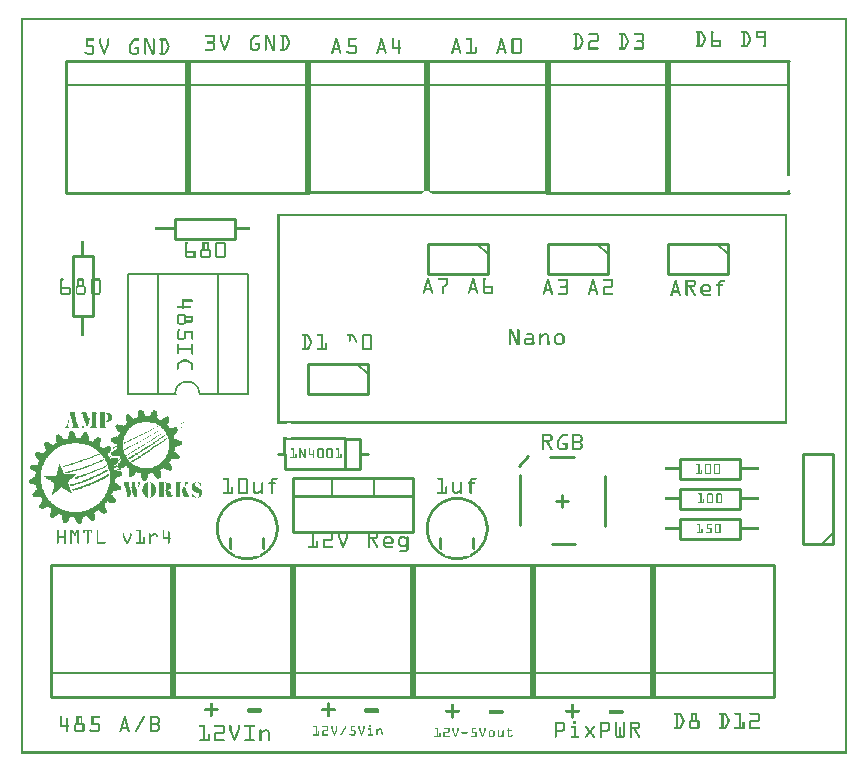
<source format=gto>
G04 MADE WITH FRITZING*
G04 WWW.FRITZING.ORG*
G04 DOUBLE SIDED*
G04 HOLES PLATED*
G04 CONTOUR ON CENTER OF CONTOUR VECTOR*
%ASAXBY*%
%FSLAX23Y23*%
%MOIN*%
%OFA0B0*%
%SFA1.0B1.0*%
%ADD10C,0.010000*%
%ADD11C,0.005000*%
%ADD12C,0.010417*%
%ADD13C,0.006000*%
%ADD14C,0.008000*%
%ADD15R,0.001000X0.001000*%
%LNSILK1*%
G90*
G70*
G54D10*
X1156Y1300D02*
X956Y1300D01*
D02*
X956Y1300D02*
X956Y1200D01*
D02*
X956Y1200D02*
X1156Y1200D01*
D02*
X1156Y1200D02*
X1156Y1300D01*
G54D11*
D02*
X1121Y1300D02*
X1156Y1265D01*
G54D10*
D02*
X1556Y1700D02*
X1356Y1700D01*
D02*
X1356Y1700D02*
X1356Y1600D01*
D02*
X1356Y1600D02*
X1556Y1600D01*
D02*
X1556Y1600D02*
X1556Y1700D01*
G54D11*
D02*
X1521Y1700D02*
X1556Y1665D01*
G54D10*
D02*
X1956Y1700D02*
X1756Y1700D01*
D02*
X1756Y1700D02*
X1756Y1600D01*
D02*
X1756Y1600D02*
X1956Y1600D01*
D02*
X1956Y1600D02*
X1956Y1700D01*
G54D11*
D02*
X1921Y1700D02*
X1956Y1665D01*
G54D10*
D02*
X2356Y1700D02*
X2156Y1700D01*
D02*
X2156Y1700D02*
X2156Y1600D01*
D02*
X2156Y1600D02*
X2356Y1600D01*
D02*
X2356Y1600D02*
X2356Y1700D01*
G54D11*
D02*
X2321Y1700D02*
X2356Y1665D01*
G54D10*
D02*
X2706Y700D02*
X2706Y1000D01*
D02*
X2706Y1000D02*
X2606Y1000D01*
D02*
X2606Y1000D02*
X2606Y700D01*
D02*
X2606Y700D02*
X2706Y700D01*
G54D11*
D02*
X2706Y735D02*
X2671Y700D01*
G54D12*
D02*
X1765Y988D02*
X1843Y988D01*
D02*
X1663Y762D02*
X1663Y930D01*
D02*
X1947Y760D02*
X1947Y927D01*
D02*
X1769Y700D02*
X1848Y700D01*
D02*
X1784Y841D02*
X1824Y841D01*
D02*
X1804Y861D02*
X1804Y821D01*
D02*
X1659Y959D02*
X1692Y992D01*
G54D13*
D02*
X356Y1600D02*
X356Y1200D01*
D02*
X756Y1200D02*
X756Y1600D01*
D02*
X356Y1600D02*
X456Y1600D01*
D02*
X356Y1200D02*
X456Y1200D01*
D02*
X756Y1200D02*
X656Y1200D01*
D02*
X456Y1200D02*
X456Y1600D01*
G54D14*
D02*
X456Y1200D02*
X516Y1200D01*
G54D13*
D02*
X456Y1600D02*
X656Y1600D01*
D02*
X656Y1200D02*
X656Y1600D01*
D02*
X656Y1200D02*
X596Y1200D01*
D02*
X656Y1600D02*
X756Y1600D01*
G54D10*
D02*
X173Y1460D02*
X173Y1660D01*
D02*
X173Y1660D02*
X239Y1660D01*
D02*
X239Y1660D02*
X239Y1460D01*
D02*
X239Y1460D02*
X173Y1460D01*
D02*
X515Y1783D02*
X715Y1783D01*
D02*
X715Y1783D02*
X715Y1717D01*
D02*
X715Y1717D02*
X515Y1717D01*
D02*
X515Y1717D02*
X515Y1783D01*
D02*
X1711Y630D02*
X1301Y630D01*
D02*
X1301Y630D02*
X1301Y190D01*
D02*
X1301Y190D02*
X1711Y190D01*
D02*
X1711Y190D02*
X1711Y630D01*
G54D11*
D02*
X1301Y270D02*
X1711Y270D01*
G54D10*
D02*
X1311Y630D02*
X901Y630D01*
D02*
X901Y630D02*
X901Y190D01*
D02*
X901Y190D02*
X1311Y190D01*
D02*
X1311Y190D02*
X1311Y630D01*
G54D11*
D02*
X901Y270D02*
X1311Y270D01*
G54D10*
D02*
X511Y630D02*
X101Y630D01*
D02*
X101Y630D02*
X101Y190D01*
D02*
X101Y190D02*
X511Y190D01*
D02*
X511Y190D02*
X511Y630D01*
G54D11*
D02*
X101Y270D02*
X511Y270D01*
G54D10*
D02*
X551Y1870D02*
X961Y1870D01*
D02*
X961Y1870D02*
X961Y2310D01*
D02*
X961Y2310D02*
X551Y2310D01*
D02*
X551Y2310D02*
X551Y1870D01*
G54D11*
D02*
X961Y2230D02*
X551Y2230D01*
G54D10*
D02*
X2151Y1870D02*
X2561Y1870D01*
D02*
X2561Y2310D02*
X2151Y2310D01*
D02*
X2151Y2310D02*
X2151Y1870D01*
G54D11*
D02*
X2561Y2230D02*
X2151Y2230D01*
G54D10*
D02*
X1751Y1870D02*
X2161Y1870D01*
D02*
X2161Y1870D02*
X2161Y2310D01*
D02*
X2161Y2310D02*
X1751Y2310D01*
D02*
X1751Y2310D02*
X1751Y1870D01*
G54D11*
D02*
X2161Y2230D02*
X1751Y2230D01*
G54D10*
D02*
X151Y1870D02*
X561Y1870D01*
D02*
X561Y1870D02*
X561Y2310D01*
D02*
X561Y2310D02*
X151Y2310D01*
D02*
X151Y2310D02*
X151Y1870D01*
G54D11*
D02*
X561Y2230D02*
X151Y2230D01*
G54D10*
D02*
X1761Y1870D02*
X1761Y2310D01*
D02*
X1761Y2310D02*
X1351Y2310D01*
G54D11*
D02*
X1761Y2230D02*
X1351Y2230D01*
G54D10*
D02*
X1361Y2310D02*
X951Y2310D01*
D02*
X951Y2310D02*
X951Y1870D01*
G54D11*
D02*
X1361Y2230D02*
X951Y2230D01*
G54D10*
D02*
X911Y630D02*
X501Y630D01*
D02*
X501Y630D02*
X501Y190D01*
D02*
X501Y190D02*
X911Y190D01*
D02*
X911Y190D02*
X911Y630D01*
G54D11*
D02*
X501Y270D02*
X911Y270D01*
G54D10*
D02*
X2511Y630D02*
X2101Y630D01*
D02*
X2101Y630D02*
X2101Y190D01*
D02*
X2101Y190D02*
X2511Y190D01*
D02*
X2511Y190D02*
X2511Y630D01*
G54D11*
D02*
X2101Y270D02*
X2511Y270D01*
G54D10*
D02*
X2111Y630D02*
X1701Y630D01*
D02*
X1701Y630D02*
X1701Y190D01*
D02*
X1701Y190D02*
X2111Y190D01*
D02*
X2111Y190D02*
X2111Y630D01*
G54D11*
D02*
X1701Y270D02*
X2111Y270D01*
G54D10*
D02*
X906Y920D02*
X1306Y920D01*
D02*
X1306Y920D02*
X1306Y740D01*
D02*
X1306Y740D02*
X906Y740D01*
D02*
X906Y740D02*
X906Y920D01*
D02*
X906Y920D02*
X1306Y920D01*
D02*
X1306Y920D02*
X1306Y860D01*
D02*
X1306Y860D02*
X906Y860D01*
D02*
X906Y860D02*
X906Y920D01*
G54D11*
D02*
X1036Y920D02*
X1036Y860D01*
D02*
X1176Y920D02*
X1176Y860D01*
G54D10*
D02*
X2396Y717D02*
X2196Y717D01*
D02*
X2196Y717D02*
X2196Y783D01*
D02*
X2196Y783D02*
X2396Y783D01*
D02*
X2396Y783D02*
X2396Y717D01*
D02*
X2396Y817D02*
X2196Y817D01*
D02*
X2196Y817D02*
X2196Y883D01*
D02*
X2196Y883D02*
X2396Y883D01*
D02*
X2396Y883D02*
X2396Y817D01*
D02*
X2396Y917D02*
X2196Y917D01*
D02*
X2196Y917D02*
X2196Y983D01*
D02*
X2196Y983D02*
X2396Y983D01*
D02*
X2396Y983D02*
X2396Y917D01*
D02*
X1131Y1050D02*
X1081Y1050D01*
D02*
X881Y1000D02*
X881Y950D01*
D02*
X881Y950D02*
X1081Y950D01*
D02*
X1081Y950D02*
X1131Y950D01*
D02*
X1131Y950D02*
X1131Y1000D01*
D02*
X1131Y1000D02*
X1131Y1050D01*
D02*
X1081Y1050D02*
X1081Y950D01*
D02*
X881Y1000D02*
X856Y1000D01*
D02*
X1131Y1000D02*
X1156Y1000D01*
G36*
X165Y1138D02*
X165Y1126D01*
X167Y1126D01*
X167Y1116D01*
X169Y1116D01*
X169Y1108D01*
X171Y1108D01*
X171Y1103D01*
X163Y1103D01*
X163Y1101D01*
X173Y1101D01*
X173Y1089D01*
X171Y1089D01*
X171Y1087D01*
X193Y1087D01*
X193Y1089D01*
X191Y1089D01*
X191Y1091D01*
X189Y1091D01*
X189Y1099D01*
X187Y1099D01*
X187Y1106D01*
X185Y1106D01*
X185Y1114D01*
X183Y1114D01*
X183Y1122D01*
X181Y1122D01*
X181Y1132D01*
X179Y1132D01*
X179Y1138D01*
X165Y1138D01*
G37*
D02*
G36*
X203Y1138D02*
X203Y1136D01*
X201Y1136D01*
X201Y1134D01*
X204Y1134D01*
X204Y1132D01*
X206Y1132D01*
X206Y1126D01*
X208Y1126D01*
X208Y1120D01*
X210Y1120D01*
X210Y1114D01*
X226Y1114D01*
X226Y1120D01*
X224Y1120D01*
X224Y1126D01*
X222Y1126D01*
X222Y1130D01*
X220Y1130D01*
X220Y1136D01*
X218Y1136D01*
X218Y1138D01*
X203Y1138D01*
G37*
D02*
G36*
X228Y1118D02*
X228Y1114D01*
X230Y1114D01*
X230Y1118D01*
X228Y1118D01*
G37*
D02*
G36*
X212Y1114D02*
X212Y1112D01*
X230Y1112D01*
X230Y1114D01*
X212Y1114D01*
G37*
D02*
G36*
X212Y1114D02*
X212Y1112D01*
X230Y1112D01*
X230Y1114D01*
X212Y1114D01*
G37*
D02*
G36*
X212Y1112D02*
X212Y1108D01*
X214Y1108D01*
X214Y1103D01*
X216Y1103D01*
X216Y1097D01*
X218Y1097D01*
X218Y1091D01*
X220Y1091D01*
X220Y1087D01*
X222Y1087D01*
X222Y1093D01*
X224Y1093D01*
X224Y1099D01*
X226Y1099D01*
X226Y1106D01*
X228Y1106D01*
X228Y1112D01*
X212Y1112D01*
G37*
D02*
G36*
X236Y1138D02*
X236Y1091D01*
X234Y1091D01*
X234Y1089D01*
X232Y1089D01*
X232Y1087D01*
X253Y1087D01*
X253Y1089D01*
X249Y1089D01*
X249Y1134D01*
X253Y1134D01*
X253Y1136D01*
X251Y1136D01*
X251Y1138D01*
X236Y1138D01*
G37*
D02*
G36*
X263Y1138D02*
X263Y1134D01*
X265Y1134D01*
X265Y1089D01*
X263Y1089D01*
X263Y1087D01*
X284Y1087D01*
X284Y1089D01*
X281Y1089D01*
X281Y1138D01*
X263Y1138D01*
G37*
D02*
G36*
X284Y1136D02*
X284Y1134D01*
X288Y1134D01*
X288Y1130D01*
X290Y1130D01*
X290Y1114D01*
X288Y1114D01*
X288Y1108D01*
X284Y1108D01*
X284Y1106D01*
X294Y1106D01*
X294Y1108D01*
X298Y1108D01*
X298Y1110D01*
X300Y1110D01*
X300Y1112D01*
X302Y1112D01*
X302Y1114D01*
X304Y1114D01*
X304Y1128D01*
X302Y1128D01*
X302Y1132D01*
X300Y1132D01*
X300Y1134D01*
X296Y1134D01*
X296Y1136D01*
X284Y1136D01*
G37*
D02*
G36*
X160Y1120D02*
X160Y1112D01*
X162Y1112D01*
X162Y1120D01*
X160Y1120D01*
G37*
D02*
G36*
X158Y1112D02*
X158Y1104D01*
X160Y1104D01*
X160Y1112D01*
X158Y1112D01*
G37*
D02*
G36*
X206Y1110D02*
X206Y1093D01*
X204Y1093D01*
X204Y1089D01*
X203Y1089D01*
X203Y1087D01*
X212Y1087D01*
X212Y1089D01*
X210Y1089D01*
X210Y1091D01*
X208Y1091D01*
X208Y1110D01*
X206Y1110D01*
G37*
D02*
G36*
X542Y1106D02*
X542Y1104D01*
X544Y1104D01*
X544Y1106D01*
X542Y1106D01*
G37*
D02*
G36*
X156Y1104D02*
X156Y1099D01*
X158Y1099D01*
X158Y1104D01*
X156Y1104D01*
G37*
D02*
G36*
X534Y1101D02*
X534Y1099D01*
X536Y1099D01*
X536Y1101D01*
X534Y1101D01*
G37*
D02*
G36*
X154Y1099D02*
X154Y1093D01*
X152Y1093D01*
X152Y1089D01*
X148Y1089D01*
X148Y1087D01*
X160Y1087D01*
X160Y1089D01*
X158Y1089D01*
X158Y1091D01*
X156Y1091D01*
X156Y1099D01*
X154Y1099D01*
G37*
D02*
G36*
X528Y1097D02*
X528Y1095D01*
X530Y1095D01*
X530Y1097D01*
X528Y1097D01*
G37*
D02*
G36*
X526Y1095D02*
X526Y1093D01*
X528Y1093D01*
X528Y1095D01*
X526Y1095D01*
G37*
D02*
G36*
X522Y1093D02*
X522Y1091D01*
X524Y1091D01*
X524Y1093D01*
X522Y1093D01*
G37*
D02*
G36*
X540Y1093D02*
X540Y1091D01*
X542Y1091D01*
X542Y1093D01*
X540Y1093D01*
G37*
D02*
G36*
X454Y1091D02*
X454Y1089D01*
X456Y1089D01*
X456Y1091D01*
X454Y1091D01*
G37*
D02*
G36*
X450Y1089D02*
X450Y1087D01*
X452Y1087D01*
X452Y1089D01*
X450Y1089D01*
G37*
D02*
G36*
X534Y1089D02*
X534Y1087D01*
X536Y1087D01*
X536Y1089D01*
X534Y1089D01*
G37*
D02*
G36*
X446Y1087D02*
X446Y1085D01*
X448Y1085D01*
X448Y1087D01*
X446Y1087D01*
G37*
D02*
G36*
X532Y1087D02*
X532Y1085D01*
X534Y1085D01*
X534Y1087D01*
X532Y1087D01*
G37*
D02*
G36*
X442Y1085D02*
X442Y1083D01*
X444Y1083D01*
X444Y1085D01*
X442Y1085D01*
G37*
D02*
G36*
X530Y1085D02*
X530Y1083D01*
X532Y1083D01*
X532Y1085D01*
X530Y1085D01*
G37*
D02*
G36*
X439Y1083D02*
X439Y1081D01*
X440Y1081D01*
X440Y1083D01*
X439Y1083D01*
G37*
D02*
G36*
X468Y1083D02*
X468Y1081D01*
X470Y1081D01*
X470Y1083D01*
X468Y1083D01*
G37*
D02*
G36*
X526Y1083D02*
X526Y1081D01*
X528Y1081D01*
X528Y1083D01*
X526Y1083D01*
G37*
D02*
G36*
X435Y1081D02*
X435Y1079D01*
X437Y1079D01*
X437Y1081D01*
X435Y1081D01*
G37*
D02*
G36*
X431Y1079D02*
X431Y1077D01*
X435Y1077D01*
X435Y1079D01*
X431Y1079D01*
G37*
D02*
G36*
X427Y1077D02*
X427Y1075D01*
X431Y1075D01*
X431Y1077D01*
X427Y1077D01*
G37*
D02*
G36*
X458Y1077D02*
X458Y1075D01*
X460Y1075D01*
X460Y1077D01*
X458Y1077D01*
G37*
D02*
G36*
X423Y1075D02*
X423Y1073D01*
X427Y1073D01*
X427Y1075D01*
X423Y1075D01*
G37*
D02*
G36*
X454Y1075D02*
X454Y1073D01*
X456Y1073D01*
X456Y1075D01*
X454Y1075D01*
G37*
D02*
G36*
X417Y1073D02*
X417Y1071D01*
X413Y1071D01*
X413Y1069D01*
X409Y1069D01*
X409Y1067D01*
X405Y1067D01*
X405Y1065D01*
X401Y1065D01*
X401Y1064D01*
X398Y1064D01*
X398Y1062D01*
X394Y1062D01*
X394Y1060D01*
X390Y1060D01*
X390Y1058D01*
X386Y1058D01*
X386Y1056D01*
X382Y1056D01*
X382Y1054D01*
X378Y1054D01*
X378Y1052D01*
X374Y1052D01*
X374Y1050D01*
X370Y1050D01*
X370Y1048D01*
X364Y1048D01*
X364Y1046D01*
X361Y1046D01*
X361Y1044D01*
X357Y1044D01*
X357Y1042D01*
X353Y1042D01*
X353Y1040D01*
X349Y1040D01*
X349Y1038D01*
X345Y1038D01*
X345Y1036D01*
X343Y1036D01*
X343Y1034D01*
X347Y1034D01*
X347Y1036D01*
X351Y1036D01*
X351Y1038D01*
X357Y1038D01*
X357Y1040D01*
X361Y1040D01*
X361Y1042D01*
X364Y1042D01*
X364Y1044D01*
X368Y1044D01*
X368Y1046D01*
X372Y1046D01*
X372Y1048D01*
X376Y1048D01*
X376Y1050D01*
X380Y1050D01*
X380Y1052D01*
X384Y1052D01*
X384Y1054D01*
X388Y1054D01*
X388Y1056D01*
X392Y1056D01*
X392Y1058D01*
X396Y1058D01*
X396Y1060D01*
X400Y1060D01*
X400Y1062D01*
X403Y1062D01*
X403Y1064D01*
X407Y1064D01*
X407Y1065D01*
X411Y1065D01*
X411Y1067D01*
X415Y1067D01*
X415Y1069D01*
X419Y1069D01*
X419Y1071D01*
X423Y1071D01*
X423Y1073D01*
X417Y1073D01*
G37*
D02*
G36*
X476Y1073D02*
X476Y1071D01*
X478Y1071D01*
X478Y1073D01*
X476Y1073D01*
G37*
D02*
G36*
X448Y1071D02*
X448Y1069D01*
X450Y1069D01*
X450Y1071D01*
X448Y1071D01*
G37*
D02*
G36*
X444Y1069D02*
X444Y1067D01*
X446Y1067D01*
X446Y1069D01*
X444Y1069D01*
G37*
D02*
G36*
X470Y1069D02*
X470Y1067D01*
X472Y1067D01*
X472Y1069D01*
X470Y1069D01*
G37*
D02*
G36*
X440Y1067D02*
X440Y1065D01*
X442Y1065D01*
X442Y1067D01*
X440Y1067D01*
G37*
D02*
G36*
X468Y1067D02*
X468Y1065D01*
X470Y1065D01*
X470Y1067D01*
X468Y1067D01*
G37*
D02*
G36*
X439Y1065D02*
X439Y1064D01*
X440Y1064D01*
X440Y1065D01*
X439Y1065D01*
G37*
D02*
G36*
X464Y1065D02*
X464Y1064D01*
X466Y1064D01*
X466Y1065D01*
X464Y1065D01*
G37*
D02*
G36*
X435Y1064D02*
X435Y1062D01*
X437Y1062D01*
X437Y1064D01*
X435Y1064D01*
G37*
D02*
G36*
X462Y1064D02*
X462Y1062D01*
X464Y1062D01*
X464Y1064D01*
X462Y1064D01*
G37*
D02*
G36*
X479Y1064D02*
X479Y1062D01*
X478Y1062D01*
X478Y1060D01*
X474Y1060D01*
X474Y1058D01*
X472Y1058D01*
X472Y1056D01*
X468Y1056D01*
X468Y1054D01*
X466Y1054D01*
X466Y1052D01*
X462Y1052D01*
X462Y1050D01*
X460Y1050D01*
X460Y1048D01*
X456Y1048D01*
X456Y1046D01*
X454Y1046D01*
X454Y1044D01*
X450Y1044D01*
X450Y1042D01*
X448Y1042D01*
X448Y1040D01*
X444Y1040D01*
X444Y1038D01*
X442Y1038D01*
X442Y1036D01*
X439Y1036D01*
X439Y1034D01*
X437Y1034D01*
X437Y1032D01*
X433Y1032D01*
X433Y1030D01*
X431Y1030D01*
X431Y1028D01*
X427Y1028D01*
X427Y1026D01*
X423Y1026D01*
X423Y1025D01*
X421Y1025D01*
X421Y1023D01*
X417Y1023D01*
X417Y1021D01*
X415Y1021D01*
X415Y1019D01*
X411Y1019D01*
X411Y1017D01*
X407Y1017D01*
X407Y1015D01*
X405Y1015D01*
X405Y1013D01*
X401Y1013D01*
X401Y1011D01*
X400Y1011D01*
X400Y1009D01*
X396Y1009D01*
X396Y1007D01*
X392Y1007D01*
X392Y1005D01*
X390Y1005D01*
X390Y1003D01*
X386Y1003D01*
X386Y1001D01*
X382Y1001D01*
X382Y999D01*
X380Y999D01*
X380Y997D01*
X376Y997D01*
X376Y995D01*
X372Y995D01*
X372Y993D01*
X370Y993D01*
X370Y991D01*
X366Y991D01*
X366Y989D01*
X362Y989D01*
X362Y987D01*
X361Y987D01*
X361Y986D01*
X357Y986D01*
X357Y984D01*
X359Y984D01*
X359Y982D01*
X364Y982D01*
X364Y984D01*
X366Y984D01*
X366Y986D01*
X370Y986D01*
X370Y987D01*
X374Y987D01*
X374Y989D01*
X376Y989D01*
X376Y991D01*
X380Y991D01*
X380Y993D01*
X382Y993D01*
X382Y995D01*
X386Y995D01*
X386Y997D01*
X390Y997D01*
X390Y999D01*
X392Y999D01*
X392Y1001D01*
X396Y1001D01*
X396Y1003D01*
X398Y1003D01*
X398Y1005D01*
X401Y1005D01*
X401Y1007D01*
X403Y1007D01*
X403Y1009D01*
X407Y1009D01*
X407Y1011D01*
X411Y1011D01*
X411Y1013D01*
X413Y1013D01*
X413Y1015D01*
X417Y1015D01*
X417Y1017D01*
X419Y1017D01*
X419Y1019D01*
X423Y1019D01*
X423Y1021D01*
X425Y1021D01*
X425Y1023D01*
X429Y1023D01*
X429Y1025D01*
X431Y1025D01*
X431Y1026D01*
X435Y1026D01*
X435Y1028D01*
X437Y1028D01*
X437Y1030D01*
X440Y1030D01*
X440Y1032D01*
X442Y1032D01*
X442Y1034D01*
X446Y1034D01*
X446Y1036D01*
X448Y1036D01*
X448Y1038D01*
X452Y1038D01*
X452Y1040D01*
X454Y1040D01*
X454Y1042D01*
X456Y1042D01*
X456Y1044D01*
X460Y1044D01*
X460Y1046D01*
X462Y1046D01*
X462Y1048D01*
X466Y1048D01*
X466Y1050D01*
X468Y1050D01*
X468Y1052D01*
X472Y1052D01*
X472Y1054D01*
X474Y1054D01*
X474Y1056D01*
X476Y1056D01*
X476Y1058D01*
X479Y1058D01*
X479Y1060D01*
X481Y1060D01*
X481Y1062D01*
X485Y1062D01*
X485Y1064D01*
X479Y1064D01*
G37*
D02*
G36*
X431Y1062D02*
X431Y1060D01*
X433Y1060D01*
X433Y1062D01*
X431Y1062D01*
G37*
D02*
G36*
X458Y1062D02*
X458Y1060D01*
X460Y1060D01*
X460Y1062D01*
X458Y1062D01*
G37*
D02*
G36*
X427Y1060D02*
X427Y1058D01*
X431Y1058D01*
X431Y1060D01*
X427Y1060D01*
G37*
D02*
G36*
X456Y1060D02*
X456Y1058D01*
X458Y1058D01*
X458Y1060D01*
X456Y1060D01*
G37*
D02*
G36*
X396Y1147D02*
X396Y1145D01*
X405Y1145D01*
X405Y1147D01*
X396Y1147D01*
G37*
D02*
G36*
X394Y1145D02*
X394Y1144D01*
X392Y1144D01*
X392Y1138D01*
X390Y1138D01*
X390Y1126D01*
X413Y1126D01*
X413Y1134D01*
X411Y1134D01*
X411Y1138D01*
X409Y1138D01*
X409Y1142D01*
X407Y1142D01*
X407Y1144D01*
X405Y1144D01*
X405Y1145D01*
X394Y1145D01*
G37*
D02*
G36*
X442Y1145D02*
X442Y1144D01*
X440Y1144D01*
X440Y1142D01*
X439Y1142D01*
X439Y1140D01*
X437Y1140D01*
X437Y1138D01*
X435Y1138D01*
X435Y1134D01*
X433Y1134D01*
X433Y1130D01*
X431Y1130D01*
X431Y1126D01*
X456Y1126D01*
X456Y1130D01*
X454Y1130D01*
X454Y1142D01*
X452Y1142D01*
X452Y1144D01*
X448Y1144D01*
X448Y1145D01*
X442Y1145D01*
G37*
D02*
G36*
X355Y1132D02*
X355Y1130D01*
X353Y1130D01*
X353Y1128D01*
X349Y1128D01*
X349Y1116D01*
X374Y1116D01*
X374Y1120D01*
X372Y1120D01*
X372Y1122D01*
X368Y1122D01*
X368Y1124D01*
X366Y1124D01*
X366Y1126D01*
X364Y1126D01*
X364Y1128D01*
X362Y1128D01*
X362Y1130D01*
X359Y1130D01*
X359Y1132D01*
X355Y1132D01*
G37*
D02*
G36*
X390Y1126D02*
X390Y1124D01*
X454Y1124D01*
X454Y1126D01*
X390Y1126D01*
G37*
D02*
G36*
X390Y1126D02*
X390Y1124D01*
X454Y1124D01*
X454Y1126D01*
X390Y1126D01*
G37*
D02*
G36*
X487Y1126D02*
X487Y1124D01*
X483Y1124D01*
X483Y1122D01*
X479Y1122D01*
X479Y1120D01*
X476Y1120D01*
X476Y1118D01*
X474Y1118D01*
X474Y1116D01*
X472Y1116D01*
X472Y1114D01*
X470Y1114D01*
X470Y1112D01*
X495Y1112D01*
X495Y1120D01*
X493Y1120D01*
X493Y1122D01*
X491Y1122D01*
X491Y1124D01*
X489Y1124D01*
X489Y1126D01*
X487Y1126D01*
G37*
D02*
G36*
X390Y1124D02*
X390Y1122D01*
X388Y1122D01*
X388Y1120D01*
X382Y1120D01*
X382Y1118D01*
X378Y1118D01*
X378Y1116D01*
X458Y1116D01*
X458Y1118D01*
X454Y1118D01*
X454Y1124D01*
X390Y1124D01*
G37*
D02*
G36*
X349Y1116D02*
X349Y1114D01*
X462Y1114D01*
X462Y1116D01*
X349Y1116D01*
G37*
D02*
G36*
X349Y1116D02*
X349Y1114D01*
X462Y1114D01*
X462Y1116D01*
X349Y1116D01*
G37*
D02*
G36*
X351Y1114D02*
X351Y1112D01*
X466Y1112D01*
X466Y1114D01*
X351Y1114D01*
G37*
D02*
G36*
X351Y1112D02*
X351Y1110D01*
X495Y1110D01*
X495Y1112D01*
X351Y1112D01*
G37*
D02*
G36*
X351Y1112D02*
X351Y1110D01*
X495Y1110D01*
X495Y1112D01*
X351Y1112D01*
G37*
D02*
G36*
X351Y1110D02*
X351Y1108D01*
X353Y1108D01*
X353Y1106D01*
X429Y1106D01*
X429Y1104D01*
X439Y1104D01*
X439Y1103D01*
X444Y1103D01*
X444Y1101D01*
X450Y1101D01*
X450Y1099D01*
X454Y1099D01*
X454Y1097D01*
X456Y1097D01*
X456Y1095D01*
X460Y1095D01*
X460Y1093D01*
X462Y1093D01*
X462Y1091D01*
X466Y1091D01*
X466Y1089D01*
X468Y1089D01*
X468Y1087D01*
X470Y1087D01*
X470Y1085D01*
X495Y1085D01*
X495Y1087D01*
X493Y1087D01*
X493Y1091D01*
X491Y1091D01*
X491Y1093D01*
X489Y1093D01*
X489Y1095D01*
X487Y1095D01*
X487Y1099D01*
X489Y1099D01*
X489Y1101D01*
X491Y1101D01*
X491Y1104D01*
X493Y1104D01*
X493Y1110D01*
X351Y1110D01*
G37*
D02*
G36*
X353Y1106D02*
X353Y1104D01*
X355Y1104D01*
X355Y1103D01*
X353Y1103D01*
X353Y1101D01*
X351Y1101D01*
X351Y1099D01*
X349Y1099D01*
X349Y1097D01*
X347Y1097D01*
X347Y1095D01*
X345Y1095D01*
X345Y1091D01*
X372Y1091D01*
X372Y1093D01*
X374Y1093D01*
X374Y1095D01*
X378Y1095D01*
X378Y1097D01*
X382Y1097D01*
X382Y1099D01*
X386Y1099D01*
X386Y1101D01*
X390Y1101D01*
X390Y1103D01*
X396Y1103D01*
X396Y1104D01*
X403Y1104D01*
X403Y1106D01*
X353Y1106D01*
G37*
D02*
G36*
X320Y1099D02*
X320Y1097D01*
X318Y1097D01*
X318Y1093D01*
X316Y1093D01*
X316Y1091D01*
X343Y1091D01*
X343Y1093D01*
X339Y1093D01*
X339Y1095D01*
X335Y1095D01*
X335Y1097D01*
X325Y1097D01*
X325Y1099D01*
X320Y1099D01*
G37*
D02*
G36*
X314Y1091D02*
X314Y1089D01*
X370Y1089D01*
X370Y1091D01*
X314Y1091D01*
G37*
D02*
G36*
X314Y1091D02*
X314Y1089D01*
X370Y1089D01*
X370Y1091D01*
X314Y1091D01*
G37*
D02*
G36*
X316Y1089D02*
X316Y1087D01*
X318Y1087D01*
X318Y1083D01*
X320Y1083D01*
X320Y1081D01*
X321Y1081D01*
X321Y1077D01*
X323Y1077D01*
X323Y1075D01*
X325Y1075D01*
X325Y1073D01*
X329Y1073D01*
X329Y1067D01*
X327Y1067D01*
X327Y1062D01*
X325Y1062D01*
X325Y1056D01*
X345Y1056D01*
X345Y1058D01*
X347Y1058D01*
X347Y1064D01*
X349Y1064D01*
X349Y1067D01*
X351Y1067D01*
X351Y1069D01*
X353Y1069D01*
X353Y1073D01*
X355Y1073D01*
X355Y1075D01*
X357Y1075D01*
X357Y1079D01*
X359Y1079D01*
X359Y1081D01*
X361Y1081D01*
X361Y1083D01*
X362Y1083D01*
X362Y1085D01*
X364Y1085D01*
X364Y1087D01*
X366Y1087D01*
X366Y1089D01*
X316Y1089D01*
G37*
D02*
G36*
X509Y1089D02*
X509Y1087D01*
X501Y1087D01*
X501Y1085D01*
X522Y1085D01*
X522Y1087D01*
X520Y1087D01*
X520Y1089D01*
X509Y1089D01*
G37*
D02*
G36*
X472Y1085D02*
X472Y1083D01*
X522Y1083D01*
X522Y1085D01*
X472Y1085D01*
G37*
D02*
G36*
X472Y1085D02*
X472Y1083D01*
X522Y1083D01*
X522Y1085D01*
X472Y1085D01*
G37*
D02*
G36*
X474Y1083D02*
X474Y1081D01*
X476Y1081D01*
X476Y1079D01*
X478Y1079D01*
X478Y1077D01*
X479Y1077D01*
X479Y1073D01*
X481Y1073D01*
X481Y1071D01*
X483Y1071D01*
X483Y1067D01*
X485Y1067D01*
X485Y1064D01*
X487Y1064D01*
X487Y1060D01*
X489Y1060D01*
X489Y1056D01*
X491Y1056D01*
X491Y1048D01*
X493Y1048D01*
X493Y1046D01*
X513Y1046D01*
X513Y1050D01*
X511Y1050D01*
X511Y1058D01*
X509Y1058D01*
X509Y1064D01*
X513Y1064D01*
X513Y1065D01*
X515Y1065D01*
X515Y1067D01*
X517Y1067D01*
X517Y1069D01*
X519Y1069D01*
X519Y1071D01*
X520Y1071D01*
X520Y1073D01*
X522Y1073D01*
X522Y1075D01*
X524Y1075D01*
X524Y1083D01*
X474Y1083D01*
G37*
D02*
G36*
X316Y1058D02*
X316Y1056D01*
X320Y1056D01*
X320Y1058D01*
X316Y1058D01*
G37*
D02*
G36*
X306Y1056D02*
X306Y1054D01*
X345Y1054D01*
X345Y1056D01*
X306Y1056D01*
G37*
D02*
G36*
X306Y1056D02*
X306Y1054D01*
X345Y1054D01*
X345Y1056D01*
X306Y1056D01*
G37*
D02*
G36*
X302Y1054D02*
X302Y1052D01*
X300Y1052D01*
X300Y1044D01*
X298Y1044D01*
X298Y1042D01*
X302Y1042D01*
X302Y1040D01*
X304Y1040D01*
X304Y1038D01*
X306Y1038D01*
X306Y1036D01*
X310Y1036D01*
X310Y1034D01*
X316Y1034D01*
X316Y1032D01*
X321Y1032D01*
X321Y1015D01*
X316Y1015D01*
X316Y1013D01*
X312Y1013D01*
X312Y1011D01*
X310Y1011D01*
X310Y1009D01*
X306Y1009D01*
X306Y1007D01*
X304Y1007D01*
X304Y1005D01*
X302Y1005D01*
X302Y995D01*
X304Y995D01*
X304Y993D01*
X308Y993D01*
X308Y991D01*
X329Y991D01*
X329Y987D01*
X331Y987D01*
X331Y984D01*
X333Y984D01*
X333Y980D01*
X335Y980D01*
X335Y978D01*
X333Y978D01*
X333Y976D01*
X331Y976D01*
X331Y974D01*
X329Y974D01*
X329Y970D01*
X327Y970D01*
X327Y968D01*
X325Y968D01*
X325Y964D01*
X323Y964D01*
X323Y960D01*
X321Y960D01*
X321Y958D01*
X353Y958D01*
X353Y956D01*
X355Y956D01*
X355Y954D01*
X359Y954D01*
X359Y952D01*
X403Y952D01*
X403Y954D01*
X396Y954D01*
X396Y956D01*
X390Y956D01*
X390Y958D01*
X384Y958D01*
X384Y960D01*
X380Y960D01*
X380Y962D01*
X378Y962D01*
X378Y964D01*
X374Y964D01*
X374Y966D01*
X372Y966D01*
X372Y968D01*
X368Y968D01*
X368Y970D01*
X366Y970D01*
X366Y972D01*
X364Y972D01*
X364Y974D01*
X362Y974D01*
X362Y976D01*
X361Y976D01*
X361Y978D01*
X359Y978D01*
X359Y980D01*
X357Y980D01*
X357Y984D01*
X355Y984D01*
X355Y986D01*
X353Y986D01*
X353Y989D01*
X351Y989D01*
X351Y991D01*
X349Y991D01*
X349Y995D01*
X347Y995D01*
X347Y999D01*
X345Y999D01*
X345Y1005D01*
X343Y1005D01*
X343Y1013D01*
X341Y1013D01*
X341Y1046D01*
X343Y1046D01*
X343Y1054D01*
X302Y1054D01*
G37*
D02*
G36*
X515Y1048D02*
X515Y1046D01*
X519Y1046D01*
X519Y1048D01*
X515Y1048D01*
G37*
D02*
G36*
X493Y1046D02*
X493Y1044D01*
X526Y1044D01*
X526Y1046D01*
X493Y1046D01*
G37*
D02*
G36*
X493Y1046D02*
X493Y1044D01*
X526Y1044D01*
X526Y1046D01*
X493Y1046D01*
G37*
D02*
G36*
X493Y1044D02*
X493Y1038D01*
X495Y1038D01*
X495Y1021D01*
X493Y1021D01*
X493Y1011D01*
X491Y1011D01*
X491Y1003D01*
X489Y1003D01*
X489Y999D01*
X487Y999D01*
X487Y995D01*
X485Y995D01*
X485Y991D01*
X483Y991D01*
X483Y987D01*
X481Y987D01*
X481Y986D01*
X479Y986D01*
X479Y984D01*
X507Y984D01*
X507Y982D01*
X526Y982D01*
X526Y984D01*
X528Y984D01*
X528Y987D01*
X530Y987D01*
X530Y993D01*
X528Y993D01*
X528Y995D01*
X526Y995D01*
X526Y997D01*
X524Y997D01*
X524Y999D01*
X522Y999D01*
X522Y1001D01*
X520Y1001D01*
X520Y1003D01*
X517Y1003D01*
X517Y1005D01*
X513Y1005D01*
X513Y1007D01*
X511Y1007D01*
X511Y1009D01*
X513Y1009D01*
X513Y1021D01*
X515Y1021D01*
X515Y1023D01*
X520Y1023D01*
X520Y1025D01*
X526Y1025D01*
X526Y1026D01*
X530Y1026D01*
X530Y1028D01*
X534Y1028D01*
X534Y1030D01*
X536Y1030D01*
X536Y1042D01*
X532Y1042D01*
X532Y1044D01*
X493Y1044D01*
G37*
D02*
G36*
X479Y984D02*
X479Y982D01*
X478Y982D01*
X478Y980D01*
X476Y980D01*
X476Y978D01*
X474Y978D01*
X474Y976D01*
X472Y976D01*
X472Y974D01*
X470Y974D01*
X470Y972D01*
X468Y972D01*
X468Y970D01*
X466Y970D01*
X466Y968D01*
X464Y968D01*
X464Y966D01*
X460Y966D01*
X460Y964D01*
X458Y964D01*
X458Y962D01*
X454Y962D01*
X454Y960D01*
X450Y960D01*
X450Y958D01*
X444Y958D01*
X444Y956D01*
X440Y956D01*
X440Y954D01*
X431Y954D01*
X431Y952D01*
X478Y952D01*
X478Y950D01*
X481Y950D01*
X481Y948D01*
X483Y948D01*
X483Y946D01*
X487Y946D01*
X487Y945D01*
X493Y945D01*
X493Y943D01*
X501Y943D01*
X501Y945D01*
X503Y945D01*
X503Y946D01*
X505Y946D01*
X505Y954D01*
X503Y954D01*
X503Y958D01*
X501Y958D01*
X501Y962D01*
X499Y962D01*
X499Y966D01*
X497Y966D01*
X497Y968D01*
X495Y968D01*
X495Y974D01*
X497Y974D01*
X497Y976D01*
X499Y976D01*
X499Y980D01*
X501Y980D01*
X501Y984D01*
X479Y984D01*
G37*
D02*
G36*
X321Y958D02*
X321Y956D01*
X323Y956D01*
X323Y954D01*
X325Y954D01*
X325Y952D01*
X327Y952D01*
X327Y950D01*
X335Y950D01*
X335Y952D01*
X341Y952D01*
X341Y954D01*
X345Y954D01*
X345Y956D01*
X347Y956D01*
X347Y958D01*
X321Y958D01*
G37*
D02*
G36*
X361Y952D02*
X361Y950D01*
X474Y950D01*
X474Y952D01*
X361Y952D01*
G37*
D02*
G36*
X361Y952D02*
X361Y950D01*
X474Y950D01*
X474Y952D01*
X361Y952D01*
G37*
D02*
G36*
X362Y950D02*
X362Y946D01*
X361Y946D01*
X361Y939D01*
X388Y939D01*
X388Y937D01*
X394Y937D01*
X394Y935D01*
X442Y935D01*
X442Y931D01*
X444Y931D01*
X444Y927D01*
X446Y927D01*
X446Y925D01*
X448Y925D01*
X448Y923D01*
X450Y923D01*
X450Y921D01*
X452Y921D01*
X452Y919D01*
X454Y919D01*
X454Y917D01*
X460Y917D01*
X460Y919D01*
X466Y919D01*
X466Y941D01*
X464Y941D01*
X464Y945D01*
X466Y945D01*
X466Y946D01*
X468Y946D01*
X468Y948D01*
X472Y948D01*
X472Y950D01*
X362Y950D01*
G37*
D02*
G36*
X359Y939D02*
X359Y925D01*
X361Y925D01*
X361Y923D01*
X364Y923D01*
X364Y921D01*
X370Y921D01*
X370Y923D01*
X372Y923D01*
X372Y925D01*
X376Y925D01*
X376Y927D01*
X378Y927D01*
X378Y929D01*
X380Y929D01*
X380Y933D01*
X382Y933D01*
X382Y935D01*
X384Y935D01*
X384Y939D01*
X359Y939D01*
G37*
D02*
G36*
X400Y935D02*
X400Y927D01*
X401Y927D01*
X401Y919D01*
X403Y919D01*
X403Y915D01*
X405Y915D01*
X405Y911D01*
X407Y911D01*
X407Y909D01*
X417Y909D01*
X417Y911D01*
X419Y911D01*
X419Y915D01*
X421Y915D01*
X421Y919D01*
X423Y919D01*
X423Y925D01*
X425Y925D01*
X425Y933D01*
X431Y933D01*
X431Y935D01*
X400Y935D01*
G37*
D02*
G36*
X425Y1058D02*
X425Y1056D01*
X427Y1056D01*
X427Y1058D01*
X425Y1058D01*
G37*
D02*
G36*
X452Y1058D02*
X452Y1056D01*
X454Y1056D01*
X454Y1058D01*
X452Y1058D01*
G37*
D02*
G36*
X421Y1056D02*
X421Y1054D01*
X423Y1054D01*
X423Y1056D01*
X421Y1056D01*
G37*
D02*
G36*
X448Y1056D02*
X448Y1054D01*
X452Y1054D01*
X452Y1056D01*
X448Y1056D01*
G37*
D02*
G36*
X417Y1054D02*
X417Y1052D01*
X419Y1052D01*
X419Y1054D01*
X417Y1054D01*
G37*
D02*
G36*
X446Y1054D02*
X446Y1052D01*
X448Y1052D01*
X448Y1054D01*
X446Y1054D01*
G37*
D02*
G36*
X485Y1054D02*
X485Y1052D01*
X483Y1052D01*
X483Y1050D01*
X479Y1050D01*
X479Y1048D01*
X478Y1048D01*
X478Y1046D01*
X476Y1046D01*
X476Y1044D01*
X472Y1044D01*
X472Y1042D01*
X470Y1042D01*
X470Y1040D01*
X466Y1040D01*
X466Y1038D01*
X464Y1038D01*
X464Y1036D01*
X460Y1036D01*
X460Y1034D01*
X458Y1034D01*
X458Y1032D01*
X454Y1032D01*
X454Y1030D01*
X452Y1030D01*
X452Y1028D01*
X448Y1028D01*
X448Y1026D01*
X446Y1026D01*
X446Y1025D01*
X442Y1025D01*
X442Y1023D01*
X440Y1023D01*
X440Y1021D01*
X437Y1021D01*
X437Y1019D01*
X435Y1019D01*
X435Y1017D01*
X431Y1017D01*
X431Y1015D01*
X429Y1015D01*
X429Y1013D01*
X425Y1013D01*
X425Y1011D01*
X423Y1011D01*
X423Y1009D01*
X419Y1009D01*
X419Y1007D01*
X417Y1007D01*
X417Y1005D01*
X413Y1005D01*
X413Y1003D01*
X411Y1003D01*
X411Y1001D01*
X407Y1001D01*
X407Y999D01*
X405Y999D01*
X405Y997D01*
X401Y997D01*
X401Y995D01*
X400Y995D01*
X400Y993D01*
X396Y993D01*
X396Y991D01*
X392Y991D01*
X392Y989D01*
X390Y989D01*
X390Y987D01*
X386Y987D01*
X386Y986D01*
X384Y986D01*
X384Y984D01*
X380Y984D01*
X380Y982D01*
X376Y982D01*
X376Y980D01*
X374Y980D01*
X374Y978D01*
X370Y978D01*
X370Y976D01*
X366Y976D01*
X366Y974D01*
X368Y974D01*
X368Y972D01*
X370Y972D01*
X370Y970D01*
X372Y970D01*
X372Y972D01*
X376Y972D01*
X376Y974D01*
X378Y974D01*
X378Y976D01*
X382Y976D01*
X382Y978D01*
X384Y978D01*
X384Y980D01*
X388Y980D01*
X388Y982D01*
X390Y982D01*
X390Y984D01*
X394Y984D01*
X394Y986D01*
X396Y986D01*
X396Y987D01*
X400Y987D01*
X400Y989D01*
X401Y989D01*
X401Y991D01*
X405Y991D01*
X405Y993D01*
X407Y993D01*
X407Y995D01*
X411Y995D01*
X411Y997D01*
X413Y997D01*
X413Y999D01*
X417Y999D01*
X417Y1001D01*
X419Y1001D01*
X419Y1003D01*
X423Y1003D01*
X423Y1005D01*
X425Y1005D01*
X425Y1007D01*
X429Y1007D01*
X429Y1009D01*
X431Y1009D01*
X431Y1011D01*
X435Y1011D01*
X435Y1013D01*
X437Y1013D01*
X437Y1015D01*
X439Y1015D01*
X439Y1017D01*
X442Y1017D01*
X442Y1019D01*
X444Y1019D01*
X444Y1021D01*
X448Y1021D01*
X448Y1023D01*
X450Y1023D01*
X450Y1025D01*
X454Y1025D01*
X454Y1026D01*
X456Y1026D01*
X456Y1028D01*
X458Y1028D01*
X458Y1030D01*
X462Y1030D01*
X462Y1032D01*
X464Y1032D01*
X464Y1034D01*
X466Y1034D01*
X466Y1036D01*
X470Y1036D01*
X470Y1038D01*
X472Y1038D01*
X472Y1040D01*
X476Y1040D01*
X476Y1042D01*
X478Y1042D01*
X478Y1044D01*
X479Y1044D01*
X479Y1046D01*
X483Y1046D01*
X483Y1048D01*
X485Y1048D01*
X485Y1050D01*
X487Y1050D01*
X487Y1052D01*
X489Y1052D01*
X489Y1054D01*
X485Y1054D01*
G37*
D02*
G36*
X413Y1052D02*
X413Y1050D01*
X417Y1050D01*
X417Y1052D01*
X413Y1052D01*
G37*
D02*
G36*
X442Y1052D02*
X442Y1050D01*
X446Y1050D01*
X446Y1052D01*
X442Y1052D01*
G37*
D02*
G36*
X409Y1050D02*
X409Y1048D01*
X413Y1048D01*
X413Y1050D01*
X409Y1050D01*
G37*
D02*
G36*
X440Y1050D02*
X440Y1048D01*
X442Y1048D01*
X442Y1050D01*
X440Y1050D01*
G37*
D02*
G36*
X407Y1048D02*
X407Y1046D01*
X409Y1046D01*
X409Y1048D01*
X407Y1048D01*
G37*
D02*
G36*
X437Y1048D02*
X437Y1046D01*
X439Y1046D01*
X439Y1048D01*
X437Y1048D01*
G37*
D02*
G36*
X403Y1046D02*
X403Y1044D01*
X405Y1044D01*
X405Y1046D01*
X403Y1046D01*
G37*
D02*
G36*
X435Y1046D02*
X435Y1044D01*
X437Y1044D01*
X437Y1046D01*
X435Y1046D01*
G37*
D02*
G36*
X400Y1044D02*
X400Y1042D01*
X403Y1042D01*
X403Y1044D01*
X400Y1044D01*
G37*
D02*
G36*
X431Y1044D02*
X431Y1042D01*
X433Y1042D01*
X433Y1044D01*
X431Y1044D01*
G37*
D02*
G36*
X396Y1042D02*
X396Y1040D01*
X400Y1040D01*
X400Y1042D01*
X396Y1042D01*
G37*
D02*
G36*
X427Y1042D02*
X427Y1040D01*
X431Y1040D01*
X431Y1042D01*
X427Y1042D01*
G37*
D02*
G36*
X392Y1040D02*
X392Y1038D01*
X396Y1038D01*
X396Y1040D01*
X392Y1040D01*
G37*
D02*
G36*
X425Y1040D02*
X425Y1038D01*
X427Y1038D01*
X427Y1040D01*
X425Y1040D01*
G37*
D02*
G36*
X388Y1038D02*
X388Y1036D01*
X384Y1036D01*
X384Y1034D01*
X382Y1034D01*
X382Y1032D01*
X386Y1032D01*
X386Y1034D01*
X390Y1034D01*
X390Y1036D01*
X392Y1036D01*
X392Y1038D01*
X388Y1038D01*
G37*
D02*
G36*
X421Y1038D02*
X421Y1036D01*
X425Y1036D01*
X425Y1038D01*
X421Y1038D01*
G37*
D02*
G36*
X419Y1036D02*
X419Y1034D01*
X421Y1034D01*
X421Y1036D01*
X419Y1036D01*
G37*
D02*
G36*
X415Y1034D02*
X415Y1032D01*
X419Y1032D01*
X419Y1034D01*
X415Y1034D01*
G37*
D02*
G36*
X378Y1032D02*
X378Y1030D01*
X382Y1030D01*
X382Y1032D01*
X378Y1032D01*
G37*
D02*
G36*
X411Y1032D02*
X411Y1030D01*
X415Y1030D01*
X415Y1032D01*
X411Y1032D01*
G37*
D02*
G36*
X374Y1030D02*
X374Y1028D01*
X378Y1028D01*
X378Y1030D01*
X374Y1030D01*
G37*
D02*
G36*
X409Y1030D02*
X409Y1028D01*
X411Y1028D01*
X411Y1030D01*
X409Y1030D01*
G37*
D02*
G36*
X370Y1028D02*
X370Y1026D01*
X374Y1026D01*
X374Y1028D01*
X370Y1028D01*
G37*
D02*
G36*
X405Y1028D02*
X405Y1026D01*
X409Y1026D01*
X409Y1028D01*
X405Y1028D01*
G37*
D02*
G36*
X318Y1026D02*
X318Y1025D01*
X314Y1025D01*
X314Y1023D01*
X310Y1023D01*
X310Y1021D01*
X306Y1021D01*
X306Y1017D01*
X310Y1017D01*
X310Y1019D01*
X314Y1019D01*
X314Y1021D01*
X318Y1021D01*
X318Y1023D01*
X320Y1023D01*
X320Y1026D01*
X318Y1026D01*
G37*
D02*
G36*
X366Y1026D02*
X366Y1025D01*
X362Y1025D01*
X362Y1023D01*
X359Y1023D01*
X359Y1021D01*
X355Y1021D01*
X355Y1019D01*
X351Y1019D01*
X351Y1017D01*
X347Y1017D01*
X347Y1015D01*
X345Y1015D01*
X345Y1013D01*
X349Y1013D01*
X349Y1015D01*
X353Y1015D01*
X353Y1017D01*
X357Y1017D01*
X357Y1019D01*
X361Y1019D01*
X361Y1021D01*
X364Y1021D01*
X364Y1023D01*
X368Y1023D01*
X368Y1025D01*
X370Y1025D01*
X370Y1026D01*
X366Y1026D01*
G37*
D02*
G36*
X401Y1026D02*
X401Y1025D01*
X400Y1025D01*
X400Y1023D01*
X403Y1023D01*
X403Y1025D01*
X405Y1025D01*
X405Y1026D01*
X401Y1026D01*
G37*
D02*
G36*
X396Y1023D02*
X396Y1021D01*
X400Y1021D01*
X400Y1023D01*
X396Y1023D01*
G37*
D02*
G36*
X392Y1021D02*
X392Y1019D01*
X390Y1019D01*
X390Y1017D01*
X394Y1017D01*
X394Y1019D01*
X396Y1019D01*
X396Y1021D01*
X392Y1021D01*
G37*
D02*
G36*
X304Y1017D02*
X304Y1015D01*
X306Y1015D01*
X306Y1017D01*
X304Y1017D01*
G37*
D02*
G36*
X386Y1017D02*
X386Y1015D01*
X382Y1015D01*
X382Y1013D01*
X380Y1013D01*
X380Y1011D01*
X384Y1011D01*
X384Y1013D01*
X388Y1013D01*
X388Y1015D01*
X390Y1015D01*
X390Y1017D01*
X386Y1017D01*
G37*
D02*
G36*
X376Y1011D02*
X376Y1009D01*
X372Y1009D01*
X372Y1007D01*
X370Y1007D01*
X370Y1005D01*
X374Y1005D01*
X374Y1007D01*
X378Y1007D01*
X378Y1009D01*
X380Y1009D01*
X380Y1011D01*
X376Y1011D01*
G37*
D02*
G36*
X163Y1075D02*
X163Y1073D01*
X175Y1073D01*
X175Y1075D01*
X163Y1075D01*
G37*
D02*
G36*
X162Y1073D02*
X162Y1067D01*
X160Y1067D01*
X160Y1060D01*
X158Y1060D01*
X158Y1052D01*
X193Y1052D01*
X193Y1054D01*
X183Y1054D01*
X183Y1060D01*
X181Y1060D01*
X181Y1065D01*
X179Y1065D01*
X179Y1069D01*
X177Y1069D01*
X177Y1073D01*
X162Y1073D01*
G37*
D02*
G36*
X212Y1073D02*
X212Y1071D01*
X210Y1071D01*
X210Y1069D01*
X208Y1069D01*
X208Y1067D01*
X206Y1067D01*
X206Y1064D01*
X204Y1064D01*
X204Y1062D01*
X203Y1062D01*
X203Y1058D01*
X201Y1058D01*
X201Y1054D01*
X199Y1054D01*
X199Y1052D01*
X226Y1052D01*
X226Y1060D01*
X224Y1060D01*
X224Y1067D01*
X222Y1067D01*
X222Y1071D01*
X216Y1071D01*
X216Y1073D01*
X212Y1073D01*
G37*
D02*
G36*
X123Y1065D02*
X123Y1064D01*
X119Y1064D01*
X119Y1062D01*
X117Y1062D01*
X117Y1048D01*
X142Y1048D01*
X142Y1050D01*
X140Y1050D01*
X140Y1052D01*
X138Y1052D01*
X138Y1056D01*
X136Y1056D01*
X136Y1058D01*
X134Y1058D01*
X134Y1060D01*
X132Y1060D01*
X132Y1062D01*
X130Y1062D01*
X130Y1064D01*
X128Y1064D01*
X128Y1065D01*
X123Y1065D01*
G37*
D02*
G36*
X255Y1056D02*
X255Y1054D01*
X253Y1054D01*
X253Y1052D01*
X249Y1052D01*
X249Y1050D01*
X247Y1050D01*
X247Y1048D01*
X245Y1048D01*
X245Y1046D01*
X243Y1046D01*
X243Y1044D01*
X242Y1044D01*
X242Y1042D01*
X240Y1042D01*
X240Y1040D01*
X267Y1040D01*
X267Y1052D01*
X263Y1052D01*
X263Y1054D01*
X261Y1054D01*
X261Y1056D01*
X255Y1056D01*
G37*
D02*
G36*
X156Y1052D02*
X156Y1050D01*
X226Y1050D01*
X226Y1052D01*
X156Y1052D01*
G37*
D02*
G36*
X156Y1052D02*
X156Y1050D01*
X226Y1050D01*
X226Y1052D01*
X156Y1052D01*
G37*
D02*
G36*
X148Y1050D02*
X148Y1048D01*
X226Y1048D01*
X226Y1050D01*
X148Y1050D01*
G37*
D02*
G36*
X117Y1048D02*
X117Y1046D01*
X226Y1046D01*
X226Y1048D01*
X117Y1048D01*
G37*
D02*
G36*
X117Y1048D02*
X117Y1046D01*
X226Y1046D01*
X226Y1048D01*
X117Y1048D01*
G37*
D02*
G36*
X117Y1046D02*
X117Y1040D01*
X238Y1040D01*
X238Y1042D01*
X234Y1042D01*
X234Y1044D01*
X228Y1044D01*
X228Y1046D01*
X117Y1046D01*
G37*
D02*
G36*
X84Y1042D02*
X84Y1040D01*
X82Y1040D01*
X82Y1038D01*
X80Y1038D01*
X80Y1036D01*
X76Y1036D01*
X76Y1032D01*
X78Y1032D01*
X78Y1030D01*
X103Y1030D01*
X103Y1032D01*
X101Y1032D01*
X101Y1034D01*
X97Y1034D01*
X97Y1036D01*
X93Y1036D01*
X93Y1038D01*
X89Y1038D01*
X89Y1040D01*
X85Y1040D01*
X85Y1042D01*
X84Y1042D01*
G37*
D02*
G36*
X119Y1040D02*
X119Y1038D01*
X265Y1038D01*
X265Y1040D01*
X119Y1040D01*
G37*
D02*
G36*
X119Y1040D02*
X119Y1038D01*
X265Y1038D01*
X265Y1040D01*
X119Y1040D01*
G37*
D02*
G36*
X119Y1038D02*
X119Y1036D01*
X193Y1036D01*
X193Y1034D01*
X204Y1034D01*
X204Y1032D01*
X214Y1032D01*
X214Y1030D01*
X220Y1030D01*
X220Y1028D01*
X226Y1028D01*
X226Y1026D01*
X230Y1026D01*
X230Y1025D01*
X234Y1025D01*
X234Y1023D01*
X238Y1023D01*
X238Y1021D01*
X242Y1021D01*
X242Y1019D01*
X243Y1019D01*
X243Y1017D01*
X273Y1017D01*
X273Y1019D01*
X271Y1019D01*
X271Y1021D01*
X269Y1021D01*
X269Y1023D01*
X265Y1023D01*
X265Y1025D01*
X263Y1025D01*
X263Y1032D01*
X265Y1032D01*
X265Y1038D01*
X119Y1038D01*
G37*
D02*
G36*
X115Y1036D02*
X115Y1034D01*
X111Y1034D01*
X111Y1032D01*
X109Y1032D01*
X109Y1030D01*
X150Y1030D01*
X150Y1032D01*
X158Y1032D01*
X158Y1034D01*
X171Y1034D01*
X171Y1036D01*
X115Y1036D01*
G37*
D02*
G36*
X78Y1030D02*
X78Y1028D01*
X144Y1028D01*
X144Y1030D01*
X78Y1030D01*
G37*
D02*
G36*
X78Y1030D02*
X78Y1028D01*
X144Y1028D01*
X144Y1030D01*
X78Y1030D01*
G37*
D02*
G36*
X78Y1028D02*
X78Y1025D01*
X80Y1025D01*
X80Y1021D01*
X82Y1021D01*
X82Y1017D01*
X84Y1017D01*
X84Y1013D01*
X85Y1013D01*
X85Y1011D01*
X84Y1011D01*
X84Y1009D01*
X82Y1009D01*
X82Y1007D01*
X80Y1007D01*
X80Y1005D01*
X78Y1005D01*
X78Y1001D01*
X101Y1001D01*
X101Y1003D01*
X103Y1003D01*
X103Y1005D01*
X105Y1005D01*
X105Y1007D01*
X107Y1007D01*
X107Y1009D01*
X109Y1009D01*
X109Y1011D01*
X111Y1011D01*
X111Y1013D01*
X115Y1013D01*
X115Y1015D01*
X117Y1015D01*
X117Y1017D01*
X121Y1017D01*
X121Y1019D01*
X123Y1019D01*
X123Y1021D01*
X126Y1021D01*
X126Y1023D01*
X130Y1023D01*
X130Y1025D01*
X134Y1025D01*
X134Y1026D01*
X138Y1026D01*
X138Y1028D01*
X78Y1028D01*
G37*
D02*
G36*
X294Y1026D02*
X294Y1025D01*
X286Y1025D01*
X286Y1023D01*
X282Y1023D01*
X282Y1021D01*
X279Y1021D01*
X279Y1019D01*
X275Y1019D01*
X275Y1017D01*
X302Y1017D01*
X302Y1021D01*
X300Y1021D01*
X300Y1023D01*
X298Y1023D01*
X298Y1025D01*
X296Y1025D01*
X296Y1026D01*
X294Y1026D01*
G37*
D02*
G36*
X247Y1017D02*
X247Y1015D01*
X302Y1015D01*
X302Y1017D01*
X247Y1017D01*
G37*
D02*
G36*
X247Y1017D02*
X247Y1015D01*
X302Y1015D01*
X302Y1017D01*
X247Y1017D01*
G37*
D02*
G36*
X249Y1015D02*
X249Y1013D01*
X251Y1013D01*
X251Y1011D01*
X255Y1011D01*
X255Y1009D01*
X257Y1009D01*
X257Y1007D01*
X259Y1007D01*
X259Y1005D01*
X261Y1005D01*
X261Y1003D01*
X263Y1003D01*
X263Y1001D01*
X265Y1001D01*
X265Y999D01*
X267Y999D01*
X267Y997D01*
X269Y997D01*
X269Y995D01*
X271Y995D01*
X271Y993D01*
X273Y993D01*
X273Y989D01*
X275Y989D01*
X275Y987D01*
X277Y987D01*
X277Y986D01*
X279Y986D01*
X279Y984D01*
X298Y984D01*
X298Y986D01*
X296Y986D01*
X296Y989D01*
X294Y989D01*
X294Y993D01*
X292Y993D01*
X292Y995D01*
X290Y995D01*
X290Y997D01*
X292Y997D01*
X292Y1001D01*
X294Y1001D01*
X294Y1003D01*
X296Y1003D01*
X296Y1005D01*
X298Y1005D01*
X298Y1009D01*
X300Y1009D01*
X300Y1013D01*
X302Y1013D01*
X302Y1015D01*
X249Y1015D01*
G37*
D02*
G36*
X50Y1005D02*
X50Y1003D01*
X48Y1003D01*
X48Y1001D01*
X72Y1001D01*
X72Y1003D01*
X64Y1003D01*
X64Y1005D01*
X50Y1005D01*
G37*
D02*
G36*
X48Y1001D02*
X48Y999D01*
X99Y999D01*
X99Y1001D01*
X48Y1001D01*
G37*
D02*
G36*
X48Y1001D02*
X48Y999D01*
X99Y999D01*
X99Y1001D01*
X48Y1001D01*
G37*
D02*
G36*
X46Y999D02*
X46Y993D01*
X48Y993D01*
X48Y991D01*
X50Y991D01*
X50Y989D01*
X52Y989D01*
X52Y986D01*
X54Y986D01*
X54Y984D01*
X56Y984D01*
X56Y982D01*
X58Y982D01*
X58Y980D01*
X60Y980D01*
X60Y978D01*
X62Y978D01*
X62Y976D01*
X60Y976D01*
X60Y972D01*
X58Y972D01*
X58Y966D01*
X56Y966D01*
X56Y964D01*
X41Y964D01*
X41Y962D01*
X33Y962D01*
X33Y960D01*
X31Y960D01*
X31Y954D01*
X29Y954D01*
X29Y950D01*
X31Y950D01*
X31Y948D01*
X33Y948D01*
X33Y946D01*
X37Y946D01*
X37Y945D01*
X39Y945D01*
X39Y943D01*
X43Y943D01*
X43Y941D01*
X46Y941D01*
X46Y939D01*
X50Y939D01*
X50Y933D01*
X48Y933D01*
X48Y923D01*
X46Y923D01*
X46Y921D01*
X41Y921D01*
X41Y919D01*
X37Y919D01*
X37Y917D01*
X33Y917D01*
X33Y915D01*
X29Y915D01*
X29Y913D01*
X27Y913D01*
X27Y902D01*
X31Y902D01*
X31Y900D01*
X37Y900D01*
X37Y898D01*
X45Y898D01*
X45Y896D01*
X52Y896D01*
X52Y886D01*
X54Y886D01*
X54Y880D01*
X52Y880D01*
X52Y878D01*
X48Y878D01*
X48Y876D01*
X46Y876D01*
X46Y874D01*
X45Y874D01*
X45Y872D01*
X43Y872D01*
X43Y870D01*
X41Y870D01*
X41Y868D01*
X39Y868D01*
X39Y867D01*
X37Y867D01*
X37Y863D01*
X39Y863D01*
X39Y857D01*
X66Y857D01*
X66Y853D01*
X68Y853D01*
X68Y851D01*
X70Y851D01*
X70Y847D01*
X72Y847D01*
X72Y841D01*
X70Y841D01*
X70Y839D01*
X68Y839D01*
X68Y835D01*
X66Y835D01*
X66Y831D01*
X64Y831D01*
X64Y829D01*
X62Y829D01*
X62Y824D01*
X91Y824D01*
X91Y822D01*
X93Y822D01*
X93Y820D01*
X97Y820D01*
X97Y818D01*
X99Y818D01*
X99Y816D01*
X101Y816D01*
X101Y810D01*
X99Y810D01*
X99Y806D01*
X162Y806D01*
X162Y808D01*
X152Y808D01*
X152Y810D01*
X146Y810D01*
X146Y812D01*
X140Y812D01*
X140Y814D01*
X136Y814D01*
X136Y816D01*
X130Y816D01*
X130Y818D01*
X126Y818D01*
X126Y820D01*
X124Y820D01*
X124Y822D01*
X121Y822D01*
X121Y824D01*
X117Y824D01*
X117Y826D01*
X115Y826D01*
X115Y828D01*
X113Y828D01*
X113Y829D01*
X109Y829D01*
X109Y831D01*
X107Y831D01*
X107Y833D01*
X105Y833D01*
X105Y835D01*
X103Y835D01*
X103Y837D01*
X101Y837D01*
X101Y839D01*
X99Y839D01*
X99Y841D01*
X97Y841D01*
X97Y843D01*
X95Y843D01*
X95Y845D01*
X93Y845D01*
X93Y847D01*
X91Y847D01*
X91Y851D01*
X89Y851D01*
X89Y853D01*
X87Y853D01*
X87Y855D01*
X85Y855D01*
X85Y859D01*
X84Y859D01*
X84Y861D01*
X82Y861D01*
X82Y865D01*
X80Y865D01*
X80Y868D01*
X78Y868D01*
X78Y872D01*
X76Y872D01*
X76Y878D01*
X74Y878D01*
X74Y882D01*
X72Y882D01*
X72Y890D01*
X70Y890D01*
X70Y898D01*
X68Y898D01*
X68Y911D01*
X66Y911D01*
X66Y931D01*
X68Y931D01*
X68Y945D01*
X70Y945D01*
X70Y952D01*
X72Y952D01*
X72Y958D01*
X74Y958D01*
X74Y964D01*
X76Y964D01*
X76Y968D01*
X78Y968D01*
X78Y972D01*
X80Y972D01*
X80Y976D01*
X82Y976D01*
X82Y980D01*
X84Y980D01*
X84Y982D01*
X85Y982D01*
X85Y986D01*
X87Y986D01*
X87Y987D01*
X89Y987D01*
X89Y991D01*
X91Y991D01*
X91Y993D01*
X93Y993D01*
X93Y995D01*
X95Y995D01*
X95Y997D01*
X97Y997D01*
X97Y999D01*
X46Y999D01*
G37*
D02*
G36*
X302Y986D02*
X302Y984D01*
X323Y984D01*
X323Y986D01*
X302Y986D01*
G37*
D02*
G36*
X279Y984D02*
X279Y982D01*
X325Y982D01*
X325Y984D01*
X279Y984D01*
G37*
D02*
G36*
X279Y984D02*
X279Y982D01*
X325Y982D01*
X325Y984D01*
X279Y984D01*
G37*
D02*
G36*
X281Y982D02*
X281Y978D01*
X282Y978D01*
X282Y976D01*
X284Y976D01*
X284Y972D01*
X286Y972D01*
X286Y968D01*
X288Y968D01*
X288Y962D01*
X290Y962D01*
X290Y956D01*
X292Y956D01*
X292Y950D01*
X294Y950D01*
X294Y941D01*
X296Y941D01*
X296Y900D01*
X294Y900D01*
X294Y890D01*
X292Y890D01*
X292Y884D01*
X290Y884D01*
X290Y878D01*
X288Y878D01*
X288Y874D01*
X286Y874D01*
X286Y870D01*
X284Y870D01*
X284Y867D01*
X282Y867D01*
X282Y863D01*
X281Y863D01*
X281Y859D01*
X279Y859D01*
X279Y857D01*
X277Y857D01*
X277Y853D01*
X275Y853D01*
X275Y851D01*
X273Y851D01*
X273Y849D01*
X271Y849D01*
X271Y845D01*
X269Y845D01*
X269Y843D01*
X267Y843D01*
X267Y841D01*
X290Y841D01*
X290Y839D01*
X294Y839D01*
X294Y837D01*
X302Y837D01*
X302Y835D01*
X314Y835D01*
X314Y839D01*
X316Y839D01*
X316Y843D01*
X318Y843D01*
X318Y845D01*
X316Y845D01*
X316Y849D01*
X314Y849D01*
X314Y853D01*
X312Y853D01*
X312Y855D01*
X310Y855D01*
X310Y857D01*
X308Y857D01*
X308Y859D01*
X306Y859D01*
X306Y861D01*
X304Y861D01*
X304Y863D01*
X302Y863D01*
X302Y867D01*
X304Y867D01*
X304Y870D01*
X306Y870D01*
X306Y876D01*
X320Y876D01*
X320Y878D01*
X329Y878D01*
X329Y880D01*
X333Y880D01*
X333Y888D01*
X335Y888D01*
X335Y890D01*
X333Y890D01*
X333Y892D01*
X331Y892D01*
X331Y894D01*
X327Y894D01*
X327Y896D01*
X325Y896D01*
X325Y898D01*
X323Y898D01*
X323Y900D01*
X320Y900D01*
X320Y902D01*
X316Y902D01*
X316Y904D01*
X314Y904D01*
X314Y915D01*
X316Y915D01*
X316Y919D01*
X321Y919D01*
X321Y921D01*
X325Y921D01*
X325Y923D01*
X329Y923D01*
X329Y925D01*
X333Y925D01*
X333Y927D01*
X337Y927D01*
X337Y939D01*
X333Y939D01*
X333Y941D01*
X329Y941D01*
X329Y943D01*
X321Y943D01*
X321Y945D01*
X312Y945D01*
X312Y952D01*
X310Y952D01*
X310Y960D01*
X312Y960D01*
X312Y962D01*
X314Y962D01*
X314Y964D01*
X316Y964D01*
X316Y966D01*
X320Y966D01*
X320Y968D01*
X321Y968D01*
X321Y970D01*
X323Y970D01*
X323Y972D01*
X325Y972D01*
X325Y976D01*
X327Y976D01*
X327Y978D01*
X325Y978D01*
X325Y982D01*
X281Y982D01*
G37*
D02*
G36*
X41Y857D02*
X41Y855D01*
X60Y855D01*
X60Y857D01*
X41Y857D01*
G37*
D02*
G36*
X265Y841D02*
X265Y839D01*
X263Y839D01*
X263Y837D01*
X261Y837D01*
X261Y835D01*
X259Y835D01*
X259Y833D01*
X257Y833D01*
X257Y831D01*
X253Y831D01*
X253Y829D01*
X251Y829D01*
X251Y828D01*
X249Y828D01*
X249Y826D01*
X245Y826D01*
X245Y824D01*
X243Y824D01*
X243Y822D01*
X240Y822D01*
X240Y820D01*
X236Y820D01*
X236Y818D01*
X232Y818D01*
X232Y816D01*
X228Y816D01*
X228Y814D01*
X224Y814D01*
X224Y812D01*
X259Y812D01*
X259Y810D01*
X261Y810D01*
X261Y808D01*
X265Y808D01*
X265Y806D01*
X267Y806D01*
X267Y804D01*
X271Y804D01*
X271Y802D01*
X275Y802D01*
X275Y800D01*
X282Y800D01*
X282Y802D01*
X284Y802D01*
X284Y804D01*
X286Y804D01*
X286Y814D01*
X284Y814D01*
X284Y820D01*
X282Y820D01*
X282Y824D01*
X281Y824D01*
X281Y828D01*
X279Y828D01*
X279Y829D01*
X281Y829D01*
X281Y833D01*
X282Y833D01*
X282Y835D01*
X284Y835D01*
X284Y837D01*
X286Y837D01*
X286Y839D01*
X288Y839D01*
X288Y841D01*
X265Y841D01*
G37*
D02*
G36*
X60Y824D02*
X60Y822D01*
X62Y822D01*
X62Y820D01*
X64Y820D01*
X64Y818D01*
X66Y818D01*
X66Y816D01*
X76Y816D01*
X76Y818D01*
X80Y818D01*
X80Y820D01*
X85Y820D01*
X85Y822D01*
X87Y822D01*
X87Y824D01*
X60Y824D01*
G37*
D02*
G36*
X218Y812D02*
X218Y810D01*
X212Y810D01*
X212Y808D01*
X203Y808D01*
X203Y806D01*
X251Y806D01*
X251Y808D01*
X253Y808D01*
X253Y810D01*
X257Y810D01*
X257Y812D01*
X218Y812D01*
G37*
D02*
G36*
X99Y806D02*
X99Y804D01*
X247Y804D01*
X247Y806D01*
X99Y806D01*
G37*
D02*
G36*
X99Y806D02*
X99Y804D01*
X247Y804D01*
X247Y806D01*
X99Y806D01*
G37*
D02*
G36*
X99Y804D02*
X99Y802D01*
X97Y802D01*
X97Y800D01*
X126Y800D01*
X126Y798D01*
X132Y798D01*
X132Y796D01*
X136Y796D01*
X136Y794D01*
X138Y794D01*
X138Y792D01*
X222Y792D01*
X222Y790D01*
X224Y790D01*
X224Y787D01*
X226Y787D01*
X226Y785D01*
X228Y785D01*
X228Y783D01*
X230Y783D01*
X230Y781D01*
X232Y781D01*
X232Y779D01*
X234Y779D01*
X234Y777D01*
X236Y777D01*
X236Y775D01*
X240Y775D01*
X240Y777D01*
X243Y777D01*
X243Y779D01*
X247Y779D01*
X247Y798D01*
X245Y798D01*
X245Y804D01*
X99Y804D01*
G37*
D02*
G36*
X97Y800D02*
X97Y788D01*
X101Y788D01*
X101Y787D01*
X103Y787D01*
X103Y785D01*
X107Y785D01*
X107Y787D01*
X111Y787D01*
X111Y788D01*
X113Y788D01*
X113Y790D01*
X115Y790D01*
X115Y792D01*
X119Y792D01*
X119Y794D01*
X121Y794D01*
X121Y796D01*
X123Y796D01*
X123Y798D01*
X124Y798D01*
X124Y800D01*
X97Y800D01*
G37*
D02*
G36*
X138Y792D02*
X138Y788D01*
X177Y788D01*
X177Y787D01*
X179Y787D01*
X179Y785D01*
X181Y785D01*
X181Y779D01*
X183Y779D01*
X183Y775D01*
X185Y775D01*
X185Y771D01*
X187Y771D01*
X187Y769D01*
X189Y769D01*
X189Y765D01*
X201Y765D01*
X201Y769D01*
X203Y769D01*
X203Y775D01*
X204Y775D01*
X204Y783D01*
X206Y783D01*
X206Y790D01*
X214Y790D01*
X214Y792D01*
X138Y792D01*
G37*
D02*
G36*
X138Y788D02*
X138Y779D01*
X140Y779D01*
X140Y771D01*
X142Y771D01*
X142Y769D01*
X150Y769D01*
X150Y767D01*
X152Y767D01*
X152Y769D01*
X154Y769D01*
X154Y771D01*
X156Y771D01*
X156Y775D01*
X158Y775D01*
X158Y777D01*
X160Y777D01*
X160Y781D01*
X162Y781D01*
X162Y785D01*
X163Y785D01*
X163Y788D01*
X138Y788D01*
G37*
D02*
G36*
X366Y1005D02*
X366Y1003D01*
X362Y1003D01*
X362Y1001D01*
X359Y1001D01*
X359Y999D01*
X357Y999D01*
X357Y997D01*
X361Y997D01*
X361Y999D01*
X364Y999D01*
X364Y1001D01*
X368Y1001D01*
X368Y1003D01*
X370Y1003D01*
X370Y1005D01*
X366Y1005D01*
G37*
D02*
G36*
X259Y1001D02*
X259Y999D01*
X255Y999D01*
X255Y997D01*
X249Y997D01*
X249Y995D01*
X245Y995D01*
X245Y993D01*
X240Y993D01*
X240Y991D01*
X236Y991D01*
X236Y989D01*
X230Y989D01*
X230Y987D01*
X224Y987D01*
X224Y986D01*
X220Y986D01*
X220Y984D01*
X214Y984D01*
X214Y982D01*
X208Y982D01*
X208Y980D01*
X203Y980D01*
X203Y978D01*
X197Y978D01*
X197Y976D01*
X191Y976D01*
X191Y974D01*
X185Y974D01*
X185Y972D01*
X179Y972D01*
X179Y970D01*
X173Y970D01*
X173Y968D01*
X167Y968D01*
X167Y966D01*
X160Y966D01*
X160Y964D01*
X154Y964D01*
X154Y962D01*
X146Y962D01*
X146Y960D01*
X138Y960D01*
X138Y958D01*
X140Y958D01*
X140Y956D01*
X146Y956D01*
X146Y958D01*
X154Y958D01*
X154Y960D01*
X160Y960D01*
X160Y962D01*
X167Y962D01*
X167Y964D01*
X173Y964D01*
X173Y966D01*
X179Y966D01*
X179Y968D01*
X185Y968D01*
X185Y970D01*
X191Y970D01*
X191Y972D01*
X197Y972D01*
X197Y974D01*
X203Y974D01*
X203Y976D01*
X208Y976D01*
X208Y978D01*
X214Y978D01*
X214Y980D01*
X220Y980D01*
X220Y982D01*
X224Y982D01*
X224Y984D01*
X230Y984D01*
X230Y986D01*
X236Y986D01*
X236Y987D01*
X240Y987D01*
X240Y989D01*
X245Y989D01*
X245Y991D01*
X249Y991D01*
X249Y993D01*
X255Y993D01*
X255Y995D01*
X259Y995D01*
X259Y997D01*
X263Y997D01*
X263Y999D01*
X261Y999D01*
X261Y1001D01*
X259Y1001D01*
G37*
D02*
G36*
X353Y997D02*
X353Y995D01*
X351Y995D01*
X351Y993D01*
X355Y993D01*
X355Y995D01*
X357Y995D01*
X357Y997D01*
X353Y997D01*
G37*
D02*
G36*
X298Y993D02*
X298Y989D01*
X302Y989D01*
X302Y993D01*
X298Y993D01*
G37*
D02*
G36*
X327Y984D02*
X327Y980D01*
X329Y980D01*
X329Y984D01*
X327Y984D01*
G37*
D02*
G36*
X273Y982D02*
X273Y980D01*
X269Y980D01*
X269Y978D01*
X263Y978D01*
X263Y976D01*
X259Y976D01*
X259Y974D01*
X255Y974D01*
X255Y972D01*
X249Y972D01*
X249Y970D01*
X245Y970D01*
X245Y968D01*
X240Y968D01*
X240Y966D01*
X236Y966D01*
X236Y964D01*
X230Y964D01*
X230Y962D01*
X224Y962D01*
X224Y960D01*
X220Y960D01*
X220Y958D01*
X214Y958D01*
X214Y956D01*
X208Y956D01*
X208Y954D01*
X203Y954D01*
X203Y952D01*
X197Y952D01*
X197Y950D01*
X191Y950D01*
X191Y948D01*
X185Y948D01*
X185Y946D01*
X177Y946D01*
X177Y945D01*
X171Y945D01*
X171Y943D01*
X163Y943D01*
X163Y941D01*
X156Y941D01*
X156Y939D01*
X148Y939D01*
X148Y937D01*
X165Y937D01*
X165Y939D01*
X173Y939D01*
X173Y941D01*
X179Y941D01*
X179Y943D01*
X187Y943D01*
X187Y945D01*
X193Y945D01*
X193Y946D01*
X199Y946D01*
X199Y948D01*
X204Y948D01*
X204Y950D01*
X210Y950D01*
X210Y952D01*
X216Y952D01*
X216Y954D01*
X220Y954D01*
X220Y956D01*
X226Y956D01*
X226Y958D01*
X232Y958D01*
X232Y960D01*
X236Y960D01*
X236Y962D01*
X242Y962D01*
X242Y964D01*
X245Y964D01*
X245Y966D01*
X251Y966D01*
X251Y968D01*
X255Y968D01*
X255Y970D01*
X259Y970D01*
X259Y972D01*
X265Y972D01*
X265Y974D01*
X269Y974D01*
X269Y976D01*
X273Y976D01*
X273Y978D01*
X277Y978D01*
X277Y982D01*
X273Y982D01*
G37*
D02*
G36*
X128Y966D02*
X128Y964D01*
X126Y964D01*
X126Y956D01*
X124Y956D01*
X124Y948D01*
X123Y948D01*
X123Y941D01*
X121Y941D01*
X121Y933D01*
X119Y933D01*
X119Y931D01*
X144Y931D01*
X144Y935D01*
X142Y935D01*
X142Y941D01*
X140Y941D01*
X140Y945D01*
X138Y945D01*
X138Y948D01*
X136Y948D01*
X136Y952D01*
X134Y952D01*
X134Y958D01*
X132Y958D01*
X132Y962D01*
X130Y962D01*
X130Y966D01*
X128Y966D01*
G37*
D02*
G36*
X171Y933D02*
X171Y931D01*
X185Y931D01*
X185Y933D01*
X171Y933D01*
G37*
D02*
G36*
X119Y931D02*
X119Y929D01*
X183Y929D01*
X183Y931D01*
X119Y931D01*
G37*
D02*
G36*
X119Y931D02*
X119Y929D01*
X183Y929D01*
X183Y931D01*
X119Y931D01*
G37*
D02*
G36*
X117Y929D02*
X117Y927D01*
X97Y927D01*
X97Y925D01*
X78Y925D01*
X78Y923D01*
X80Y923D01*
X80Y921D01*
X84Y921D01*
X84Y919D01*
X85Y919D01*
X85Y917D01*
X89Y917D01*
X89Y915D01*
X91Y915D01*
X91Y913D01*
X95Y913D01*
X95Y911D01*
X99Y911D01*
X99Y909D01*
X101Y909D01*
X101Y907D01*
X105Y907D01*
X105Y906D01*
X107Y906D01*
X107Y904D01*
X111Y904D01*
X111Y892D01*
X109Y892D01*
X109Y888D01*
X136Y888D01*
X136Y886D01*
X140Y886D01*
X140Y884D01*
X142Y884D01*
X142Y882D01*
X146Y882D01*
X146Y880D01*
X150Y880D01*
X150Y878D01*
X154Y878D01*
X154Y876D01*
X156Y876D01*
X156Y874D01*
X160Y874D01*
X160Y872D01*
X163Y872D01*
X163Y870D01*
X165Y870D01*
X165Y868D01*
X169Y868D01*
X169Y872D01*
X167Y872D01*
X167Y878D01*
X165Y878D01*
X165Y882D01*
X163Y882D01*
X163Y888D01*
X162Y888D01*
X162Y894D01*
X160Y894D01*
X160Y898D01*
X158Y898D01*
X158Y904D01*
X156Y904D01*
X156Y906D01*
X158Y906D01*
X158Y907D01*
X160Y907D01*
X160Y909D01*
X162Y909D01*
X162Y911D01*
X163Y911D01*
X163Y913D01*
X165Y913D01*
X165Y915D01*
X167Y915D01*
X167Y917D01*
X171Y917D01*
X171Y919D01*
X173Y919D01*
X173Y921D01*
X175Y921D01*
X175Y923D01*
X177Y923D01*
X177Y925D01*
X179Y925D01*
X179Y927D01*
X181Y927D01*
X181Y929D01*
X117Y929D01*
G37*
D02*
G36*
X109Y888D02*
X109Y884D01*
X107Y884D01*
X107Y874D01*
X105Y874D01*
X105Y865D01*
X103Y865D01*
X103Y863D01*
X107Y863D01*
X107Y865D01*
X109Y865D01*
X109Y867D01*
X111Y867D01*
X111Y868D01*
X113Y868D01*
X113Y870D01*
X115Y870D01*
X115Y872D01*
X119Y872D01*
X119Y874D01*
X121Y874D01*
X121Y876D01*
X123Y876D01*
X123Y878D01*
X124Y878D01*
X124Y880D01*
X126Y880D01*
X126Y882D01*
X130Y882D01*
X130Y884D01*
X132Y884D01*
X132Y886D01*
X134Y886D01*
X134Y888D01*
X109Y888D01*
G37*
D02*
G36*
X320Y964D02*
X320Y962D01*
X321Y962D01*
X321Y964D01*
X320Y964D01*
G37*
D02*
G36*
X284Y962D02*
X284Y960D01*
X281Y960D01*
X281Y958D01*
X277Y958D01*
X277Y956D01*
X273Y956D01*
X273Y954D01*
X269Y954D01*
X269Y952D01*
X263Y952D01*
X263Y950D01*
X259Y950D01*
X259Y948D01*
X255Y948D01*
X255Y946D01*
X249Y946D01*
X249Y945D01*
X245Y945D01*
X245Y943D01*
X240Y943D01*
X240Y941D01*
X236Y941D01*
X236Y939D01*
X230Y939D01*
X230Y937D01*
X224Y937D01*
X224Y935D01*
X220Y935D01*
X220Y933D01*
X214Y933D01*
X214Y931D01*
X208Y931D01*
X208Y929D01*
X201Y929D01*
X201Y927D01*
X195Y927D01*
X195Y925D01*
X187Y925D01*
X187Y923D01*
X183Y923D01*
X183Y921D01*
X181Y921D01*
X181Y919D01*
X179Y919D01*
X179Y917D01*
X177Y917D01*
X177Y915D01*
X181Y915D01*
X181Y917D01*
X189Y917D01*
X189Y919D01*
X195Y919D01*
X195Y921D01*
X201Y921D01*
X201Y923D01*
X206Y923D01*
X206Y925D01*
X212Y925D01*
X212Y927D01*
X218Y927D01*
X218Y929D01*
X222Y929D01*
X222Y931D01*
X228Y931D01*
X228Y933D01*
X232Y933D01*
X232Y935D01*
X238Y935D01*
X238Y937D01*
X242Y937D01*
X242Y939D01*
X247Y939D01*
X247Y941D01*
X251Y941D01*
X251Y943D01*
X255Y943D01*
X255Y945D01*
X259Y945D01*
X259Y946D01*
X265Y946D01*
X265Y948D01*
X269Y948D01*
X269Y950D01*
X273Y950D01*
X273Y952D01*
X277Y952D01*
X277Y954D01*
X281Y954D01*
X281Y956D01*
X284Y956D01*
X284Y958D01*
X288Y958D01*
X288Y960D01*
X286Y960D01*
X286Y962D01*
X284Y962D01*
G37*
D02*
G36*
X316Y962D02*
X316Y960D01*
X314Y960D01*
X314Y958D01*
X312Y958D01*
X312Y954D01*
X316Y954D01*
X316Y956D01*
X320Y956D01*
X320Y962D01*
X316Y962D01*
G37*
D02*
G36*
X323Y950D02*
X323Y948D01*
X321Y948D01*
X321Y946D01*
X323Y946D01*
X323Y945D01*
X331Y945D01*
X331Y946D01*
X333Y946D01*
X333Y948D01*
X325Y948D01*
X325Y950D01*
X323Y950D01*
G37*
D02*
G36*
X290Y948D02*
X290Y946D01*
X286Y946D01*
X286Y945D01*
X282Y945D01*
X282Y943D01*
X279Y943D01*
X279Y941D01*
X275Y941D01*
X275Y939D01*
X271Y939D01*
X271Y937D01*
X267Y937D01*
X267Y935D01*
X263Y935D01*
X263Y933D01*
X257Y933D01*
X257Y931D01*
X253Y931D01*
X253Y929D01*
X249Y929D01*
X249Y927D01*
X245Y927D01*
X245Y925D01*
X242Y925D01*
X242Y923D01*
X236Y923D01*
X236Y921D01*
X232Y921D01*
X232Y919D01*
X228Y919D01*
X228Y917D01*
X222Y917D01*
X222Y915D01*
X218Y915D01*
X218Y913D01*
X212Y913D01*
X212Y911D01*
X208Y911D01*
X208Y909D01*
X203Y909D01*
X203Y907D01*
X197Y907D01*
X197Y906D01*
X191Y906D01*
X191Y904D01*
X185Y904D01*
X185Y902D01*
X179Y902D01*
X179Y900D01*
X171Y900D01*
X171Y898D01*
X165Y898D01*
X165Y894D01*
X167Y894D01*
X167Y892D01*
X171Y892D01*
X171Y894D01*
X177Y894D01*
X177Y896D01*
X185Y896D01*
X185Y898D01*
X191Y898D01*
X191Y900D01*
X197Y900D01*
X197Y902D01*
X203Y902D01*
X203Y904D01*
X208Y904D01*
X208Y906D01*
X212Y906D01*
X212Y907D01*
X218Y907D01*
X218Y909D01*
X224Y909D01*
X224Y911D01*
X228Y911D01*
X228Y913D01*
X234Y913D01*
X234Y915D01*
X238Y915D01*
X238Y917D01*
X242Y917D01*
X242Y919D01*
X245Y919D01*
X245Y921D01*
X251Y921D01*
X251Y923D01*
X255Y923D01*
X255Y925D01*
X259Y925D01*
X259Y927D01*
X263Y927D01*
X263Y929D01*
X267Y929D01*
X267Y931D01*
X271Y931D01*
X271Y933D01*
X275Y933D01*
X275Y935D01*
X279Y935D01*
X279Y937D01*
X282Y937D01*
X282Y939D01*
X286Y939D01*
X286Y941D01*
X290Y941D01*
X290Y943D01*
X292Y943D01*
X292Y948D01*
X290Y948D01*
G37*
D02*
G36*
X292Y933D02*
X292Y931D01*
X288Y931D01*
X288Y929D01*
X284Y929D01*
X284Y927D01*
X281Y927D01*
X281Y925D01*
X277Y925D01*
X277Y923D01*
X273Y923D01*
X273Y921D01*
X269Y921D01*
X269Y919D01*
X265Y919D01*
X265Y917D01*
X261Y917D01*
X261Y915D01*
X257Y915D01*
X257Y913D01*
X253Y913D01*
X253Y911D01*
X249Y911D01*
X249Y909D01*
X243Y909D01*
X243Y907D01*
X240Y907D01*
X240Y906D01*
X236Y906D01*
X236Y904D01*
X232Y904D01*
X232Y902D01*
X226Y902D01*
X226Y900D01*
X222Y900D01*
X222Y898D01*
X216Y898D01*
X216Y896D01*
X210Y896D01*
X210Y894D01*
X206Y894D01*
X206Y892D01*
X201Y892D01*
X201Y890D01*
X195Y890D01*
X195Y888D01*
X189Y888D01*
X189Y886D01*
X181Y886D01*
X181Y884D01*
X173Y884D01*
X173Y882D01*
X171Y882D01*
X171Y880D01*
X173Y880D01*
X173Y876D01*
X177Y876D01*
X177Y878D01*
X185Y878D01*
X185Y880D01*
X191Y880D01*
X191Y882D01*
X197Y882D01*
X197Y884D01*
X203Y884D01*
X203Y886D01*
X208Y886D01*
X208Y888D01*
X214Y888D01*
X214Y890D01*
X218Y890D01*
X218Y892D01*
X224Y892D01*
X224Y894D01*
X230Y894D01*
X230Y896D01*
X234Y896D01*
X234Y898D01*
X238Y898D01*
X238Y900D01*
X243Y900D01*
X243Y902D01*
X247Y902D01*
X247Y904D01*
X251Y904D01*
X251Y906D01*
X255Y906D01*
X255Y907D01*
X261Y907D01*
X261Y909D01*
X265Y909D01*
X265Y911D01*
X269Y911D01*
X269Y913D01*
X273Y913D01*
X273Y915D01*
X277Y915D01*
X277Y917D01*
X281Y917D01*
X281Y919D01*
X284Y919D01*
X284Y921D01*
X288Y921D01*
X288Y923D01*
X292Y923D01*
X292Y925D01*
X294Y925D01*
X294Y933D01*
X292Y933D01*
G37*
D02*
G36*
X345Y906D02*
X345Y904D01*
X341Y904D01*
X341Y902D01*
X343Y902D01*
X343Y900D01*
X345Y900D01*
X345Y894D01*
X347Y894D01*
X347Y886D01*
X349Y886D01*
X349Y880D01*
X351Y880D01*
X351Y872D01*
X353Y872D01*
X353Y865D01*
X355Y865D01*
X355Y857D01*
X357Y857D01*
X357Y855D01*
X364Y855D01*
X364Y863D01*
X366Y863D01*
X366Y870D01*
X368Y870D01*
X368Y872D01*
X366Y872D01*
X366Y880D01*
X364Y880D01*
X364Y888D01*
X362Y888D01*
X362Y894D01*
X361Y894D01*
X361Y902D01*
X362Y902D01*
X362Y904D01*
X361Y904D01*
X361Y906D01*
X345Y906D01*
G37*
D02*
G36*
X372Y906D02*
X372Y896D01*
X370Y896D01*
X370Y888D01*
X368Y888D01*
X368Y886D01*
X370Y886D01*
X370Y878D01*
X372Y878D01*
X372Y870D01*
X374Y870D01*
X374Y863D01*
X376Y863D01*
X376Y855D01*
X384Y855D01*
X384Y857D01*
X386Y857D01*
X386Y865D01*
X388Y865D01*
X388Y876D01*
X386Y876D01*
X386Y884D01*
X384Y884D01*
X384Y890D01*
X382Y890D01*
X382Y898D01*
X380Y898D01*
X380Y906D01*
X372Y906D01*
G37*
D02*
G36*
X392Y906D02*
X392Y904D01*
X390Y904D01*
X390Y902D01*
X392Y902D01*
X392Y900D01*
X394Y900D01*
X394Y896D01*
X396Y896D01*
X396Y900D01*
X398Y900D01*
X398Y902D01*
X400Y902D01*
X400Y904D01*
X398Y904D01*
X398Y906D01*
X392Y906D01*
G37*
D02*
G36*
X421Y906D02*
X421Y904D01*
X417Y904D01*
X417Y902D01*
X415Y902D01*
X415Y900D01*
X413Y900D01*
X413Y898D01*
X411Y898D01*
X411Y896D01*
X409Y896D01*
X409Y892D01*
X407Y892D01*
X407Y884D01*
X405Y884D01*
X405Y874D01*
X407Y874D01*
X407Y867D01*
X409Y867D01*
X409Y863D01*
X411Y863D01*
X411Y861D01*
X413Y861D01*
X413Y859D01*
X415Y859D01*
X415Y857D01*
X417Y857D01*
X417Y855D01*
X421Y855D01*
X421Y853D01*
X425Y853D01*
X425Y857D01*
X423Y857D01*
X423Y902D01*
X425Y902D01*
X425Y906D01*
X421Y906D01*
G37*
D02*
G36*
X431Y906D02*
X431Y904D01*
X433Y904D01*
X433Y902D01*
X435Y902D01*
X435Y857D01*
X433Y857D01*
X433Y855D01*
X431Y855D01*
X431Y853D01*
X435Y853D01*
X435Y855D01*
X439Y855D01*
X439Y857D01*
X442Y857D01*
X442Y859D01*
X444Y859D01*
X444Y863D01*
X446Y863D01*
X446Y865D01*
X448Y865D01*
X448Y870D01*
X450Y870D01*
X450Y888D01*
X448Y888D01*
X448Y894D01*
X446Y894D01*
X446Y896D01*
X444Y896D01*
X444Y900D01*
X442Y900D01*
X442Y902D01*
X439Y902D01*
X439Y904D01*
X435Y904D01*
X435Y906D01*
X431Y906D01*
G37*
D02*
G36*
X460Y906D02*
X460Y902D01*
X462Y902D01*
X462Y857D01*
X460Y857D01*
X460Y855D01*
X481Y855D01*
X481Y857D01*
X478Y857D01*
X478Y906D01*
X460Y906D01*
G37*
D02*
G36*
X481Y906D02*
X481Y902D01*
X485Y902D01*
X485Y880D01*
X481Y880D01*
X481Y876D01*
X485Y876D01*
X485Y863D01*
X487Y863D01*
X487Y857D01*
X489Y857D01*
X489Y855D01*
X503Y855D01*
X503Y857D01*
X505Y857D01*
X505Y859D01*
X507Y859D01*
X507Y861D01*
X501Y861D01*
X501Y872D01*
X499Y872D01*
X499Y874D01*
X497Y874D01*
X497Y876D01*
X491Y876D01*
X491Y878D01*
X489Y878D01*
X489Y880D01*
X493Y880D01*
X493Y882D01*
X497Y882D01*
X497Y884D01*
X499Y884D01*
X499Y886D01*
X501Y886D01*
X501Y898D01*
X499Y898D01*
X499Y900D01*
X497Y900D01*
X497Y902D01*
X495Y902D01*
X495Y904D01*
X483Y904D01*
X483Y906D01*
X481Y906D01*
G37*
D02*
G36*
X517Y906D02*
X517Y904D01*
X515Y904D01*
X515Y902D01*
X517Y902D01*
X517Y857D01*
X515Y857D01*
X515Y855D01*
X536Y855D01*
X536Y857D01*
X532Y857D01*
X532Y902D01*
X536Y902D01*
X536Y904D01*
X534Y904D01*
X534Y906D01*
X517Y906D01*
G37*
D02*
G36*
X546Y906D02*
X546Y904D01*
X544Y904D01*
X544Y902D01*
X548Y902D01*
X548Y892D01*
X550Y892D01*
X550Y896D01*
X552Y896D01*
X552Y898D01*
X554Y898D01*
X554Y900D01*
X556Y900D01*
X556Y902D01*
X559Y902D01*
X559Y904D01*
X558Y904D01*
X558Y906D01*
X546Y906D01*
G37*
D02*
G36*
X581Y906D02*
X581Y904D01*
X577Y904D01*
X577Y902D01*
X573Y902D01*
X573Y900D01*
X571Y900D01*
X571Y896D01*
X569Y896D01*
X569Y884D01*
X571Y884D01*
X571Y880D01*
X573Y880D01*
X573Y878D01*
X575Y878D01*
X575Y876D01*
X577Y876D01*
X577Y874D01*
X581Y874D01*
X581Y872D01*
X585Y872D01*
X585Y870D01*
X589Y870D01*
X589Y868D01*
X593Y868D01*
X593Y865D01*
X595Y865D01*
X595Y859D01*
X593Y859D01*
X593Y857D01*
X589Y857D01*
X589Y853D01*
X593Y853D01*
X593Y855D01*
X597Y855D01*
X597Y857D01*
X600Y857D01*
X600Y859D01*
X602Y859D01*
X602Y863D01*
X604Y863D01*
X604Y878D01*
X602Y878D01*
X602Y880D01*
X600Y880D01*
X600Y882D01*
X598Y882D01*
X598Y884D01*
X595Y884D01*
X595Y886D01*
X591Y886D01*
X591Y888D01*
X587Y888D01*
X587Y890D01*
X583Y890D01*
X583Y892D01*
X581Y892D01*
X581Y902D01*
X585Y902D01*
X585Y906D01*
X581Y906D01*
G37*
D02*
G36*
X591Y906D02*
X591Y902D01*
X595Y902D01*
X595Y900D01*
X597Y900D01*
X597Y898D01*
X598Y898D01*
X598Y894D01*
X600Y894D01*
X600Y890D01*
X602Y890D01*
X602Y904D01*
X593Y904D01*
X593Y906D01*
X591Y906D01*
G37*
D02*
G36*
X392Y896D02*
X392Y888D01*
X394Y888D01*
X394Y896D01*
X392Y896D01*
G37*
D02*
G36*
X546Y892D02*
X546Y890D01*
X544Y890D01*
X544Y888D01*
X542Y888D01*
X542Y884D01*
X540Y884D01*
X540Y882D01*
X538Y882D01*
X538Y870D01*
X540Y870D01*
X540Y865D01*
X542Y865D01*
X542Y859D01*
X544Y859D01*
X544Y857D01*
X540Y857D01*
X540Y855D01*
X561Y855D01*
X561Y857D01*
X559Y857D01*
X559Y861D01*
X558Y861D01*
X558Y867D01*
X556Y867D01*
X556Y870D01*
X554Y870D01*
X554Y876D01*
X552Y876D01*
X552Y882D01*
X550Y882D01*
X550Y886D01*
X548Y886D01*
X548Y892D01*
X546Y892D01*
G37*
D02*
G36*
X390Y888D02*
X390Y880D01*
X392Y880D01*
X392Y888D01*
X390Y888D01*
G37*
D02*
G36*
X569Y870D02*
X569Y857D01*
X575Y857D01*
X575Y855D01*
X579Y855D01*
X579Y853D01*
X583Y853D01*
X583Y857D01*
X579Y857D01*
X579Y859D01*
X577Y859D01*
X577Y861D01*
X575Y861D01*
X575Y863D01*
X573Y863D01*
X573Y867D01*
X571Y867D01*
X571Y870D01*
X569Y870D01*
G37*
D02*
G36*
X569Y857D02*
X569Y855D01*
X573Y855D01*
X573Y857D01*
X569Y857D01*
G37*
D02*
G36*
X169Y868D02*
X169Y867D01*
X171Y867D01*
X171Y868D01*
X169Y868D01*
G37*
D02*
G54D15*
X0Y2452D02*
X2754Y2452D01*
X0Y2451D02*
X2754Y2451D01*
X0Y2450D02*
X2754Y2450D01*
X0Y2449D02*
X2754Y2449D01*
X0Y2448D02*
X2754Y2448D01*
X0Y2447D02*
X2754Y2447D01*
X0Y2446D02*
X2754Y2446D01*
X0Y2445D02*
X2754Y2445D01*
X0Y2444D02*
X7Y2444D01*
X2747Y2444D02*
X2754Y2444D01*
X0Y2443D02*
X7Y2443D01*
X2747Y2443D02*
X2754Y2443D01*
X0Y2442D02*
X7Y2442D01*
X2747Y2442D02*
X2754Y2442D01*
X0Y2441D02*
X7Y2441D01*
X2747Y2441D02*
X2754Y2441D01*
X0Y2440D02*
X7Y2440D01*
X2747Y2440D02*
X2754Y2440D01*
X0Y2439D02*
X7Y2439D01*
X2747Y2439D02*
X2754Y2439D01*
X0Y2438D02*
X7Y2438D01*
X2747Y2438D02*
X2754Y2438D01*
X0Y2437D02*
X7Y2437D01*
X2747Y2437D02*
X2754Y2437D01*
X0Y2436D02*
X7Y2436D01*
X2747Y2436D02*
X2754Y2436D01*
X0Y2435D02*
X7Y2435D01*
X2747Y2435D02*
X2754Y2435D01*
X0Y2434D02*
X7Y2434D01*
X2747Y2434D02*
X2754Y2434D01*
X0Y2433D02*
X7Y2433D01*
X2747Y2433D02*
X2754Y2433D01*
X0Y2432D02*
X7Y2432D01*
X2747Y2432D02*
X2754Y2432D01*
X0Y2431D02*
X7Y2431D01*
X2747Y2431D02*
X2754Y2431D01*
X0Y2430D02*
X7Y2430D01*
X2747Y2430D02*
X2754Y2430D01*
X0Y2429D02*
X7Y2429D01*
X2747Y2429D02*
X2754Y2429D01*
X0Y2428D02*
X7Y2428D01*
X2747Y2428D02*
X2754Y2428D01*
X0Y2427D02*
X7Y2427D01*
X2747Y2427D02*
X2754Y2427D01*
X0Y2426D02*
X7Y2426D01*
X2747Y2426D02*
X2754Y2426D01*
X0Y2425D02*
X7Y2425D01*
X2747Y2425D02*
X2754Y2425D01*
X0Y2424D02*
X7Y2424D01*
X2747Y2424D02*
X2754Y2424D01*
X0Y2423D02*
X7Y2423D01*
X2747Y2423D02*
X2754Y2423D01*
X0Y2422D02*
X7Y2422D01*
X2747Y2422D02*
X2754Y2422D01*
X0Y2421D02*
X7Y2421D01*
X2747Y2421D02*
X2754Y2421D01*
X0Y2420D02*
X7Y2420D01*
X2747Y2420D02*
X2754Y2420D01*
X0Y2419D02*
X7Y2419D01*
X2747Y2419D02*
X2754Y2419D01*
X0Y2418D02*
X7Y2418D01*
X2747Y2418D02*
X2754Y2418D01*
X0Y2417D02*
X7Y2417D01*
X2747Y2417D02*
X2754Y2417D01*
X0Y2416D02*
X7Y2416D01*
X2747Y2416D02*
X2754Y2416D01*
X0Y2415D02*
X7Y2415D01*
X2747Y2415D02*
X2754Y2415D01*
X0Y2414D02*
X7Y2414D01*
X2747Y2414D02*
X2754Y2414D01*
X0Y2413D02*
X7Y2413D01*
X2747Y2413D02*
X2754Y2413D01*
X0Y2412D02*
X7Y2412D01*
X2747Y2412D02*
X2754Y2412D01*
X0Y2411D02*
X7Y2411D01*
X2747Y2411D02*
X2754Y2411D01*
X0Y2410D02*
X7Y2410D01*
X2747Y2410D02*
X2754Y2410D01*
X0Y2409D02*
X7Y2409D01*
X2252Y2409D02*
X2266Y2409D01*
X2303Y2409D02*
X2306Y2409D01*
X2403Y2409D02*
X2417Y2409D01*
X2453Y2409D02*
X2481Y2409D01*
X2747Y2409D02*
X2754Y2409D01*
X0Y2408D02*
X7Y2408D01*
X2251Y2408D02*
X2269Y2408D01*
X2301Y2408D02*
X2308Y2408D01*
X2401Y2408D02*
X2420Y2408D01*
X2451Y2408D02*
X2483Y2408D01*
X2747Y2408D02*
X2754Y2408D01*
X0Y2407D02*
X7Y2407D01*
X2250Y2407D02*
X2271Y2407D01*
X2300Y2407D02*
X2309Y2407D01*
X2400Y2407D02*
X2422Y2407D01*
X2451Y2407D02*
X2484Y2407D01*
X2747Y2407D02*
X2754Y2407D01*
X0Y2406D02*
X7Y2406D01*
X2250Y2406D02*
X2272Y2406D01*
X2300Y2406D02*
X2309Y2406D01*
X2400Y2406D02*
X2423Y2406D01*
X2450Y2406D02*
X2484Y2406D01*
X2747Y2406D02*
X2754Y2406D01*
X0Y2405D02*
X7Y2405D01*
X2250Y2405D02*
X2273Y2405D01*
X2300Y2405D02*
X2309Y2405D01*
X2400Y2405D02*
X2424Y2405D01*
X2450Y2405D02*
X2484Y2405D01*
X2747Y2405D02*
X2754Y2405D01*
X0Y2404D02*
X7Y2404D01*
X2250Y2404D02*
X2274Y2404D01*
X2300Y2404D02*
X2309Y2404D01*
X2400Y2404D02*
X2424Y2404D01*
X2450Y2404D02*
X2484Y2404D01*
X2747Y2404D02*
X2754Y2404D01*
X0Y2403D02*
X7Y2403D01*
X2251Y2403D02*
X2274Y2403D01*
X2300Y2403D02*
X2308Y2403D01*
X2401Y2403D02*
X2425Y2403D01*
X2450Y2403D02*
X2484Y2403D01*
X2747Y2403D02*
X2754Y2403D01*
X0Y2402D02*
X7Y2402D01*
X2256Y2402D02*
X2263Y2402D01*
X2266Y2402D02*
X2275Y2402D01*
X2300Y2402D02*
X2306Y2402D01*
X2407Y2402D02*
X2413Y2402D01*
X2417Y2402D02*
X2425Y2402D01*
X2450Y2402D02*
X2457Y2402D01*
X2477Y2402D02*
X2484Y2402D01*
X2747Y2402D02*
X2754Y2402D01*
X0Y2401D02*
X7Y2401D01*
X1844Y2401D02*
X1861Y2401D01*
X1894Y2401D02*
X1922Y2401D01*
X1994Y2401D02*
X2012Y2401D01*
X2044Y2401D02*
X2072Y2401D01*
X2256Y2401D02*
X2262Y2401D01*
X2268Y2401D02*
X2275Y2401D01*
X2300Y2401D02*
X2306Y2401D01*
X2407Y2401D02*
X2413Y2401D01*
X2419Y2401D02*
X2426Y2401D01*
X2450Y2401D02*
X2456Y2401D01*
X2478Y2401D02*
X2484Y2401D01*
X2747Y2401D02*
X2754Y2401D01*
X0Y2400D02*
X7Y2400D01*
X1843Y2400D02*
X1863Y2400D01*
X1893Y2400D02*
X1923Y2400D01*
X1993Y2400D02*
X2014Y2400D01*
X2044Y2400D02*
X2074Y2400D01*
X2256Y2400D02*
X2262Y2400D01*
X2269Y2400D02*
X2276Y2400D01*
X2300Y2400D02*
X2306Y2400D01*
X2407Y2400D02*
X2413Y2400D01*
X2420Y2400D02*
X2426Y2400D01*
X2450Y2400D02*
X2456Y2400D01*
X2478Y2400D02*
X2484Y2400D01*
X2747Y2400D02*
X2754Y2400D01*
X0Y2399D02*
X7Y2399D01*
X1842Y2399D02*
X1864Y2399D01*
X1893Y2399D02*
X1924Y2399D01*
X1993Y2399D02*
X2015Y2399D01*
X2043Y2399D02*
X2075Y2399D01*
X2256Y2399D02*
X2262Y2399D01*
X2269Y2399D02*
X2276Y2399D01*
X2300Y2399D02*
X2306Y2399D01*
X2407Y2399D02*
X2413Y2399D01*
X2420Y2399D02*
X2427Y2399D01*
X2450Y2399D02*
X2456Y2399D01*
X2478Y2399D02*
X2484Y2399D01*
X2747Y2399D02*
X2754Y2399D01*
X0Y2398D02*
X7Y2398D01*
X1842Y2398D02*
X1865Y2398D01*
X1892Y2398D02*
X1925Y2398D01*
X1993Y2398D02*
X2016Y2398D01*
X2043Y2398D02*
X2076Y2398D01*
X2256Y2398D02*
X2262Y2398D01*
X2270Y2398D02*
X2277Y2398D01*
X2300Y2398D02*
X2306Y2398D01*
X2407Y2398D02*
X2413Y2398D01*
X2421Y2398D02*
X2427Y2398D01*
X2450Y2398D02*
X2456Y2398D01*
X2478Y2398D02*
X2484Y2398D01*
X2747Y2398D02*
X2754Y2398D01*
X0Y2397D02*
X7Y2397D01*
X614Y2397D02*
X643Y2397D01*
X664Y2397D02*
X668Y2397D01*
X692Y2397D02*
X696Y2397D01*
X780Y2397D02*
X796Y2397D01*
X814Y2397D02*
X822Y2397D01*
X842Y2397D02*
X846Y2397D01*
X865Y2397D02*
X884Y2397D01*
X1842Y2397D02*
X1866Y2397D01*
X1893Y2397D02*
X1926Y2397D01*
X1993Y2397D02*
X2017Y2397D01*
X2043Y2397D02*
X2076Y2397D01*
X2256Y2397D02*
X2262Y2397D01*
X2271Y2397D02*
X2277Y2397D01*
X2300Y2397D02*
X2306Y2397D01*
X2407Y2397D02*
X2413Y2397D01*
X2421Y2397D02*
X2428Y2397D01*
X2450Y2397D02*
X2456Y2397D01*
X2478Y2397D02*
X2484Y2397D01*
X2747Y2397D02*
X2754Y2397D01*
X0Y2396D02*
X7Y2396D01*
X613Y2396D02*
X644Y2396D01*
X664Y2396D02*
X669Y2396D01*
X691Y2396D02*
X696Y2396D01*
X778Y2396D02*
X797Y2396D01*
X814Y2396D02*
X823Y2396D01*
X842Y2396D02*
X847Y2396D01*
X864Y2396D02*
X885Y2396D01*
X1843Y2396D02*
X1867Y2396D01*
X1893Y2396D02*
X1926Y2396D01*
X1994Y2396D02*
X2017Y2396D01*
X2044Y2396D02*
X2076Y2396D01*
X2256Y2396D02*
X2262Y2396D01*
X2271Y2396D02*
X2278Y2396D01*
X2300Y2396D02*
X2306Y2396D01*
X2407Y2396D02*
X2413Y2396D01*
X2422Y2396D02*
X2428Y2396D01*
X2450Y2396D02*
X2456Y2396D01*
X2478Y2396D02*
X2484Y2396D01*
X2747Y2396D02*
X2754Y2396D01*
X0Y2395D02*
X7Y2395D01*
X613Y2395D02*
X645Y2395D01*
X663Y2395D02*
X669Y2395D01*
X691Y2395D02*
X697Y2395D01*
X777Y2395D02*
X797Y2395D01*
X814Y2395D02*
X823Y2395D01*
X841Y2395D02*
X847Y2395D01*
X864Y2395D02*
X887Y2395D01*
X1844Y2395D02*
X1867Y2395D01*
X1894Y2395D02*
X1926Y2395D01*
X1995Y2395D02*
X2018Y2395D01*
X2045Y2395D02*
X2077Y2395D01*
X2256Y2395D02*
X2262Y2395D01*
X2272Y2395D02*
X2278Y2395D01*
X2300Y2395D02*
X2306Y2395D01*
X2407Y2395D02*
X2413Y2395D01*
X2422Y2395D02*
X2429Y2395D01*
X2450Y2395D02*
X2456Y2395D01*
X2478Y2395D02*
X2484Y2395D01*
X2747Y2395D02*
X2754Y2395D01*
X0Y2394D02*
X7Y2394D01*
X613Y2394D02*
X646Y2394D01*
X663Y2394D02*
X669Y2394D01*
X691Y2394D02*
X697Y2394D01*
X776Y2394D02*
X797Y2394D01*
X814Y2394D02*
X824Y2394D01*
X841Y2394D02*
X847Y2394D01*
X864Y2394D02*
X887Y2394D01*
X1849Y2394D02*
X1855Y2394D01*
X1861Y2394D02*
X1868Y2394D01*
X1920Y2394D02*
X1926Y2394D01*
X2000Y2394D02*
X2006Y2394D01*
X2011Y2394D02*
X2018Y2394D01*
X2071Y2394D02*
X2077Y2394D01*
X2256Y2394D02*
X2262Y2394D01*
X2272Y2394D02*
X2279Y2394D01*
X2300Y2394D02*
X2306Y2394D01*
X2407Y2394D02*
X2413Y2394D01*
X2423Y2394D02*
X2429Y2394D01*
X2450Y2394D02*
X2456Y2394D01*
X2478Y2394D02*
X2484Y2394D01*
X2747Y2394D02*
X2754Y2394D01*
X0Y2393D02*
X7Y2393D01*
X613Y2393D02*
X646Y2393D01*
X663Y2393D02*
X669Y2393D01*
X691Y2393D02*
X697Y2393D01*
X775Y2393D02*
X797Y2393D01*
X814Y2393D02*
X824Y2393D01*
X841Y2393D02*
X847Y2393D01*
X864Y2393D02*
X888Y2393D01*
X1849Y2393D02*
X1855Y2393D01*
X1861Y2393D02*
X1868Y2393D01*
X1920Y2393D02*
X1926Y2393D01*
X2000Y2393D02*
X2006Y2393D01*
X2012Y2393D02*
X2019Y2393D01*
X2071Y2393D02*
X2077Y2393D01*
X2256Y2393D02*
X2262Y2393D01*
X2273Y2393D02*
X2279Y2393D01*
X2300Y2393D02*
X2306Y2393D01*
X2407Y2393D02*
X2413Y2393D01*
X2423Y2393D02*
X2430Y2393D01*
X2450Y2393D02*
X2456Y2393D01*
X2478Y2393D02*
X2484Y2393D01*
X2747Y2393D02*
X2754Y2393D01*
X0Y2392D02*
X7Y2392D01*
X614Y2392D02*
X646Y2392D01*
X663Y2392D02*
X669Y2392D01*
X691Y2392D02*
X697Y2392D01*
X774Y2392D02*
X796Y2392D01*
X814Y2392D02*
X825Y2392D01*
X841Y2392D02*
X847Y2392D01*
X865Y2392D02*
X889Y2392D01*
X1849Y2392D02*
X1855Y2392D01*
X1862Y2392D02*
X1869Y2392D01*
X1920Y2392D02*
X1926Y2392D01*
X2000Y2392D02*
X2006Y2392D01*
X2013Y2392D02*
X2019Y2392D01*
X2071Y2392D02*
X2077Y2392D01*
X2256Y2392D02*
X2262Y2392D01*
X2273Y2392D02*
X2280Y2392D01*
X2300Y2392D02*
X2306Y2392D01*
X2407Y2392D02*
X2413Y2392D01*
X2424Y2392D02*
X2430Y2392D01*
X2450Y2392D02*
X2456Y2392D01*
X2478Y2392D02*
X2484Y2392D01*
X2747Y2392D02*
X2754Y2392D01*
X0Y2391D02*
X7Y2391D01*
X616Y2391D02*
X647Y2391D01*
X663Y2391D02*
X669Y2391D01*
X691Y2391D02*
X697Y2391D01*
X774Y2391D02*
X794Y2391D01*
X814Y2391D02*
X825Y2391D01*
X841Y2391D02*
X847Y2391D01*
X867Y2391D02*
X889Y2391D01*
X1849Y2391D02*
X1855Y2391D01*
X1863Y2391D02*
X1869Y2391D01*
X1920Y2391D02*
X1926Y2391D01*
X2000Y2391D02*
X2006Y2391D01*
X2013Y2391D02*
X2020Y2391D01*
X2071Y2391D02*
X2077Y2391D01*
X2256Y2391D02*
X2262Y2391D01*
X2274Y2391D02*
X2280Y2391D01*
X2300Y2391D02*
X2306Y2391D01*
X2407Y2391D02*
X2413Y2391D01*
X2424Y2391D02*
X2431Y2391D01*
X2450Y2391D02*
X2484Y2391D01*
X2747Y2391D02*
X2754Y2391D01*
X0Y2390D02*
X7Y2390D01*
X641Y2390D02*
X647Y2390D01*
X663Y2390D02*
X669Y2390D01*
X691Y2390D02*
X697Y2390D01*
X773Y2390D02*
X781Y2390D01*
X814Y2390D02*
X825Y2390D01*
X841Y2390D02*
X847Y2390D01*
X871Y2390D02*
X877Y2390D01*
X883Y2390D02*
X890Y2390D01*
X1849Y2390D02*
X1855Y2390D01*
X1863Y2390D02*
X1870Y2390D01*
X1920Y2390D02*
X1926Y2390D01*
X2000Y2390D02*
X2006Y2390D01*
X2014Y2390D02*
X2020Y2390D01*
X2071Y2390D02*
X2077Y2390D01*
X2256Y2390D02*
X2262Y2390D01*
X2274Y2390D02*
X2281Y2390D01*
X2300Y2390D02*
X2306Y2390D01*
X2407Y2390D02*
X2413Y2390D01*
X2425Y2390D02*
X2431Y2390D01*
X2450Y2390D02*
X2484Y2390D01*
X2747Y2390D02*
X2754Y2390D01*
X0Y2389D02*
X7Y2389D01*
X641Y2389D02*
X647Y2389D01*
X663Y2389D02*
X669Y2389D01*
X691Y2389D02*
X697Y2389D01*
X772Y2389D02*
X780Y2389D01*
X814Y2389D02*
X826Y2389D01*
X841Y2389D02*
X847Y2389D01*
X871Y2389D02*
X877Y2389D01*
X883Y2389D02*
X890Y2389D01*
X1849Y2389D02*
X1855Y2389D01*
X1864Y2389D02*
X1870Y2389D01*
X1920Y2389D02*
X1926Y2389D01*
X2000Y2389D02*
X2006Y2389D01*
X2014Y2389D02*
X2021Y2389D01*
X2071Y2389D02*
X2077Y2389D01*
X2256Y2389D02*
X2262Y2389D01*
X2275Y2389D02*
X2281Y2389D01*
X2300Y2389D02*
X2306Y2389D01*
X2407Y2389D02*
X2413Y2389D01*
X2425Y2389D02*
X2432Y2389D01*
X2450Y2389D02*
X2484Y2389D01*
X2747Y2389D02*
X2754Y2389D01*
X0Y2388D02*
X7Y2388D01*
X641Y2388D02*
X647Y2388D01*
X663Y2388D02*
X669Y2388D01*
X691Y2388D02*
X697Y2388D01*
X771Y2388D02*
X779Y2388D01*
X814Y2388D02*
X826Y2388D01*
X841Y2388D02*
X847Y2388D01*
X871Y2388D02*
X877Y2388D01*
X884Y2388D02*
X891Y2388D01*
X1849Y2388D02*
X1855Y2388D01*
X1864Y2388D02*
X1871Y2388D01*
X1920Y2388D02*
X1926Y2388D01*
X2000Y2388D02*
X2006Y2388D01*
X2015Y2388D02*
X2021Y2388D01*
X2071Y2388D02*
X2077Y2388D01*
X2256Y2388D02*
X2262Y2388D01*
X2275Y2388D02*
X2282Y2388D01*
X2300Y2388D02*
X2306Y2388D01*
X2407Y2388D02*
X2413Y2388D01*
X2426Y2388D02*
X2432Y2388D01*
X2450Y2388D02*
X2484Y2388D01*
X2747Y2388D02*
X2754Y2388D01*
X0Y2387D02*
X7Y2387D01*
X641Y2387D02*
X647Y2387D01*
X663Y2387D02*
X669Y2387D01*
X691Y2387D02*
X697Y2387D01*
X771Y2387D02*
X779Y2387D01*
X814Y2387D02*
X827Y2387D01*
X841Y2387D02*
X847Y2387D01*
X871Y2387D02*
X877Y2387D01*
X884Y2387D02*
X891Y2387D01*
X1849Y2387D02*
X1855Y2387D01*
X1865Y2387D02*
X1871Y2387D01*
X1920Y2387D02*
X1926Y2387D01*
X2000Y2387D02*
X2006Y2387D01*
X2015Y2387D02*
X2022Y2387D01*
X2071Y2387D02*
X2077Y2387D01*
X2256Y2387D02*
X2262Y2387D01*
X2276Y2387D02*
X2282Y2387D01*
X2300Y2387D02*
X2306Y2387D01*
X2407Y2387D02*
X2413Y2387D01*
X2426Y2387D02*
X2433Y2387D01*
X2450Y2387D02*
X2484Y2387D01*
X2747Y2387D02*
X2754Y2387D01*
X0Y2386D02*
X7Y2386D01*
X641Y2386D02*
X647Y2386D01*
X663Y2386D02*
X669Y2386D01*
X691Y2386D02*
X697Y2386D01*
X770Y2386D02*
X778Y2386D01*
X814Y2386D02*
X827Y2386D01*
X841Y2386D02*
X847Y2386D01*
X871Y2386D02*
X877Y2386D01*
X885Y2386D02*
X892Y2386D01*
X1050Y2386D02*
X1054Y2386D01*
X1092Y2386D02*
X1118Y2386D01*
X1201Y2386D02*
X1204Y2386D01*
X1239Y2386D02*
X1242Y2386D01*
X1450Y2386D02*
X1453Y2386D01*
X1486Y2386D02*
X1505Y2386D01*
X1601Y2386D02*
X1604Y2386D01*
X1639Y2386D02*
X1666Y2386D01*
X1849Y2386D02*
X1855Y2386D01*
X1865Y2386D02*
X1872Y2386D01*
X1920Y2386D02*
X1926Y2386D01*
X2000Y2386D02*
X2006Y2386D01*
X2016Y2386D02*
X2022Y2386D01*
X2071Y2386D02*
X2077Y2386D01*
X2256Y2386D02*
X2262Y2386D01*
X2276Y2386D02*
X2283Y2386D01*
X2300Y2386D02*
X2306Y2386D01*
X2407Y2386D02*
X2413Y2386D01*
X2427Y2386D02*
X2433Y2386D01*
X2451Y2386D02*
X2484Y2386D01*
X2747Y2386D02*
X2754Y2386D01*
X0Y2385D02*
X7Y2385D01*
X641Y2385D02*
X647Y2385D01*
X663Y2385D02*
X669Y2385D01*
X691Y2385D02*
X697Y2385D01*
X769Y2385D02*
X777Y2385D01*
X814Y2385D02*
X828Y2385D01*
X841Y2385D02*
X847Y2385D01*
X871Y2385D02*
X877Y2385D01*
X885Y2385D02*
X892Y2385D01*
X1049Y2385D02*
X1054Y2385D01*
X1092Y2385D02*
X1118Y2385D01*
X1200Y2385D02*
X1205Y2385D01*
X1238Y2385D02*
X1243Y2385D01*
X1449Y2385D02*
X1454Y2385D01*
X1486Y2385D02*
X1505Y2385D01*
X1600Y2385D02*
X1605Y2385D01*
X1638Y2385D02*
X1667Y2385D01*
X1849Y2385D02*
X1855Y2385D01*
X1866Y2385D02*
X1872Y2385D01*
X1920Y2385D02*
X1926Y2385D01*
X2000Y2385D02*
X2006Y2385D01*
X2016Y2385D02*
X2023Y2385D01*
X2071Y2385D02*
X2077Y2385D01*
X2256Y2385D02*
X2262Y2385D01*
X2277Y2385D02*
X2283Y2385D01*
X2300Y2385D02*
X2306Y2385D01*
X2407Y2385D02*
X2413Y2385D01*
X2427Y2385D02*
X2433Y2385D01*
X2452Y2385D02*
X2484Y2385D01*
X2747Y2385D02*
X2754Y2385D01*
X0Y2384D02*
X7Y2384D01*
X218Y2384D02*
X244Y2384D01*
X263Y2384D02*
X266Y2384D01*
X290Y2384D02*
X294Y2384D01*
X378Y2384D02*
X394Y2384D01*
X412Y2384D02*
X421Y2384D01*
X441Y2384D02*
X444Y2384D01*
X463Y2384D02*
X482Y2384D01*
X641Y2384D02*
X647Y2384D01*
X663Y2384D02*
X669Y2384D01*
X691Y2384D02*
X697Y2384D01*
X768Y2384D02*
X776Y2384D01*
X814Y2384D02*
X828Y2384D01*
X841Y2384D02*
X847Y2384D01*
X871Y2384D02*
X877Y2384D01*
X886Y2384D02*
X893Y2384D01*
X1049Y2384D02*
X1055Y2384D01*
X1092Y2384D02*
X1119Y2384D01*
X1199Y2384D02*
X1205Y2384D01*
X1238Y2384D02*
X1243Y2384D01*
X1449Y2384D02*
X1455Y2384D01*
X1485Y2384D02*
X1505Y2384D01*
X1599Y2384D02*
X1605Y2384D01*
X1637Y2384D02*
X1668Y2384D01*
X1849Y2384D02*
X1855Y2384D01*
X1866Y2384D02*
X1873Y2384D01*
X1920Y2384D02*
X1926Y2384D01*
X2000Y2384D02*
X2006Y2384D01*
X2017Y2384D02*
X2023Y2384D01*
X2071Y2384D02*
X2077Y2384D01*
X2256Y2384D02*
X2262Y2384D01*
X2277Y2384D02*
X2283Y2384D01*
X2300Y2384D02*
X2306Y2384D01*
X2407Y2384D02*
X2413Y2384D01*
X2427Y2384D02*
X2433Y2384D01*
X2478Y2384D02*
X2484Y2384D01*
X2747Y2384D02*
X2754Y2384D01*
X0Y2383D02*
X7Y2383D01*
X218Y2383D02*
X244Y2383D01*
X262Y2383D02*
X267Y2383D01*
X289Y2383D02*
X295Y2383D01*
X376Y2383D02*
X395Y2383D01*
X412Y2383D02*
X421Y2383D01*
X440Y2383D02*
X445Y2383D01*
X463Y2383D02*
X484Y2383D01*
X641Y2383D02*
X647Y2383D01*
X663Y2383D02*
X669Y2383D01*
X691Y2383D02*
X697Y2383D01*
X767Y2383D02*
X775Y2383D01*
X814Y2383D02*
X820Y2383D01*
X822Y2383D02*
X829Y2383D01*
X841Y2383D02*
X847Y2383D01*
X871Y2383D02*
X877Y2383D01*
X886Y2383D02*
X893Y2383D01*
X1049Y2383D02*
X1055Y2383D01*
X1092Y2383D02*
X1119Y2383D01*
X1199Y2383D02*
X1206Y2383D01*
X1238Y2383D02*
X1244Y2383D01*
X1448Y2383D02*
X1455Y2383D01*
X1485Y2383D02*
X1505Y2383D01*
X1599Y2383D02*
X1606Y2383D01*
X1636Y2383D02*
X1668Y2383D01*
X1849Y2383D02*
X1855Y2383D01*
X1867Y2383D02*
X1873Y2383D01*
X1920Y2383D02*
X1926Y2383D01*
X2000Y2383D02*
X2006Y2383D01*
X2017Y2383D02*
X2024Y2383D01*
X2071Y2383D02*
X2077Y2383D01*
X2256Y2383D02*
X2262Y2383D01*
X2277Y2383D02*
X2283Y2383D01*
X2300Y2383D02*
X2306Y2383D01*
X2407Y2383D02*
X2413Y2383D01*
X2428Y2383D02*
X2434Y2383D01*
X2478Y2383D02*
X2484Y2383D01*
X2747Y2383D02*
X2754Y2383D01*
X0Y2382D02*
X7Y2382D01*
X218Y2382D02*
X245Y2382D01*
X262Y2382D02*
X267Y2382D01*
X289Y2382D02*
X295Y2382D01*
X375Y2382D02*
X395Y2382D01*
X412Y2382D02*
X422Y2382D01*
X440Y2382D02*
X446Y2382D01*
X462Y2382D02*
X485Y2382D01*
X641Y2382D02*
X647Y2382D01*
X663Y2382D02*
X670Y2382D01*
X690Y2382D02*
X697Y2382D01*
X767Y2382D02*
X775Y2382D01*
X814Y2382D02*
X820Y2382D01*
X822Y2382D02*
X829Y2382D01*
X841Y2382D02*
X847Y2382D01*
X871Y2382D02*
X877Y2382D01*
X887Y2382D02*
X894Y2382D01*
X1048Y2382D02*
X1055Y2382D01*
X1092Y2382D02*
X1119Y2382D01*
X1199Y2382D02*
X1206Y2382D01*
X1238Y2382D02*
X1244Y2382D01*
X1448Y2382D02*
X1455Y2382D01*
X1485Y2382D02*
X1505Y2382D01*
X1599Y2382D02*
X1606Y2382D01*
X1636Y2382D02*
X1669Y2382D01*
X1849Y2382D02*
X1855Y2382D01*
X1867Y2382D02*
X1874Y2382D01*
X1920Y2382D02*
X1926Y2382D01*
X2000Y2382D02*
X2006Y2382D01*
X2018Y2382D02*
X2024Y2382D01*
X2071Y2382D02*
X2077Y2382D01*
X2256Y2382D02*
X2262Y2382D01*
X2277Y2382D02*
X2283Y2382D01*
X2300Y2382D02*
X2306Y2382D01*
X2407Y2382D02*
X2413Y2382D01*
X2428Y2382D02*
X2434Y2382D01*
X2478Y2382D02*
X2484Y2382D01*
X2747Y2382D02*
X2754Y2382D01*
X0Y2381D02*
X7Y2381D01*
X218Y2381D02*
X245Y2381D01*
X261Y2381D02*
X267Y2381D01*
X289Y2381D02*
X295Y2381D01*
X374Y2381D02*
X395Y2381D01*
X412Y2381D02*
X422Y2381D01*
X440Y2381D02*
X446Y2381D01*
X462Y2381D02*
X486Y2381D01*
X641Y2381D02*
X647Y2381D01*
X664Y2381D02*
X670Y2381D01*
X690Y2381D02*
X696Y2381D01*
X766Y2381D02*
X774Y2381D01*
X814Y2381D02*
X820Y2381D01*
X823Y2381D02*
X829Y2381D01*
X841Y2381D02*
X847Y2381D01*
X871Y2381D02*
X877Y2381D01*
X887Y2381D02*
X894Y2381D01*
X1048Y2381D02*
X1056Y2381D01*
X1092Y2381D02*
X1118Y2381D01*
X1199Y2381D02*
X1206Y2381D01*
X1238Y2381D02*
X1244Y2381D01*
X1448Y2381D02*
X1456Y2381D01*
X1486Y2381D02*
X1505Y2381D01*
X1598Y2381D02*
X1606Y2381D01*
X1636Y2381D02*
X1669Y2381D01*
X1849Y2381D02*
X1855Y2381D01*
X1868Y2381D02*
X1874Y2381D01*
X1920Y2381D02*
X1926Y2381D01*
X2000Y2381D02*
X2006Y2381D01*
X2018Y2381D02*
X2025Y2381D01*
X2070Y2381D02*
X2077Y2381D01*
X2256Y2381D02*
X2262Y2381D01*
X2277Y2381D02*
X2283Y2381D01*
X2300Y2381D02*
X2306Y2381D01*
X2407Y2381D02*
X2413Y2381D01*
X2428Y2381D02*
X2434Y2381D01*
X2478Y2381D02*
X2484Y2381D01*
X2747Y2381D02*
X2754Y2381D01*
X0Y2380D02*
X7Y2380D01*
X218Y2380D02*
X245Y2380D01*
X261Y2380D02*
X267Y2380D01*
X289Y2380D02*
X295Y2380D01*
X373Y2380D02*
X395Y2380D01*
X412Y2380D02*
X422Y2380D01*
X440Y2380D02*
X446Y2380D01*
X463Y2380D02*
X487Y2380D01*
X641Y2380D02*
X647Y2380D01*
X664Y2380D02*
X670Y2380D01*
X689Y2380D02*
X696Y2380D01*
X765Y2380D02*
X773Y2380D01*
X814Y2380D02*
X820Y2380D01*
X823Y2380D02*
X830Y2380D01*
X841Y2380D02*
X847Y2380D01*
X871Y2380D02*
X877Y2380D01*
X888Y2380D02*
X895Y2380D01*
X1048Y2380D02*
X1056Y2380D01*
X1092Y2380D02*
X1116Y2380D01*
X1198Y2380D02*
X1207Y2380D01*
X1238Y2380D02*
X1244Y2380D01*
X1259Y2380D02*
X1263Y2380D01*
X1448Y2380D02*
X1456Y2380D01*
X1488Y2380D02*
X1505Y2380D01*
X1598Y2380D02*
X1606Y2380D01*
X1636Y2380D02*
X1669Y2380D01*
X1849Y2380D02*
X1855Y2380D01*
X1868Y2380D02*
X1875Y2380D01*
X1920Y2380D02*
X1926Y2380D01*
X2000Y2380D02*
X2006Y2380D01*
X2019Y2380D02*
X2025Y2380D01*
X2070Y2380D02*
X2076Y2380D01*
X2256Y2380D02*
X2262Y2380D01*
X2277Y2380D02*
X2283Y2380D01*
X2300Y2380D02*
X2306Y2380D01*
X2407Y2380D02*
X2413Y2380D01*
X2427Y2380D02*
X2433Y2380D01*
X2478Y2380D02*
X2484Y2380D01*
X2747Y2380D02*
X2754Y2380D01*
X0Y2379D02*
X7Y2379D01*
X218Y2379D02*
X244Y2379D01*
X261Y2379D02*
X267Y2379D01*
X289Y2379D02*
X295Y2379D01*
X373Y2379D02*
X394Y2379D01*
X412Y2379D02*
X423Y2379D01*
X440Y2379D02*
X446Y2379D01*
X463Y2379D02*
X487Y2379D01*
X641Y2379D02*
X647Y2379D01*
X664Y2379D02*
X671Y2379D01*
X689Y2379D02*
X696Y2379D01*
X765Y2379D02*
X772Y2379D01*
X814Y2379D02*
X820Y2379D01*
X824Y2379D02*
X830Y2379D01*
X841Y2379D02*
X847Y2379D01*
X871Y2379D02*
X877Y2379D01*
X888Y2379D02*
X895Y2379D01*
X1047Y2379D02*
X1056Y2379D01*
X1092Y2379D02*
X1098Y2379D01*
X1198Y2379D02*
X1207Y2379D01*
X1238Y2379D02*
X1244Y2379D01*
X1259Y2379D02*
X1264Y2379D01*
X1447Y2379D02*
X1456Y2379D01*
X1499Y2379D02*
X1505Y2379D01*
X1598Y2379D02*
X1607Y2379D01*
X1636Y2379D02*
X1642Y2379D01*
X1663Y2379D02*
X1669Y2379D01*
X1849Y2379D02*
X1855Y2379D01*
X1869Y2379D02*
X1875Y2379D01*
X1920Y2379D02*
X1926Y2379D01*
X2000Y2379D02*
X2006Y2379D01*
X2019Y2379D02*
X2026Y2379D01*
X2069Y2379D02*
X2076Y2379D01*
X2256Y2379D02*
X2262Y2379D01*
X2276Y2379D02*
X2283Y2379D01*
X2300Y2379D02*
X2332Y2379D01*
X2407Y2379D02*
X2413Y2379D01*
X2427Y2379D02*
X2433Y2379D01*
X2478Y2379D02*
X2484Y2379D01*
X2747Y2379D02*
X2754Y2379D01*
X0Y2378D02*
X7Y2378D01*
X218Y2378D02*
X242Y2378D01*
X261Y2378D02*
X267Y2378D01*
X289Y2378D02*
X295Y2378D01*
X372Y2378D02*
X392Y2378D01*
X412Y2378D02*
X423Y2378D01*
X440Y2378D02*
X446Y2378D01*
X465Y2378D02*
X488Y2378D01*
X641Y2378D02*
X647Y2378D01*
X665Y2378D02*
X671Y2378D01*
X689Y2378D02*
X695Y2378D01*
X764Y2378D02*
X771Y2378D01*
X814Y2378D02*
X820Y2378D01*
X824Y2378D02*
X831Y2378D01*
X841Y2378D02*
X847Y2378D01*
X871Y2378D02*
X877Y2378D01*
X889Y2378D02*
X896Y2378D01*
X1047Y2378D02*
X1057Y2378D01*
X1092Y2378D02*
X1098Y2378D01*
X1198Y2378D02*
X1207Y2378D01*
X1238Y2378D02*
X1244Y2378D01*
X1258Y2378D02*
X1264Y2378D01*
X1447Y2378D02*
X1456Y2378D01*
X1499Y2378D02*
X1505Y2378D01*
X1598Y2378D02*
X1607Y2378D01*
X1636Y2378D02*
X1642Y2378D01*
X1663Y2378D02*
X1669Y2378D01*
X1849Y2378D02*
X1855Y2378D01*
X1869Y2378D02*
X1875Y2378D01*
X1899Y2378D02*
X1926Y2378D01*
X2000Y2378D02*
X2006Y2378D01*
X2020Y2378D02*
X2026Y2378D01*
X2053Y2378D02*
X2076Y2378D01*
X2256Y2378D02*
X2262Y2378D01*
X2276Y2378D02*
X2283Y2378D01*
X2300Y2378D02*
X2333Y2378D01*
X2407Y2378D02*
X2413Y2378D01*
X2427Y2378D02*
X2433Y2378D01*
X2478Y2378D02*
X2484Y2378D01*
X2747Y2378D02*
X2754Y2378D01*
X0Y2377D02*
X7Y2377D01*
X218Y2377D02*
X224Y2377D01*
X261Y2377D02*
X267Y2377D01*
X289Y2377D02*
X295Y2377D01*
X371Y2377D02*
X379Y2377D01*
X412Y2377D02*
X424Y2377D01*
X440Y2377D02*
X446Y2377D01*
X469Y2377D02*
X475Y2377D01*
X481Y2377D02*
X488Y2377D01*
X640Y2377D02*
X647Y2377D01*
X665Y2377D02*
X672Y2377D01*
X688Y2377D02*
X695Y2377D01*
X764Y2377D02*
X771Y2377D01*
X814Y2377D02*
X820Y2377D01*
X824Y2377D02*
X831Y2377D01*
X841Y2377D02*
X847Y2377D01*
X871Y2377D02*
X877Y2377D01*
X889Y2377D02*
X896Y2377D01*
X1047Y2377D02*
X1057Y2377D01*
X1092Y2377D02*
X1098Y2377D01*
X1197Y2377D02*
X1207Y2377D01*
X1238Y2377D02*
X1244Y2377D01*
X1258Y2377D02*
X1264Y2377D01*
X1447Y2377D02*
X1457Y2377D01*
X1499Y2377D02*
X1505Y2377D01*
X1597Y2377D02*
X1607Y2377D01*
X1636Y2377D02*
X1642Y2377D01*
X1663Y2377D02*
X1669Y2377D01*
X1849Y2377D02*
X1855Y2377D01*
X1869Y2377D02*
X1876Y2377D01*
X1896Y2377D02*
X1926Y2377D01*
X2000Y2377D02*
X2006Y2377D01*
X2020Y2377D02*
X2026Y2377D01*
X2051Y2377D02*
X2075Y2377D01*
X2256Y2377D02*
X2262Y2377D01*
X2276Y2377D02*
X2282Y2377D01*
X2300Y2377D02*
X2333Y2377D01*
X2407Y2377D02*
X2413Y2377D01*
X2426Y2377D02*
X2433Y2377D01*
X2478Y2377D02*
X2484Y2377D01*
X2747Y2377D02*
X2754Y2377D01*
X0Y2376D02*
X7Y2376D01*
X218Y2376D02*
X224Y2376D01*
X261Y2376D02*
X267Y2376D01*
X289Y2376D02*
X295Y2376D01*
X370Y2376D02*
X378Y2376D01*
X412Y2376D02*
X424Y2376D01*
X440Y2376D02*
X446Y2376D01*
X469Y2376D02*
X475Y2376D01*
X482Y2376D02*
X489Y2376D01*
X640Y2376D02*
X646Y2376D01*
X665Y2376D02*
X672Y2376D01*
X688Y2376D02*
X694Y2376D01*
X764Y2376D02*
X770Y2376D01*
X814Y2376D02*
X820Y2376D01*
X825Y2376D02*
X832Y2376D01*
X841Y2376D02*
X847Y2376D01*
X871Y2376D02*
X877Y2376D01*
X890Y2376D02*
X897Y2376D01*
X1047Y2376D02*
X1057Y2376D01*
X1092Y2376D02*
X1098Y2376D01*
X1197Y2376D02*
X1208Y2376D01*
X1238Y2376D02*
X1244Y2376D01*
X1258Y2376D02*
X1264Y2376D01*
X1446Y2376D02*
X1457Y2376D01*
X1499Y2376D02*
X1505Y2376D01*
X1597Y2376D02*
X1608Y2376D01*
X1636Y2376D02*
X1642Y2376D01*
X1663Y2376D02*
X1669Y2376D01*
X1849Y2376D02*
X1855Y2376D01*
X1870Y2376D02*
X1876Y2376D01*
X1895Y2376D02*
X1926Y2376D01*
X2000Y2376D02*
X2006Y2376D01*
X2020Y2376D02*
X2026Y2376D01*
X2050Y2376D02*
X2075Y2376D01*
X2256Y2376D02*
X2262Y2376D01*
X2275Y2376D02*
X2282Y2376D01*
X2300Y2376D02*
X2333Y2376D01*
X2407Y2376D02*
X2413Y2376D01*
X2426Y2376D02*
X2432Y2376D01*
X2478Y2376D02*
X2484Y2376D01*
X2747Y2376D02*
X2754Y2376D01*
X0Y2375D02*
X7Y2375D01*
X218Y2375D02*
X224Y2375D01*
X261Y2375D02*
X267Y2375D01*
X289Y2375D02*
X295Y2375D01*
X370Y2375D02*
X378Y2375D01*
X412Y2375D02*
X425Y2375D01*
X440Y2375D02*
X446Y2375D01*
X469Y2375D02*
X475Y2375D01*
X482Y2375D02*
X489Y2375D01*
X639Y2375D02*
X646Y2375D01*
X666Y2375D02*
X672Y2375D01*
X688Y2375D02*
X694Y2375D01*
X764Y2375D02*
X770Y2375D01*
X814Y2375D02*
X820Y2375D01*
X825Y2375D02*
X832Y2375D01*
X841Y2375D02*
X847Y2375D01*
X871Y2375D02*
X877Y2375D01*
X890Y2375D02*
X897Y2375D01*
X1046Y2375D02*
X1057Y2375D01*
X1092Y2375D02*
X1098Y2375D01*
X1197Y2375D02*
X1208Y2375D01*
X1238Y2375D02*
X1244Y2375D01*
X1258Y2375D02*
X1264Y2375D01*
X1446Y2375D02*
X1457Y2375D01*
X1499Y2375D02*
X1505Y2375D01*
X1597Y2375D02*
X1608Y2375D01*
X1636Y2375D02*
X1642Y2375D01*
X1663Y2375D02*
X1669Y2375D01*
X1849Y2375D02*
X1855Y2375D01*
X1870Y2375D02*
X1876Y2375D01*
X1894Y2375D02*
X1925Y2375D01*
X2000Y2375D02*
X2006Y2375D01*
X2020Y2375D02*
X2026Y2375D01*
X2050Y2375D02*
X2074Y2375D01*
X2256Y2375D02*
X2262Y2375D01*
X2275Y2375D02*
X2281Y2375D01*
X2300Y2375D02*
X2333Y2375D01*
X2407Y2375D02*
X2413Y2375D01*
X2425Y2375D02*
X2432Y2375D01*
X2478Y2375D02*
X2484Y2375D01*
X2747Y2375D02*
X2754Y2375D01*
X0Y2374D02*
X7Y2374D01*
X218Y2374D02*
X224Y2374D01*
X261Y2374D02*
X267Y2374D01*
X289Y2374D02*
X295Y2374D01*
X369Y2374D02*
X377Y2374D01*
X412Y2374D02*
X425Y2374D01*
X440Y2374D02*
X446Y2374D01*
X469Y2374D02*
X475Y2374D01*
X483Y2374D02*
X490Y2374D01*
X622Y2374D02*
X646Y2374D01*
X666Y2374D02*
X673Y2374D01*
X687Y2374D02*
X694Y2374D01*
X764Y2374D02*
X770Y2374D01*
X814Y2374D02*
X820Y2374D01*
X826Y2374D02*
X832Y2374D01*
X841Y2374D02*
X847Y2374D01*
X871Y2374D02*
X877Y2374D01*
X891Y2374D02*
X897Y2374D01*
X1046Y2374D02*
X1058Y2374D01*
X1092Y2374D02*
X1098Y2374D01*
X1197Y2374D02*
X1208Y2374D01*
X1238Y2374D02*
X1244Y2374D01*
X1258Y2374D02*
X1264Y2374D01*
X1446Y2374D02*
X1458Y2374D01*
X1499Y2374D02*
X1505Y2374D01*
X1596Y2374D02*
X1608Y2374D01*
X1636Y2374D02*
X1642Y2374D01*
X1663Y2374D02*
X1669Y2374D01*
X1849Y2374D02*
X1855Y2374D01*
X1870Y2374D02*
X1876Y2374D01*
X1893Y2374D02*
X1925Y2374D01*
X2000Y2374D02*
X2006Y2374D01*
X2020Y2374D02*
X2026Y2374D01*
X2050Y2374D02*
X2074Y2374D01*
X2256Y2374D02*
X2262Y2374D01*
X2274Y2374D02*
X2281Y2374D01*
X2300Y2374D02*
X2333Y2374D01*
X2407Y2374D02*
X2413Y2374D01*
X2425Y2374D02*
X2432Y2374D01*
X2478Y2374D02*
X2484Y2374D01*
X2747Y2374D02*
X2754Y2374D01*
X0Y2373D02*
X7Y2373D01*
X218Y2373D02*
X224Y2373D01*
X261Y2373D02*
X267Y2373D01*
X289Y2373D02*
X295Y2373D01*
X368Y2373D02*
X376Y2373D01*
X412Y2373D02*
X426Y2373D01*
X440Y2373D02*
X446Y2373D01*
X469Y2373D02*
X475Y2373D01*
X483Y2373D02*
X490Y2373D01*
X621Y2373D02*
X645Y2373D01*
X667Y2373D02*
X673Y2373D01*
X687Y2373D02*
X693Y2373D01*
X764Y2373D02*
X770Y2373D01*
X814Y2373D02*
X820Y2373D01*
X826Y2373D02*
X833Y2373D01*
X841Y2373D02*
X847Y2373D01*
X871Y2373D02*
X877Y2373D01*
X891Y2373D02*
X897Y2373D01*
X1046Y2373D02*
X1058Y2373D01*
X1092Y2373D02*
X1098Y2373D01*
X1196Y2373D02*
X1209Y2373D01*
X1238Y2373D02*
X1244Y2373D01*
X1258Y2373D02*
X1264Y2373D01*
X1446Y2373D02*
X1458Y2373D01*
X1499Y2373D02*
X1505Y2373D01*
X1596Y2373D02*
X1608Y2373D01*
X1636Y2373D02*
X1642Y2373D01*
X1663Y2373D02*
X1669Y2373D01*
X1849Y2373D02*
X1855Y2373D01*
X1870Y2373D02*
X1876Y2373D01*
X1893Y2373D02*
X1924Y2373D01*
X2000Y2373D02*
X2006Y2373D01*
X2020Y2373D02*
X2026Y2373D01*
X2050Y2373D02*
X2075Y2373D01*
X2256Y2373D02*
X2262Y2373D01*
X2274Y2373D02*
X2280Y2373D01*
X2300Y2373D02*
X2333Y2373D01*
X2407Y2373D02*
X2413Y2373D01*
X2424Y2373D02*
X2431Y2373D01*
X2478Y2373D02*
X2484Y2373D01*
X2747Y2373D02*
X2754Y2373D01*
X0Y2372D02*
X7Y2372D01*
X218Y2372D02*
X224Y2372D01*
X261Y2372D02*
X267Y2372D01*
X289Y2372D02*
X295Y2372D01*
X367Y2372D02*
X375Y2372D01*
X412Y2372D02*
X426Y2372D01*
X440Y2372D02*
X446Y2372D01*
X469Y2372D02*
X475Y2372D01*
X484Y2372D02*
X491Y2372D01*
X620Y2372D02*
X645Y2372D01*
X667Y2372D02*
X674Y2372D01*
X686Y2372D02*
X693Y2372D01*
X764Y2372D02*
X770Y2372D01*
X814Y2372D02*
X820Y2372D01*
X827Y2372D02*
X833Y2372D01*
X841Y2372D02*
X847Y2372D01*
X871Y2372D02*
X877Y2372D01*
X891Y2372D02*
X897Y2372D01*
X1045Y2372D02*
X1058Y2372D01*
X1092Y2372D02*
X1098Y2372D01*
X1196Y2372D02*
X1209Y2372D01*
X1238Y2372D02*
X1244Y2372D01*
X1258Y2372D02*
X1264Y2372D01*
X1445Y2372D02*
X1458Y2372D01*
X1499Y2372D02*
X1505Y2372D01*
X1596Y2372D02*
X1609Y2372D01*
X1636Y2372D02*
X1642Y2372D01*
X1663Y2372D02*
X1669Y2372D01*
X1849Y2372D02*
X1855Y2372D01*
X1869Y2372D02*
X1876Y2372D01*
X1892Y2372D02*
X1922Y2372D01*
X2000Y2372D02*
X2006Y2372D01*
X2020Y2372D02*
X2026Y2372D01*
X2051Y2372D02*
X2076Y2372D01*
X2256Y2372D02*
X2262Y2372D01*
X2273Y2372D02*
X2280Y2372D01*
X2300Y2372D02*
X2306Y2372D01*
X2327Y2372D02*
X2333Y2372D01*
X2407Y2372D02*
X2413Y2372D01*
X2424Y2372D02*
X2431Y2372D01*
X2478Y2372D02*
X2484Y2372D01*
X2747Y2372D02*
X2754Y2372D01*
X0Y2371D02*
X7Y2371D01*
X218Y2371D02*
X224Y2371D01*
X261Y2371D02*
X267Y2371D01*
X289Y2371D02*
X295Y2371D01*
X367Y2371D02*
X374Y2371D01*
X412Y2371D02*
X418Y2371D01*
X420Y2371D02*
X426Y2371D01*
X440Y2371D02*
X446Y2371D01*
X469Y2371D02*
X475Y2371D01*
X484Y2371D02*
X491Y2371D01*
X620Y2371D02*
X644Y2371D01*
X667Y2371D02*
X674Y2371D01*
X686Y2371D02*
X692Y2371D01*
X764Y2371D02*
X770Y2371D01*
X814Y2371D02*
X820Y2371D01*
X827Y2371D02*
X834Y2371D01*
X841Y2371D02*
X847Y2371D01*
X871Y2371D02*
X877Y2371D01*
X892Y2371D02*
X898Y2371D01*
X1045Y2371D02*
X1059Y2371D01*
X1092Y2371D02*
X1098Y2371D01*
X1196Y2371D02*
X1209Y2371D01*
X1238Y2371D02*
X1244Y2371D01*
X1258Y2371D02*
X1264Y2371D01*
X1445Y2371D02*
X1458Y2371D01*
X1499Y2371D02*
X1505Y2371D01*
X1595Y2371D02*
X1609Y2371D01*
X1636Y2371D02*
X1642Y2371D01*
X1663Y2371D02*
X1669Y2371D01*
X1849Y2371D02*
X1855Y2371D01*
X1869Y2371D02*
X1875Y2371D01*
X1892Y2371D02*
X1899Y2371D01*
X2000Y2371D02*
X2006Y2371D01*
X2020Y2371D02*
X2026Y2371D01*
X2068Y2371D02*
X2076Y2371D01*
X2256Y2371D02*
X2262Y2371D01*
X2273Y2371D02*
X2279Y2371D01*
X2300Y2371D02*
X2306Y2371D01*
X2327Y2371D02*
X2333Y2371D01*
X2407Y2371D02*
X2413Y2371D01*
X2423Y2371D02*
X2430Y2371D01*
X2478Y2371D02*
X2484Y2371D01*
X2747Y2371D02*
X2754Y2371D01*
X0Y2370D02*
X7Y2370D01*
X218Y2370D02*
X224Y2370D01*
X261Y2370D02*
X268Y2370D01*
X289Y2370D02*
X295Y2370D01*
X366Y2370D02*
X374Y2370D01*
X412Y2370D02*
X418Y2370D01*
X420Y2370D02*
X427Y2370D01*
X440Y2370D02*
X446Y2370D01*
X469Y2370D02*
X475Y2370D01*
X485Y2370D02*
X492Y2370D01*
X620Y2370D02*
X645Y2370D01*
X668Y2370D02*
X674Y2370D01*
X686Y2370D02*
X692Y2370D01*
X764Y2370D02*
X770Y2370D01*
X814Y2370D02*
X820Y2370D01*
X828Y2370D02*
X834Y2370D01*
X841Y2370D02*
X847Y2370D01*
X871Y2370D02*
X877Y2370D01*
X891Y2370D02*
X897Y2370D01*
X1045Y2370D02*
X1059Y2370D01*
X1092Y2370D02*
X1098Y2370D01*
X1195Y2370D02*
X1209Y2370D01*
X1238Y2370D02*
X1244Y2370D01*
X1258Y2370D02*
X1264Y2370D01*
X1445Y2370D02*
X1459Y2370D01*
X1499Y2370D02*
X1505Y2370D01*
X1595Y2370D02*
X1609Y2370D01*
X1636Y2370D02*
X1642Y2370D01*
X1663Y2370D02*
X1669Y2370D01*
X1849Y2370D02*
X1855Y2370D01*
X1869Y2370D02*
X1875Y2370D01*
X1892Y2370D02*
X1898Y2370D01*
X2000Y2370D02*
X2006Y2370D01*
X2019Y2370D02*
X2026Y2370D01*
X2069Y2370D02*
X2076Y2370D01*
X2256Y2370D02*
X2262Y2370D01*
X2272Y2370D02*
X2279Y2370D01*
X2300Y2370D02*
X2306Y2370D01*
X2327Y2370D02*
X2333Y2370D01*
X2407Y2370D02*
X2413Y2370D01*
X2423Y2370D02*
X2430Y2370D01*
X2478Y2370D02*
X2484Y2370D01*
X2747Y2370D02*
X2754Y2370D01*
X0Y2369D02*
X7Y2369D01*
X218Y2369D02*
X224Y2369D01*
X262Y2369D02*
X268Y2369D01*
X289Y2369D02*
X295Y2369D01*
X365Y2369D02*
X373Y2369D01*
X412Y2369D02*
X418Y2369D01*
X421Y2369D02*
X427Y2369D01*
X440Y2369D02*
X446Y2369D01*
X469Y2369D02*
X475Y2369D01*
X485Y2369D02*
X492Y2369D01*
X620Y2369D02*
X645Y2369D01*
X668Y2369D02*
X675Y2369D01*
X685Y2369D02*
X692Y2369D01*
X764Y2369D02*
X770Y2369D01*
X814Y2369D02*
X820Y2369D01*
X828Y2369D02*
X835Y2369D01*
X841Y2369D02*
X847Y2369D01*
X871Y2369D02*
X877Y2369D01*
X891Y2369D02*
X897Y2369D01*
X1044Y2369D02*
X1051Y2369D01*
X1053Y2369D02*
X1059Y2369D01*
X1092Y2369D02*
X1098Y2369D01*
X1195Y2369D02*
X1201Y2369D01*
X1203Y2369D02*
X1210Y2369D01*
X1238Y2369D02*
X1244Y2369D01*
X1258Y2369D02*
X1264Y2369D01*
X1444Y2369D02*
X1451Y2369D01*
X1453Y2369D02*
X1459Y2369D01*
X1499Y2369D02*
X1505Y2369D01*
X1595Y2369D02*
X1601Y2369D01*
X1603Y2369D02*
X1610Y2369D01*
X1636Y2369D02*
X1642Y2369D01*
X1663Y2369D02*
X1669Y2369D01*
X1849Y2369D02*
X1855Y2369D01*
X1868Y2369D02*
X1875Y2369D01*
X1892Y2369D02*
X1898Y2369D01*
X2000Y2369D02*
X2006Y2369D01*
X2019Y2369D02*
X2025Y2369D01*
X2070Y2369D02*
X2076Y2369D01*
X2256Y2369D02*
X2262Y2369D01*
X2272Y2369D02*
X2278Y2369D01*
X2300Y2369D02*
X2306Y2369D01*
X2327Y2369D02*
X2333Y2369D01*
X2407Y2369D02*
X2413Y2369D01*
X2422Y2369D02*
X2429Y2369D01*
X2478Y2369D02*
X2484Y2369D01*
X2747Y2369D02*
X2754Y2369D01*
X0Y2368D02*
X7Y2368D01*
X218Y2368D02*
X224Y2368D01*
X262Y2368D02*
X268Y2368D01*
X288Y2368D02*
X295Y2368D01*
X364Y2368D02*
X372Y2368D01*
X412Y2368D02*
X418Y2368D01*
X421Y2368D02*
X428Y2368D01*
X440Y2368D02*
X446Y2368D01*
X469Y2368D02*
X475Y2368D01*
X486Y2368D02*
X493Y2368D01*
X621Y2368D02*
X646Y2368D01*
X669Y2368D02*
X675Y2368D01*
X685Y2368D02*
X691Y2368D01*
X764Y2368D02*
X770Y2368D01*
X782Y2368D02*
X797Y2368D01*
X814Y2368D02*
X820Y2368D01*
X828Y2368D02*
X835Y2368D01*
X841Y2368D02*
X847Y2368D01*
X871Y2368D02*
X877Y2368D01*
X891Y2368D02*
X897Y2368D01*
X1044Y2368D02*
X1050Y2368D01*
X1053Y2368D02*
X1059Y2368D01*
X1092Y2368D02*
X1098Y2368D01*
X1195Y2368D02*
X1201Y2368D01*
X1204Y2368D02*
X1210Y2368D01*
X1238Y2368D02*
X1244Y2368D01*
X1258Y2368D02*
X1264Y2368D01*
X1444Y2368D02*
X1450Y2368D01*
X1453Y2368D02*
X1459Y2368D01*
X1499Y2368D02*
X1505Y2368D01*
X1595Y2368D02*
X1601Y2368D01*
X1604Y2368D02*
X1610Y2368D01*
X1636Y2368D02*
X1642Y2368D01*
X1663Y2368D02*
X1669Y2368D01*
X1849Y2368D02*
X1855Y2368D01*
X1868Y2368D02*
X1874Y2368D01*
X1892Y2368D02*
X1898Y2368D01*
X2000Y2368D02*
X2006Y2368D01*
X2018Y2368D02*
X2025Y2368D01*
X2070Y2368D02*
X2077Y2368D01*
X2256Y2368D02*
X2262Y2368D01*
X2271Y2368D02*
X2278Y2368D01*
X2300Y2368D02*
X2306Y2368D01*
X2327Y2368D02*
X2333Y2368D01*
X2407Y2368D02*
X2413Y2368D01*
X2422Y2368D02*
X2429Y2368D01*
X2478Y2368D02*
X2484Y2368D01*
X2747Y2368D02*
X2754Y2368D01*
X0Y2367D02*
X7Y2367D01*
X218Y2367D02*
X224Y2367D01*
X262Y2367D02*
X269Y2367D01*
X288Y2367D02*
X294Y2367D01*
X364Y2367D02*
X371Y2367D01*
X412Y2367D02*
X418Y2367D01*
X421Y2367D02*
X428Y2367D01*
X440Y2367D02*
X446Y2367D01*
X469Y2367D02*
X475Y2367D01*
X486Y2367D02*
X493Y2367D01*
X639Y2367D02*
X646Y2367D01*
X669Y2367D02*
X676Y2367D01*
X684Y2367D02*
X691Y2367D01*
X764Y2367D02*
X770Y2367D01*
X781Y2367D02*
X797Y2367D01*
X814Y2367D02*
X820Y2367D01*
X829Y2367D02*
X836Y2367D01*
X841Y2367D02*
X847Y2367D01*
X871Y2367D02*
X877Y2367D01*
X891Y2367D02*
X897Y2367D01*
X1044Y2367D02*
X1050Y2367D01*
X1053Y2367D02*
X1060Y2367D01*
X1092Y2367D02*
X1098Y2367D01*
X1194Y2367D02*
X1201Y2367D01*
X1204Y2367D02*
X1210Y2367D01*
X1238Y2367D02*
X1244Y2367D01*
X1258Y2367D02*
X1264Y2367D01*
X1444Y2367D02*
X1450Y2367D01*
X1453Y2367D02*
X1460Y2367D01*
X1499Y2367D02*
X1505Y2367D01*
X1594Y2367D02*
X1601Y2367D01*
X1604Y2367D02*
X1610Y2367D01*
X1636Y2367D02*
X1642Y2367D01*
X1663Y2367D02*
X1669Y2367D01*
X1849Y2367D02*
X1855Y2367D01*
X1867Y2367D02*
X1874Y2367D01*
X1892Y2367D02*
X1898Y2367D01*
X2000Y2367D02*
X2006Y2367D01*
X2018Y2367D02*
X2024Y2367D01*
X2071Y2367D02*
X2077Y2367D01*
X2256Y2367D02*
X2262Y2367D01*
X2271Y2367D02*
X2277Y2367D01*
X2300Y2367D02*
X2306Y2367D01*
X2327Y2367D02*
X2333Y2367D01*
X2407Y2367D02*
X2413Y2367D01*
X2421Y2367D02*
X2428Y2367D01*
X2478Y2367D02*
X2484Y2367D01*
X2747Y2367D02*
X2754Y2367D01*
X0Y2366D02*
X7Y2366D01*
X218Y2366D02*
X224Y2366D01*
X263Y2366D02*
X269Y2366D01*
X287Y2366D02*
X294Y2366D01*
X363Y2366D02*
X371Y2366D01*
X412Y2366D02*
X418Y2366D01*
X422Y2366D02*
X429Y2366D01*
X440Y2366D02*
X446Y2366D01*
X469Y2366D02*
X475Y2366D01*
X487Y2366D02*
X494Y2366D01*
X640Y2366D02*
X646Y2366D01*
X669Y2366D02*
X676Y2366D01*
X684Y2366D02*
X691Y2366D01*
X764Y2366D02*
X770Y2366D01*
X781Y2366D02*
X797Y2366D01*
X814Y2366D02*
X820Y2366D01*
X829Y2366D02*
X836Y2366D01*
X841Y2366D02*
X847Y2366D01*
X871Y2366D02*
X877Y2366D01*
X890Y2366D02*
X897Y2366D01*
X1044Y2366D02*
X1050Y2366D01*
X1054Y2366D02*
X1060Y2366D01*
X1092Y2366D02*
X1098Y2366D01*
X1194Y2366D02*
X1200Y2366D01*
X1204Y2366D02*
X1211Y2366D01*
X1238Y2366D02*
X1244Y2366D01*
X1258Y2366D02*
X1264Y2366D01*
X1443Y2366D02*
X1450Y2366D01*
X1454Y2366D02*
X1460Y2366D01*
X1499Y2366D02*
X1505Y2366D01*
X1594Y2366D02*
X1600Y2366D01*
X1604Y2366D02*
X1610Y2366D01*
X1636Y2366D02*
X1642Y2366D01*
X1663Y2366D02*
X1669Y2366D01*
X1849Y2366D02*
X1855Y2366D01*
X1867Y2366D02*
X1873Y2366D01*
X1892Y2366D02*
X1898Y2366D01*
X2000Y2366D02*
X2006Y2366D01*
X2017Y2366D02*
X2024Y2366D01*
X2071Y2366D02*
X2077Y2366D01*
X2256Y2366D02*
X2262Y2366D01*
X2270Y2366D02*
X2277Y2366D01*
X2300Y2366D02*
X2306Y2366D01*
X2327Y2366D02*
X2333Y2366D01*
X2407Y2366D02*
X2413Y2366D01*
X2421Y2366D02*
X2428Y2366D01*
X2478Y2366D02*
X2484Y2366D01*
X2747Y2366D02*
X2754Y2366D01*
X0Y2365D02*
X7Y2365D01*
X218Y2365D02*
X224Y2365D01*
X263Y2365D02*
X270Y2365D01*
X287Y2365D02*
X293Y2365D01*
X363Y2365D02*
X370Y2365D01*
X412Y2365D02*
X418Y2365D01*
X422Y2365D02*
X429Y2365D01*
X440Y2365D02*
X446Y2365D01*
X469Y2365D02*
X475Y2365D01*
X487Y2365D02*
X494Y2365D01*
X640Y2365D02*
X647Y2365D01*
X670Y2365D02*
X676Y2365D01*
X684Y2365D02*
X690Y2365D01*
X764Y2365D02*
X770Y2365D01*
X781Y2365D02*
X797Y2365D01*
X814Y2365D02*
X820Y2365D01*
X830Y2365D02*
X836Y2365D01*
X841Y2365D02*
X847Y2365D01*
X871Y2365D02*
X877Y2365D01*
X890Y2365D02*
X896Y2365D01*
X1043Y2365D02*
X1050Y2365D01*
X1054Y2365D02*
X1060Y2365D01*
X1092Y2365D02*
X1098Y2365D01*
X1194Y2365D02*
X1200Y2365D01*
X1205Y2365D02*
X1211Y2365D01*
X1238Y2365D02*
X1244Y2365D01*
X1258Y2365D02*
X1264Y2365D01*
X1443Y2365D02*
X1449Y2365D01*
X1454Y2365D02*
X1460Y2365D01*
X1499Y2365D02*
X1505Y2365D01*
X1594Y2365D02*
X1600Y2365D01*
X1604Y2365D02*
X1611Y2365D01*
X1636Y2365D02*
X1642Y2365D01*
X1663Y2365D02*
X1669Y2365D01*
X1849Y2365D02*
X1855Y2365D01*
X1866Y2365D02*
X1873Y2365D01*
X1892Y2365D02*
X1898Y2365D01*
X2000Y2365D02*
X2006Y2365D01*
X2017Y2365D02*
X2023Y2365D01*
X2071Y2365D02*
X2077Y2365D01*
X2256Y2365D02*
X2262Y2365D01*
X2270Y2365D02*
X2276Y2365D01*
X2300Y2365D02*
X2306Y2365D01*
X2327Y2365D02*
X2333Y2365D01*
X2407Y2365D02*
X2413Y2365D01*
X2420Y2365D02*
X2427Y2365D01*
X2478Y2365D02*
X2484Y2365D01*
X2747Y2365D02*
X2754Y2365D01*
X0Y2364D02*
X7Y2364D01*
X218Y2364D02*
X224Y2364D01*
X263Y2364D02*
X270Y2364D01*
X287Y2364D02*
X293Y2364D01*
X362Y2364D02*
X369Y2364D01*
X412Y2364D02*
X418Y2364D01*
X423Y2364D02*
X429Y2364D01*
X440Y2364D02*
X446Y2364D01*
X469Y2364D02*
X475Y2364D01*
X488Y2364D02*
X495Y2364D01*
X641Y2364D02*
X647Y2364D01*
X670Y2364D02*
X677Y2364D01*
X683Y2364D02*
X690Y2364D01*
X764Y2364D02*
X770Y2364D01*
X781Y2364D02*
X797Y2364D01*
X814Y2364D02*
X820Y2364D01*
X830Y2364D02*
X837Y2364D01*
X841Y2364D02*
X847Y2364D01*
X871Y2364D02*
X877Y2364D01*
X889Y2364D02*
X896Y2364D01*
X1043Y2364D02*
X1049Y2364D01*
X1054Y2364D02*
X1061Y2364D01*
X1092Y2364D02*
X1098Y2364D01*
X1194Y2364D02*
X1200Y2364D01*
X1205Y2364D02*
X1211Y2364D01*
X1238Y2364D02*
X1244Y2364D01*
X1258Y2364D02*
X1264Y2364D01*
X1443Y2364D02*
X1449Y2364D01*
X1454Y2364D02*
X1460Y2364D01*
X1499Y2364D02*
X1505Y2364D01*
X1593Y2364D02*
X1600Y2364D01*
X1605Y2364D02*
X1611Y2364D01*
X1636Y2364D02*
X1642Y2364D01*
X1663Y2364D02*
X1669Y2364D01*
X1849Y2364D02*
X1855Y2364D01*
X1865Y2364D02*
X1872Y2364D01*
X1892Y2364D02*
X1898Y2364D01*
X2000Y2364D02*
X2006Y2364D01*
X2016Y2364D02*
X2023Y2364D01*
X2071Y2364D02*
X2077Y2364D01*
X2256Y2364D02*
X2262Y2364D01*
X2269Y2364D02*
X2276Y2364D01*
X2300Y2364D02*
X2306Y2364D01*
X2327Y2364D02*
X2333Y2364D01*
X2407Y2364D02*
X2413Y2364D01*
X2420Y2364D02*
X2427Y2364D01*
X2478Y2364D02*
X2484Y2364D01*
X2747Y2364D02*
X2754Y2364D01*
X0Y2363D02*
X7Y2363D01*
X218Y2363D02*
X224Y2363D01*
X264Y2363D02*
X270Y2363D01*
X286Y2363D02*
X293Y2363D01*
X362Y2363D02*
X368Y2363D01*
X412Y2363D02*
X418Y2363D01*
X423Y2363D02*
X430Y2363D01*
X440Y2363D02*
X446Y2363D01*
X469Y2363D02*
X475Y2363D01*
X488Y2363D02*
X495Y2363D01*
X641Y2363D02*
X647Y2363D01*
X671Y2363D02*
X677Y2363D01*
X683Y2363D02*
X689Y2363D01*
X764Y2363D02*
X770Y2363D01*
X781Y2363D02*
X797Y2363D01*
X814Y2363D02*
X820Y2363D01*
X831Y2363D02*
X837Y2363D01*
X841Y2363D02*
X847Y2363D01*
X871Y2363D02*
X877Y2363D01*
X889Y2363D02*
X895Y2363D01*
X1043Y2363D02*
X1049Y2363D01*
X1055Y2363D02*
X1061Y2363D01*
X1092Y2363D02*
X1114Y2363D01*
X1193Y2363D02*
X1200Y2363D01*
X1205Y2363D02*
X1211Y2363D01*
X1238Y2363D02*
X1244Y2363D01*
X1258Y2363D02*
X1264Y2363D01*
X1443Y2363D02*
X1449Y2363D01*
X1454Y2363D02*
X1461Y2363D01*
X1499Y2363D02*
X1505Y2363D01*
X1593Y2363D02*
X1599Y2363D01*
X1605Y2363D02*
X1611Y2363D01*
X1636Y2363D02*
X1642Y2363D01*
X1663Y2363D02*
X1669Y2363D01*
X1849Y2363D02*
X1855Y2363D01*
X1865Y2363D02*
X1872Y2363D01*
X1892Y2363D02*
X1898Y2363D01*
X2000Y2363D02*
X2006Y2363D01*
X2016Y2363D02*
X2022Y2363D01*
X2071Y2363D02*
X2077Y2363D01*
X2256Y2363D02*
X2262Y2363D01*
X2268Y2363D02*
X2275Y2363D01*
X2300Y2363D02*
X2306Y2363D01*
X2327Y2363D02*
X2333Y2363D01*
X2407Y2363D02*
X2413Y2363D01*
X2419Y2363D02*
X2426Y2363D01*
X2478Y2363D02*
X2484Y2363D01*
X2747Y2363D02*
X2754Y2363D01*
X0Y2362D02*
X7Y2362D01*
X218Y2362D02*
X224Y2362D01*
X264Y2362D02*
X271Y2362D01*
X286Y2362D02*
X292Y2362D01*
X362Y2362D02*
X368Y2362D01*
X412Y2362D02*
X418Y2362D01*
X424Y2362D02*
X430Y2362D01*
X440Y2362D02*
X446Y2362D01*
X469Y2362D02*
X475Y2362D01*
X489Y2362D02*
X495Y2362D01*
X641Y2362D02*
X647Y2362D01*
X671Y2362D02*
X678Y2362D01*
X682Y2362D02*
X689Y2362D01*
X764Y2362D02*
X770Y2362D01*
X782Y2362D02*
X797Y2362D01*
X814Y2362D02*
X820Y2362D01*
X831Y2362D02*
X838Y2362D01*
X841Y2362D02*
X847Y2362D01*
X871Y2362D02*
X877Y2362D01*
X888Y2362D02*
X895Y2362D01*
X1042Y2362D02*
X1049Y2362D01*
X1055Y2362D02*
X1061Y2362D01*
X1092Y2362D02*
X1116Y2362D01*
X1193Y2362D02*
X1199Y2362D01*
X1205Y2362D02*
X1212Y2362D01*
X1238Y2362D02*
X1244Y2362D01*
X1258Y2362D02*
X1264Y2362D01*
X1442Y2362D02*
X1449Y2362D01*
X1455Y2362D02*
X1461Y2362D01*
X1499Y2362D02*
X1505Y2362D01*
X1593Y2362D02*
X1599Y2362D01*
X1605Y2362D02*
X1612Y2362D01*
X1636Y2362D02*
X1642Y2362D01*
X1663Y2362D02*
X1669Y2362D01*
X1849Y2362D02*
X1855Y2362D01*
X1864Y2362D02*
X1871Y2362D01*
X1892Y2362D02*
X1898Y2362D01*
X2000Y2362D02*
X2006Y2362D01*
X2015Y2362D02*
X2022Y2362D01*
X2071Y2362D02*
X2077Y2362D01*
X2256Y2362D02*
X2263Y2362D01*
X2267Y2362D02*
X2275Y2362D01*
X2300Y2362D02*
X2306Y2362D01*
X2327Y2362D02*
X2333Y2362D01*
X2407Y2362D02*
X2413Y2362D01*
X2417Y2362D02*
X2426Y2362D01*
X2478Y2362D02*
X2484Y2362D01*
X2747Y2362D02*
X2754Y2362D01*
X0Y2361D02*
X7Y2361D01*
X218Y2361D02*
X240Y2361D01*
X265Y2361D02*
X271Y2361D01*
X285Y2361D02*
X292Y2361D01*
X362Y2361D02*
X368Y2361D01*
X412Y2361D02*
X418Y2361D01*
X424Y2361D02*
X431Y2361D01*
X440Y2361D02*
X446Y2361D01*
X469Y2361D02*
X475Y2361D01*
X489Y2361D02*
X495Y2361D01*
X641Y2361D02*
X647Y2361D01*
X671Y2361D02*
X678Y2361D01*
X682Y2361D02*
X689Y2361D01*
X764Y2361D02*
X770Y2361D01*
X791Y2361D02*
X797Y2361D01*
X814Y2361D02*
X820Y2361D01*
X831Y2361D02*
X838Y2361D01*
X841Y2361D02*
X847Y2361D01*
X871Y2361D02*
X877Y2361D01*
X888Y2361D02*
X894Y2361D01*
X1042Y2361D02*
X1048Y2361D01*
X1055Y2361D02*
X1062Y2361D01*
X1092Y2361D02*
X1117Y2361D01*
X1193Y2361D02*
X1199Y2361D01*
X1206Y2361D02*
X1212Y2361D01*
X1238Y2361D02*
X1244Y2361D01*
X1258Y2361D02*
X1264Y2361D01*
X1442Y2361D02*
X1448Y2361D01*
X1455Y2361D02*
X1461Y2361D01*
X1499Y2361D02*
X1505Y2361D01*
X1593Y2361D02*
X1599Y2361D01*
X1606Y2361D02*
X1612Y2361D01*
X1636Y2361D02*
X1642Y2361D01*
X1663Y2361D02*
X1669Y2361D01*
X1849Y2361D02*
X1855Y2361D01*
X1864Y2361D02*
X1871Y2361D01*
X1892Y2361D02*
X1898Y2361D01*
X2000Y2361D02*
X2006Y2361D01*
X2015Y2361D02*
X2021Y2361D01*
X2071Y2361D02*
X2077Y2361D01*
X2251Y2361D02*
X2275Y2361D01*
X2300Y2361D02*
X2333Y2361D01*
X2401Y2361D02*
X2425Y2361D01*
X2476Y2361D02*
X2484Y2361D01*
X2747Y2361D02*
X2754Y2361D01*
X0Y2360D02*
X7Y2360D01*
X218Y2360D02*
X242Y2360D01*
X265Y2360D02*
X272Y2360D01*
X285Y2360D02*
X292Y2360D01*
X362Y2360D02*
X368Y2360D01*
X412Y2360D02*
X418Y2360D01*
X425Y2360D02*
X431Y2360D01*
X440Y2360D02*
X446Y2360D01*
X469Y2360D02*
X475Y2360D01*
X490Y2360D02*
X496Y2360D01*
X641Y2360D02*
X647Y2360D01*
X672Y2360D02*
X678Y2360D01*
X682Y2360D02*
X688Y2360D01*
X764Y2360D02*
X770Y2360D01*
X791Y2360D02*
X797Y2360D01*
X814Y2360D02*
X820Y2360D01*
X832Y2360D02*
X839Y2360D01*
X841Y2360D02*
X847Y2360D01*
X871Y2360D02*
X877Y2360D01*
X887Y2360D02*
X894Y2360D01*
X1042Y2360D02*
X1048Y2360D01*
X1055Y2360D02*
X1062Y2360D01*
X1092Y2360D02*
X1118Y2360D01*
X1192Y2360D02*
X1199Y2360D01*
X1206Y2360D02*
X1212Y2360D01*
X1238Y2360D02*
X1244Y2360D01*
X1258Y2360D02*
X1264Y2360D01*
X1442Y2360D02*
X1448Y2360D01*
X1455Y2360D02*
X1462Y2360D01*
X1499Y2360D02*
X1505Y2360D01*
X1592Y2360D02*
X1599Y2360D01*
X1606Y2360D02*
X1612Y2360D01*
X1636Y2360D02*
X1642Y2360D01*
X1663Y2360D02*
X1669Y2360D01*
X1849Y2360D02*
X1855Y2360D01*
X1863Y2360D02*
X1870Y2360D01*
X1892Y2360D02*
X1898Y2360D01*
X2000Y2360D02*
X2006Y2360D01*
X2014Y2360D02*
X2021Y2360D01*
X2071Y2360D02*
X2077Y2360D01*
X2250Y2360D02*
X2274Y2360D01*
X2300Y2360D02*
X2333Y2360D01*
X2400Y2360D02*
X2425Y2360D01*
X2475Y2360D02*
X2484Y2360D01*
X2747Y2360D02*
X2754Y2360D01*
X0Y2359D02*
X7Y2359D01*
X218Y2359D02*
X243Y2359D01*
X265Y2359D02*
X272Y2359D01*
X285Y2359D02*
X291Y2359D01*
X362Y2359D02*
X368Y2359D01*
X412Y2359D02*
X418Y2359D01*
X425Y2359D02*
X432Y2359D01*
X440Y2359D02*
X446Y2359D01*
X469Y2359D02*
X475Y2359D01*
X490Y2359D02*
X496Y2359D01*
X641Y2359D02*
X647Y2359D01*
X672Y2359D02*
X679Y2359D01*
X681Y2359D02*
X688Y2359D01*
X764Y2359D02*
X770Y2359D01*
X791Y2359D02*
X797Y2359D01*
X814Y2359D02*
X820Y2359D01*
X832Y2359D02*
X839Y2359D01*
X841Y2359D02*
X847Y2359D01*
X871Y2359D02*
X877Y2359D01*
X887Y2359D02*
X893Y2359D01*
X1042Y2359D02*
X1048Y2359D01*
X1056Y2359D02*
X1062Y2359D01*
X1092Y2359D02*
X1118Y2359D01*
X1192Y2359D02*
X1198Y2359D01*
X1206Y2359D02*
X1213Y2359D01*
X1238Y2359D02*
X1244Y2359D01*
X1258Y2359D02*
X1264Y2359D01*
X1441Y2359D02*
X1448Y2359D01*
X1456Y2359D02*
X1462Y2359D01*
X1499Y2359D02*
X1505Y2359D01*
X1592Y2359D02*
X1598Y2359D01*
X1606Y2359D02*
X1613Y2359D01*
X1636Y2359D02*
X1642Y2359D01*
X1663Y2359D02*
X1669Y2359D01*
X1849Y2359D02*
X1855Y2359D01*
X1863Y2359D02*
X1870Y2359D01*
X1892Y2359D02*
X1898Y2359D01*
X2000Y2359D02*
X2006Y2359D01*
X2014Y2359D02*
X2020Y2359D01*
X2071Y2359D02*
X2077Y2359D01*
X2250Y2359D02*
X2273Y2359D01*
X2300Y2359D02*
X2333Y2359D01*
X2400Y2359D02*
X2424Y2359D01*
X2474Y2359D02*
X2484Y2359D01*
X2747Y2359D02*
X2754Y2359D01*
X0Y2358D02*
X7Y2358D01*
X218Y2358D02*
X244Y2358D01*
X266Y2358D02*
X272Y2358D01*
X284Y2358D02*
X291Y2358D01*
X362Y2358D02*
X368Y2358D01*
X412Y2358D02*
X418Y2358D01*
X425Y2358D02*
X432Y2358D01*
X440Y2358D02*
X446Y2358D01*
X469Y2358D02*
X475Y2358D01*
X490Y2358D02*
X496Y2358D01*
X641Y2358D02*
X647Y2358D01*
X672Y2358D02*
X679Y2358D01*
X681Y2358D02*
X687Y2358D01*
X764Y2358D02*
X770Y2358D01*
X791Y2358D02*
X797Y2358D01*
X814Y2358D02*
X820Y2358D01*
X833Y2358D02*
X839Y2358D01*
X841Y2358D02*
X847Y2358D01*
X871Y2358D02*
X877Y2358D01*
X886Y2358D02*
X893Y2358D01*
X1041Y2358D02*
X1048Y2358D01*
X1056Y2358D02*
X1062Y2358D01*
X1092Y2358D02*
X1119Y2358D01*
X1192Y2358D02*
X1198Y2358D01*
X1207Y2358D02*
X1213Y2358D01*
X1238Y2358D02*
X1244Y2358D01*
X1258Y2358D02*
X1264Y2358D01*
X1441Y2358D02*
X1447Y2358D01*
X1456Y2358D02*
X1462Y2358D01*
X1499Y2358D02*
X1505Y2358D01*
X1592Y2358D02*
X1598Y2358D01*
X1607Y2358D02*
X1613Y2358D01*
X1636Y2358D02*
X1642Y2358D01*
X1663Y2358D02*
X1669Y2358D01*
X1849Y2358D02*
X1855Y2358D01*
X1862Y2358D02*
X1869Y2358D01*
X1892Y2358D02*
X1898Y2358D01*
X2000Y2358D02*
X2006Y2358D01*
X2013Y2358D02*
X2020Y2358D01*
X2071Y2358D02*
X2077Y2358D01*
X2250Y2358D02*
X2272Y2358D01*
X2300Y2358D02*
X2333Y2358D01*
X2400Y2358D02*
X2423Y2358D01*
X2474Y2358D02*
X2484Y2358D01*
X2747Y2358D02*
X2754Y2358D01*
X0Y2357D02*
X7Y2357D01*
X218Y2357D02*
X244Y2357D01*
X266Y2357D02*
X273Y2357D01*
X284Y2357D02*
X290Y2357D01*
X362Y2357D02*
X368Y2357D01*
X412Y2357D02*
X418Y2357D01*
X426Y2357D02*
X433Y2357D01*
X440Y2357D02*
X446Y2357D01*
X469Y2357D02*
X475Y2357D01*
X490Y2357D02*
X496Y2357D01*
X641Y2357D02*
X647Y2357D01*
X673Y2357D02*
X687Y2357D01*
X764Y2357D02*
X770Y2357D01*
X791Y2357D02*
X797Y2357D01*
X814Y2357D02*
X820Y2357D01*
X833Y2357D02*
X847Y2357D01*
X871Y2357D02*
X877Y2357D01*
X886Y2357D02*
X892Y2357D01*
X1041Y2357D02*
X1047Y2357D01*
X1056Y2357D02*
X1063Y2357D01*
X1092Y2357D02*
X1119Y2357D01*
X1192Y2357D02*
X1198Y2357D01*
X1207Y2357D02*
X1213Y2357D01*
X1238Y2357D02*
X1266Y2357D01*
X1441Y2357D02*
X1447Y2357D01*
X1456Y2357D02*
X1463Y2357D01*
X1499Y2357D02*
X1505Y2357D01*
X1515Y2357D02*
X1517Y2357D01*
X1591Y2357D02*
X1598Y2357D01*
X1607Y2357D02*
X1613Y2357D01*
X1636Y2357D02*
X1642Y2357D01*
X1663Y2357D02*
X1669Y2357D01*
X1849Y2357D02*
X1855Y2357D01*
X1862Y2357D02*
X1869Y2357D01*
X1892Y2357D02*
X1898Y2357D01*
X2000Y2357D02*
X2006Y2357D01*
X2013Y2357D02*
X2019Y2357D01*
X2071Y2357D02*
X2077Y2357D01*
X2250Y2357D02*
X2271Y2357D01*
X2300Y2357D02*
X2333Y2357D01*
X2400Y2357D02*
X2422Y2357D01*
X2475Y2357D02*
X2484Y2357D01*
X2747Y2357D02*
X2754Y2357D01*
X0Y2356D02*
X7Y2356D01*
X218Y2356D02*
X245Y2356D01*
X266Y2356D02*
X273Y2356D01*
X283Y2356D02*
X290Y2356D01*
X362Y2356D02*
X368Y2356D01*
X412Y2356D02*
X418Y2356D01*
X426Y2356D02*
X433Y2356D01*
X440Y2356D02*
X446Y2356D01*
X469Y2356D02*
X475Y2356D01*
X490Y2356D02*
X496Y2356D01*
X641Y2356D02*
X647Y2356D01*
X673Y2356D02*
X687Y2356D01*
X764Y2356D02*
X770Y2356D01*
X791Y2356D02*
X797Y2356D01*
X814Y2356D02*
X820Y2356D01*
X834Y2356D02*
X847Y2356D01*
X871Y2356D02*
X877Y2356D01*
X885Y2356D02*
X892Y2356D01*
X1041Y2356D02*
X1047Y2356D01*
X1057Y2356D02*
X1063Y2356D01*
X1113Y2356D02*
X1119Y2356D01*
X1191Y2356D02*
X1198Y2356D01*
X1207Y2356D02*
X1214Y2356D01*
X1238Y2356D02*
X1267Y2356D01*
X1441Y2356D02*
X1447Y2356D01*
X1457Y2356D02*
X1463Y2356D01*
X1499Y2356D02*
X1505Y2356D01*
X1513Y2356D02*
X1518Y2356D01*
X1591Y2356D02*
X1597Y2356D01*
X1607Y2356D02*
X1613Y2356D01*
X1636Y2356D02*
X1642Y2356D01*
X1663Y2356D02*
X1669Y2356D01*
X1849Y2356D02*
X1855Y2356D01*
X1861Y2356D02*
X1868Y2356D01*
X1892Y2356D02*
X1898Y2356D01*
X2000Y2356D02*
X2006Y2356D01*
X2012Y2356D02*
X2019Y2356D01*
X2071Y2356D02*
X2077Y2356D01*
X2250Y2356D02*
X2270Y2356D01*
X2301Y2356D02*
X2332Y2356D01*
X2401Y2356D02*
X2420Y2356D01*
X2475Y2356D02*
X2483Y2356D01*
X2747Y2356D02*
X2754Y2356D01*
X0Y2355D02*
X7Y2355D01*
X218Y2355D02*
X245Y2355D01*
X267Y2355D02*
X273Y2355D01*
X283Y2355D02*
X290Y2355D01*
X362Y2355D02*
X368Y2355D01*
X381Y2355D02*
X395Y2355D01*
X412Y2355D02*
X418Y2355D01*
X427Y2355D02*
X433Y2355D01*
X440Y2355D02*
X446Y2355D01*
X469Y2355D02*
X475Y2355D01*
X489Y2355D02*
X496Y2355D01*
X641Y2355D02*
X647Y2355D01*
X674Y2355D02*
X686Y2355D01*
X764Y2355D02*
X770Y2355D01*
X791Y2355D02*
X797Y2355D01*
X814Y2355D02*
X820Y2355D01*
X834Y2355D02*
X847Y2355D01*
X871Y2355D02*
X877Y2355D01*
X885Y2355D02*
X891Y2355D01*
X1040Y2355D02*
X1047Y2355D01*
X1057Y2355D02*
X1063Y2355D01*
X1113Y2355D02*
X1119Y2355D01*
X1191Y2355D02*
X1197Y2355D01*
X1208Y2355D02*
X1214Y2355D01*
X1238Y2355D02*
X1267Y2355D01*
X1440Y2355D02*
X1447Y2355D01*
X1457Y2355D02*
X1463Y2355D01*
X1499Y2355D02*
X1505Y2355D01*
X1513Y2355D02*
X1519Y2355D01*
X1591Y2355D02*
X1597Y2355D01*
X1607Y2355D02*
X1614Y2355D01*
X1636Y2355D02*
X1642Y2355D01*
X1663Y2355D02*
X1669Y2355D01*
X1849Y2355D02*
X1855Y2355D01*
X1860Y2355D02*
X1868Y2355D01*
X1892Y2355D02*
X1898Y2355D01*
X2000Y2355D02*
X2006Y2355D01*
X2011Y2355D02*
X2019Y2355D01*
X2071Y2355D02*
X2077Y2355D01*
X2252Y2355D02*
X2266Y2355D01*
X2302Y2355D02*
X2331Y2355D01*
X2403Y2355D02*
X2417Y2355D01*
X2477Y2355D02*
X2481Y2355D01*
X2747Y2355D02*
X2754Y2355D01*
X0Y2354D02*
X7Y2354D01*
X239Y2354D02*
X245Y2354D01*
X267Y2354D02*
X274Y2354D01*
X283Y2354D02*
X289Y2354D01*
X362Y2354D02*
X368Y2354D01*
X380Y2354D02*
X395Y2354D01*
X412Y2354D02*
X418Y2354D01*
X427Y2354D02*
X434Y2354D01*
X440Y2354D02*
X446Y2354D01*
X469Y2354D02*
X475Y2354D01*
X489Y2354D02*
X495Y2354D01*
X641Y2354D02*
X647Y2354D01*
X674Y2354D02*
X686Y2354D01*
X764Y2354D02*
X770Y2354D01*
X791Y2354D02*
X797Y2354D01*
X814Y2354D02*
X820Y2354D01*
X835Y2354D02*
X847Y2354D01*
X871Y2354D02*
X877Y2354D01*
X884Y2354D02*
X891Y2354D01*
X1040Y2354D02*
X1046Y2354D01*
X1057Y2354D02*
X1064Y2354D01*
X1113Y2354D02*
X1119Y2354D01*
X1191Y2354D02*
X1197Y2354D01*
X1208Y2354D02*
X1214Y2354D01*
X1238Y2354D02*
X1268Y2354D01*
X1440Y2354D02*
X1446Y2354D01*
X1457Y2354D02*
X1463Y2354D01*
X1499Y2354D02*
X1505Y2354D01*
X1513Y2354D02*
X1519Y2354D01*
X1591Y2354D02*
X1597Y2354D01*
X1608Y2354D02*
X1614Y2354D01*
X1636Y2354D02*
X1642Y2354D01*
X1663Y2354D02*
X1669Y2354D01*
X1844Y2354D02*
X1867Y2354D01*
X1892Y2354D02*
X1924Y2354D01*
X1995Y2354D02*
X2018Y2354D01*
X2045Y2354D02*
X2077Y2354D01*
X2747Y2354D02*
X2754Y2354D01*
X0Y2353D02*
X7Y2353D01*
X239Y2353D02*
X245Y2353D01*
X268Y2353D02*
X274Y2353D01*
X282Y2353D02*
X289Y2353D01*
X362Y2353D02*
X368Y2353D01*
X379Y2353D02*
X395Y2353D01*
X412Y2353D02*
X418Y2353D01*
X428Y2353D02*
X434Y2353D01*
X440Y2353D02*
X446Y2353D01*
X469Y2353D02*
X475Y2353D01*
X488Y2353D02*
X495Y2353D01*
X641Y2353D02*
X647Y2353D01*
X674Y2353D02*
X685Y2353D01*
X764Y2353D02*
X770Y2353D01*
X791Y2353D02*
X797Y2353D01*
X814Y2353D02*
X820Y2353D01*
X835Y2353D02*
X847Y2353D01*
X871Y2353D02*
X877Y2353D01*
X884Y2353D02*
X890Y2353D01*
X1040Y2353D02*
X1046Y2353D01*
X1058Y2353D02*
X1064Y2353D01*
X1113Y2353D02*
X1119Y2353D01*
X1190Y2353D02*
X1197Y2353D01*
X1208Y2353D02*
X1214Y2353D01*
X1238Y2353D02*
X1268Y2353D01*
X1440Y2353D02*
X1446Y2353D01*
X1457Y2353D02*
X1464Y2353D01*
X1499Y2353D02*
X1505Y2353D01*
X1513Y2353D02*
X1519Y2353D01*
X1590Y2353D02*
X1597Y2353D01*
X1608Y2353D02*
X1614Y2353D01*
X1636Y2353D02*
X1642Y2353D01*
X1663Y2353D02*
X1669Y2353D01*
X1843Y2353D02*
X1867Y2353D01*
X1892Y2353D02*
X1925Y2353D01*
X1993Y2353D02*
X2018Y2353D01*
X2044Y2353D02*
X2076Y2353D01*
X2747Y2353D02*
X2754Y2353D01*
X0Y2352D02*
X7Y2352D01*
X239Y2352D02*
X245Y2352D01*
X268Y2352D02*
X275Y2352D01*
X282Y2352D02*
X288Y2352D01*
X362Y2352D02*
X368Y2352D01*
X379Y2352D02*
X395Y2352D01*
X412Y2352D02*
X418Y2352D01*
X428Y2352D02*
X435Y2352D01*
X440Y2352D02*
X446Y2352D01*
X469Y2352D02*
X475Y2352D01*
X488Y2352D02*
X495Y2352D01*
X641Y2352D02*
X647Y2352D01*
X675Y2352D02*
X685Y2352D01*
X764Y2352D02*
X770Y2352D01*
X790Y2352D02*
X797Y2352D01*
X814Y2352D02*
X820Y2352D01*
X835Y2352D02*
X847Y2352D01*
X871Y2352D02*
X877Y2352D01*
X883Y2352D02*
X890Y2352D01*
X1039Y2352D02*
X1046Y2352D01*
X1058Y2352D02*
X1064Y2352D01*
X1113Y2352D02*
X1119Y2352D01*
X1190Y2352D02*
X1196Y2352D01*
X1208Y2352D02*
X1215Y2352D01*
X1238Y2352D02*
X1267Y2352D01*
X1439Y2352D02*
X1446Y2352D01*
X1458Y2352D02*
X1464Y2352D01*
X1499Y2352D02*
X1505Y2352D01*
X1513Y2352D02*
X1519Y2352D01*
X1590Y2352D02*
X1596Y2352D01*
X1608Y2352D02*
X1615Y2352D01*
X1636Y2352D02*
X1642Y2352D01*
X1663Y2352D02*
X1669Y2352D01*
X1842Y2352D02*
X1866Y2352D01*
X1892Y2352D02*
X1926Y2352D01*
X1993Y2352D02*
X2017Y2352D01*
X2043Y2352D02*
X2076Y2352D01*
X2747Y2352D02*
X2754Y2352D01*
X0Y2351D02*
X7Y2351D01*
X239Y2351D02*
X245Y2351D01*
X268Y2351D02*
X275Y2351D01*
X281Y2351D02*
X288Y2351D01*
X362Y2351D02*
X368Y2351D01*
X379Y2351D02*
X395Y2351D01*
X412Y2351D02*
X418Y2351D01*
X428Y2351D02*
X435Y2351D01*
X440Y2351D02*
X446Y2351D01*
X469Y2351D02*
X475Y2351D01*
X487Y2351D02*
X494Y2351D01*
X640Y2351D02*
X647Y2351D01*
X675Y2351D02*
X685Y2351D01*
X764Y2351D02*
X772Y2351D01*
X789Y2351D02*
X797Y2351D01*
X814Y2351D02*
X820Y2351D01*
X836Y2351D02*
X847Y2351D01*
X871Y2351D02*
X877Y2351D01*
X882Y2351D02*
X889Y2351D01*
X1039Y2351D02*
X1064Y2351D01*
X1113Y2351D02*
X1119Y2351D01*
X1190Y2351D02*
X1215Y2351D01*
X1238Y2351D02*
X1266Y2351D01*
X1439Y2351D02*
X1464Y2351D01*
X1499Y2351D02*
X1505Y2351D01*
X1513Y2351D02*
X1519Y2351D01*
X1590Y2351D02*
X1615Y2351D01*
X1636Y2351D02*
X1642Y2351D01*
X1663Y2351D02*
X1669Y2351D01*
X1842Y2351D02*
X1866Y2351D01*
X1892Y2351D02*
X1926Y2351D01*
X1993Y2351D02*
X2016Y2351D01*
X2043Y2351D02*
X2076Y2351D01*
X2747Y2351D02*
X2754Y2351D01*
X0Y2350D02*
X7Y2350D01*
X239Y2350D02*
X245Y2350D01*
X269Y2350D02*
X275Y2350D01*
X281Y2350D02*
X288Y2350D01*
X362Y2350D02*
X368Y2350D01*
X380Y2350D02*
X395Y2350D01*
X412Y2350D02*
X418Y2350D01*
X429Y2350D02*
X436Y2350D01*
X440Y2350D02*
X446Y2350D01*
X469Y2350D02*
X475Y2350D01*
X487Y2350D02*
X494Y2350D01*
X614Y2350D02*
X647Y2350D01*
X676Y2350D02*
X684Y2350D01*
X764Y2350D02*
X796Y2350D01*
X814Y2350D02*
X820Y2350D01*
X836Y2350D02*
X847Y2350D01*
X865Y2350D02*
X889Y2350D01*
X1039Y2350D02*
X1065Y2350D01*
X1113Y2350D02*
X1119Y2350D01*
X1189Y2350D02*
X1215Y2350D01*
X1258Y2350D02*
X1264Y2350D01*
X1439Y2350D02*
X1465Y2350D01*
X1499Y2350D02*
X1505Y2350D01*
X1513Y2350D02*
X1519Y2350D01*
X1589Y2350D02*
X1615Y2350D01*
X1636Y2350D02*
X1642Y2350D01*
X1663Y2350D02*
X1669Y2350D01*
X1842Y2350D02*
X1865Y2350D01*
X1892Y2350D02*
X1926Y2350D01*
X1993Y2350D02*
X2015Y2350D01*
X2043Y2350D02*
X2075Y2350D01*
X2747Y2350D02*
X2754Y2350D01*
X0Y2349D02*
X7Y2349D01*
X239Y2349D02*
X245Y2349D01*
X269Y2349D02*
X276Y2349D01*
X281Y2349D02*
X287Y2349D01*
X362Y2349D02*
X368Y2349D01*
X381Y2349D02*
X395Y2349D01*
X412Y2349D02*
X418Y2349D01*
X429Y2349D02*
X436Y2349D01*
X440Y2349D02*
X446Y2349D01*
X469Y2349D02*
X475Y2349D01*
X486Y2349D02*
X493Y2349D01*
X613Y2349D02*
X646Y2349D01*
X676Y2349D02*
X684Y2349D01*
X765Y2349D02*
X796Y2349D01*
X814Y2349D02*
X820Y2349D01*
X837Y2349D02*
X847Y2349D01*
X864Y2349D02*
X888Y2349D01*
X1039Y2349D02*
X1065Y2349D01*
X1113Y2349D02*
X1119Y2349D01*
X1189Y2349D02*
X1216Y2349D01*
X1258Y2349D02*
X1264Y2349D01*
X1438Y2349D02*
X1465Y2349D01*
X1499Y2349D02*
X1505Y2349D01*
X1513Y2349D02*
X1519Y2349D01*
X1589Y2349D02*
X1615Y2349D01*
X1636Y2349D02*
X1642Y2349D01*
X1663Y2349D02*
X1669Y2349D01*
X1843Y2349D02*
X1863Y2349D01*
X1892Y2349D02*
X1925Y2349D01*
X1993Y2349D02*
X2014Y2349D01*
X2044Y2349D02*
X2074Y2349D01*
X2747Y2349D02*
X2754Y2349D01*
X0Y2348D02*
X7Y2348D01*
X239Y2348D02*
X245Y2348D01*
X270Y2348D02*
X276Y2348D01*
X280Y2348D02*
X287Y2348D01*
X362Y2348D02*
X368Y2348D01*
X389Y2348D02*
X395Y2348D01*
X412Y2348D02*
X418Y2348D01*
X430Y2348D02*
X436Y2348D01*
X440Y2348D02*
X446Y2348D01*
X469Y2348D02*
X475Y2348D01*
X486Y2348D02*
X493Y2348D01*
X613Y2348D02*
X646Y2348D01*
X676Y2348D02*
X684Y2348D01*
X766Y2348D02*
X795Y2348D01*
X814Y2348D02*
X820Y2348D01*
X837Y2348D02*
X847Y2348D01*
X864Y2348D02*
X888Y2348D01*
X1038Y2348D02*
X1065Y2348D01*
X1113Y2348D02*
X1119Y2348D01*
X1189Y2348D02*
X1216Y2348D01*
X1258Y2348D02*
X1264Y2348D01*
X1438Y2348D02*
X1465Y2348D01*
X1499Y2348D02*
X1505Y2348D01*
X1513Y2348D02*
X1519Y2348D01*
X1589Y2348D02*
X1616Y2348D01*
X1636Y2348D02*
X1642Y2348D01*
X1663Y2348D02*
X1669Y2348D01*
X1844Y2348D02*
X1861Y2348D01*
X1892Y2348D02*
X1924Y2348D01*
X1994Y2348D02*
X2012Y2348D01*
X2045Y2348D02*
X2072Y2348D01*
X2747Y2348D02*
X2754Y2348D01*
X0Y2347D02*
X7Y2347D01*
X239Y2347D02*
X245Y2347D01*
X270Y2347D02*
X277Y2347D01*
X280Y2347D02*
X286Y2347D01*
X362Y2347D02*
X368Y2347D01*
X389Y2347D02*
X395Y2347D01*
X412Y2347D02*
X418Y2347D01*
X430Y2347D02*
X437Y2347D01*
X440Y2347D02*
X446Y2347D01*
X469Y2347D02*
X475Y2347D01*
X485Y2347D02*
X492Y2347D01*
X613Y2347D02*
X645Y2347D01*
X677Y2347D02*
X683Y2347D01*
X767Y2347D02*
X794Y2347D01*
X814Y2347D02*
X820Y2347D01*
X838Y2347D02*
X847Y2347D01*
X864Y2347D02*
X887Y2347D01*
X1038Y2347D02*
X1066Y2347D01*
X1113Y2347D02*
X1119Y2347D01*
X1189Y2347D02*
X1216Y2347D01*
X1258Y2347D02*
X1264Y2347D01*
X1438Y2347D02*
X1465Y2347D01*
X1499Y2347D02*
X1505Y2347D01*
X1513Y2347D02*
X1519Y2347D01*
X1588Y2347D02*
X1616Y2347D01*
X1636Y2347D02*
X1642Y2347D01*
X1663Y2347D02*
X1669Y2347D01*
X2747Y2347D02*
X2754Y2347D01*
X0Y2346D02*
X7Y2346D01*
X239Y2346D02*
X245Y2346D01*
X270Y2346D02*
X277Y2346D01*
X280Y2346D02*
X286Y2346D01*
X362Y2346D02*
X368Y2346D01*
X389Y2346D02*
X395Y2346D01*
X412Y2346D02*
X418Y2346D01*
X431Y2346D02*
X437Y2346D01*
X440Y2346D02*
X446Y2346D01*
X469Y2346D02*
X475Y2346D01*
X485Y2346D02*
X492Y2346D01*
X613Y2346D02*
X645Y2346D01*
X677Y2346D02*
X683Y2346D01*
X768Y2346D02*
X793Y2346D01*
X814Y2346D02*
X820Y2346D01*
X838Y2346D02*
X847Y2346D01*
X864Y2346D02*
X886Y2346D01*
X1038Y2346D02*
X1066Y2346D01*
X1113Y2346D02*
X1119Y2346D01*
X1188Y2346D02*
X1216Y2346D01*
X1258Y2346D02*
X1264Y2346D01*
X1438Y2346D02*
X1466Y2346D01*
X1499Y2346D02*
X1505Y2346D01*
X1513Y2346D02*
X1519Y2346D01*
X1588Y2346D02*
X1616Y2346D01*
X1636Y2346D02*
X1642Y2346D01*
X1663Y2346D02*
X1669Y2346D01*
X2747Y2346D02*
X2754Y2346D01*
X0Y2345D02*
X7Y2345D01*
X239Y2345D02*
X245Y2345D01*
X271Y2345D02*
X277Y2345D01*
X279Y2345D02*
X286Y2345D01*
X362Y2345D02*
X368Y2345D01*
X389Y2345D02*
X395Y2345D01*
X412Y2345D02*
X418Y2345D01*
X431Y2345D02*
X438Y2345D01*
X440Y2345D02*
X446Y2345D01*
X469Y2345D02*
X475Y2345D01*
X484Y2345D02*
X491Y2345D01*
X614Y2345D02*
X643Y2345D01*
X678Y2345D02*
X682Y2345D01*
X769Y2345D02*
X791Y2345D01*
X815Y2345D02*
X819Y2345D01*
X838Y2345D02*
X847Y2345D01*
X865Y2345D02*
X884Y2345D01*
X1037Y2345D02*
X1066Y2345D01*
X1113Y2345D02*
X1119Y2345D01*
X1188Y2345D02*
X1217Y2345D01*
X1258Y2345D02*
X1264Y2345D01*
X1437Y2345D02*
X1466Y2345D01*
X1499Y2345D02*
X1505Y2345D01*
X1513Y2345D02*
X1519Y2345D01*
X1588Y2345D02*
X1617Y2345D01*
X1636Y2345D02*
X1642Y2345D01*
X1663Y2345D02*
X1669Y2345D01*
X2747Y2345D02*
X2754Y2345D01*
X0Y2344D02*
X7Y2344D01*
X239Y2344D02*
X245Y2344D01*
X271Y2344D02*
X285Y2344D01*
X362Y2344D02*
X368Y2344D01*
X389Y2344D02*
X395Y2344D01*
X412Y2344D02*
X418Y2344D01*
X432Y2344D02*
X446Y2344D01*
X469Y2344D02*
X475Y2344D01*
X484Y2344D02*
X491Y2344D01*
X615Y2344D02*
X641Y2344D01*
X679Y2344D02*
X681Y2344D01*
X772Y2344D02*
X789Y2344D01*
X816Y2344D02*
X817Y2344D01*
X839Y2344D02*
X847Y2344D01*
X866Y2344D02*
X881Y2344D01*
X1037Y2344D02*
X1043Y2344D01*
X1060Y2344D02*
X1066Y2344D01*
X1113Y2344D02*
X1119Y2344D01*
X1188Y2344D02*
X1194Y2344D01*
X1211Y2344D02*
X1217Y2344D01*
X1258Y2344D02*
X1264Y2344D01*
X1437Y2344D02*
X1443Y2344D01*
X1460Y2344D02*
X1466Y2344D01*
X1499Y2344D02*
X1505Y2344D01*
X1513Y2344D02*
X1519Y2344D01*
X1588Y2344D02*
X1594Y2344D01*
X1611Y2344D02*
X1617Y2344D01*
X1636Y2344D02*
X1642Y2344D01*
X1663Y2344D02*
X1669Y2344D01*
X2747Y2344D02*
X2754Y2344D01*
X0Y2343D02*
X7Y2343D01*
X239Y2343D02*
X245Y2343D01*
X272Y2343D02*
X285Y2343D01*
X362Y2343D02*
X368Y2343D01*
X389Y2343D02*
X395Y2343D01*
X412Y2343D02*
X418Y2343D01*
X432Y2343D02*
X446Y2343D01*
X469Y2343D02*
X475Y2343D01*
X483Y2343D02*
X490Y2343D01*
X1037Y2343D02*
X1043Y2343D01*
X1061Y2343D02*
X1067Y2343D01*
X1113Y2343D02*
X1119Y2343D01*
X1187Y2343D02*
X1194Y2343D01*
X1211Y2343D02*
X1217Y2343D01*
X1258Y2343D02*
X1264Y2343D01*
X1437Y2343D02*
X1443Y2343D01*
X1460Y2343D02*
X1467Y2343D01*
X1499Y2343D02*
X1505Y2343D01*
X1513Y2343D02*
X1519Y2343D01*
X1587Y2343D02*
X1594Y2343D01*
X1611Y2343D02*
X1617Y2343D01*
X1636Y2343D02*
X1642Y2343D01*
X1663Y2343D02*
X1669Y2343D01*
X2747Y2343D02*
X2754Y2343D01*
X0Y2342D02*
X7Y2342D01*
X239Y2342D02*
X245Y2342D01*
X272Y2342D02*
X285Y2342D01*
X362Y2342D02*
X368Y2342D01*
X389Y2342D02*
X395Y2342D01*
X412Y2342D02*
X418Y2342D01*
X432Y2342D02*
X446Y2342D01*
X469Y2342D02*
X475Y2342D01*
X483Y2342D02*
X490Y2342D01*
X1037Y2342D02*
X1043Y2342D01*
X1061Y2342D02*
X1067Y2342D01*
X1087Y2342D02*
X1090Y2342D01*
X1113Y2342D02*
X1119Y2342D01*
X1187Y2342D02*
X1193Y2342D01*
X1211Y2342D02*
X1218Y2342D01*
X1258Y2342D02*
X1264Y2342D01*
X1436Y2342D02*
X1443Y2342D01*
X1461Y2342D02*
X1467Y2342D01*
X1499Y2342D02*
X1505Y2342D01*
X1513Y2342D02*
X1519Y2342D01*
X1587Y2342D02*
X1593Y2342D01*
X1611Y2342D02*
X1617Y2342D01*
X1636Y2342D02*
X1642Y2342D01*
X1663Y2342D02*
X1669Y2342D01*
X2747Y2342D02*
X2754Y2342D01*
X0Y2341D02*
X7Y2341D01*
X239Y2341D02*
X245Y2341D01*
X272Y2341D02*
X284Y2341D01*
X362Y2341D02*
X368Y2341D01*
X389Y2341D02*
X395Y2341D01*
X412Y2341D02*
X418Y2341D01*
X433Y2341D02*
X446Y2341D01*
X469Y2341D02*
X475Y2341D01*
X482Y2341D02*
X489Y2341D01*
X1036Y2341D02*
X1043Y2341D01*
X1061Y2341D02*
X1067Y2341D01*
X1086Y2341D02*
X1092Y2341D01*
X1113Y2341D02*
X1119Y2341D01*
X1187Y2341D02*
X1193Y2341D01*
X1212Y2341D02*
X1218Y2341D01*
X1258Y2341D02*
X1264Y2341D01*
X1436Y2341D02*
X1442Y2341D01*
X1461Y2341D02*
X1467Y2341D01*
X1499Y2341D02*
X1505Y2341D01*
X1513Y2341D02*
X1519Y2341D01*
X1587Y2341D02*
X1593Y2341D01*
X1612Y2341D02*
X1618Y2341D01*
X1636Y2341D02*
X1642Y2341D01*
X1663Y2341D02*
X1669Y2341D01*
X2747Y2341D02*
X2754Y2341D01*
X0Y2340D02*
X7Y2340D01*
X213Y2340D02*
X216Y2340D01*
X239Y2340D02*
X245Y2340D01*
X273Y2340D02*
X284Y2340D01*
X362Y2340D02*
X368Y2340D01*
X389Y2340D02*
X395Y2340D01*
X412Y2340D02*
X418Y2340D01*
X433Y2340D02*
X446Y2340D01*
X469Y2340D02*
X475Y2340D01*
X482Y2340D02*
X489Y2340D01*
X1036Y2340D02*
X1042Y2340D01*
X1061Y2340D02*
X1068Y2340D01*
X1085Y2340D02*
X1095Y2340D01*
X1113Y2340D02*
X1119Y2340D01*
X1187Y2340D02*
X1193Y2340D01*
X1212Y2340D02*
X1218Y2340D01*
X1258Y2340D02*
X1264Y2340D01*
X1436Y2340D02*
X1442Y2340D01*
X1461Y2340D02*
X1467Y2340D01*
X1499Y2340D02*
X1505Y2340D01*
X1513Y2340D02*
X1519Y2340D01*
X1586Y2340D02*
X1593Y2340D01*
X1612Y2340D02*
X1618Y2340D01*
X1636Y2340D02*
X1642Y2340D01*
X1663Y2340D02*
X1669Y2340D01*
X2747Y2340D02*
X2754Y2340D01*
X0Y2339D02*
X7Y2339D01*
X212Y2339D02*
X219Y2339D01*
X239Y2339D02*
X245Y2339D01*
X273Y2339D02*
X283Y2339D01*
X362Y2339D02*
X369Y2339D01*
X388Y2339D02*
X395Y2339D01*
X412Y2339D02*
X418Y2339D01*
X434Y2339D02*
X446Y2339D01*
X469Y2339D02*
X475Y2339D01*
X481Y2339D02*
X488Y2339D01*
X1036Y2339D02*
X1042Y2339D01*
X1062Y2339D02*
X1068Y2339D01*
X1085Y2339D02*
X1119Y2339D01*
X1186Y2339D02*
X1193Y2339D01*
X1212Y2339D02*
X1218Y2339D01*
X1258Y2339D02*
X1264Y2339D01*
X1436Y2339D02*
X1442Y2339D01*
X1462Y2339D02*
X1468Y2339D01*
X1487Y2339D02*
X1519Y2339D01*
X1586Y2339D02*
X1592Y2339D01*
X1612Y2339D02*
X1618Y2339D01*
X1636Y2339D02*
X1669Y2339D01*
X2747Y2339D02*
X2754Y2339D01*
X0Y2338D02*
X7Y2338D01*
X211Y2338D02*
X221Y2338D01*
X239Y2338D02*
X245Y2338D01*
X273Y2338D02*
X283Y2338D01*
X362Y2338D02*
X370Y2338D01*
X387Y2338D02*
X395Y2338D01*
X412Y2338D02*
X418Y2338D01*
X434Y2338D02*
X446Y2338D01*
X469Y2338D02*
X475Y2338D01*
X480Y2338D02*
X488Y2338D01*
X1035Y2338D02*
X1042Y2338D01*
X1062Y2338D02*
X1068Y2338D01*
X1085Y2338D02*
X1119Y2338D01*
X1186Y2338D02*
X1192Y2338D01*
X1213Y2338D02*
X1219Y2338D01*
X1258Y2338D02*
X1264Y2338D01*
X1435Y2338D02*
X1442Y2338D01*
X1462Y2338D02*
X1468Y2338D01*
X1486Y2338D02*
X1519Y2338D01*
X1586Y2338D02*
X1592Y2338D01*
X1612Y2338D02*
X1619Y2338D01*
X1636Y2338D02*
X1669Y2338D01*
X2747Y2338D02*
X2754Y2338D01*
X0Y2337D02*
X7Y2337D01*
X211Y2337D02*
X245Y2337D01*
X274Y2337D02*
X283Y2337D01*
X363Y2337D02*
X394Y2337D01*
X412Y2337D02*
X418Y2337D01*
X435Y2337D02*
X446Y2337D01*
X463Y2337D02*
X487Y2337D01*
X1035Y2337D02*
X1041Y2337D01*
X1062Y2337D02*
X1069Y2337D01*
X1086Y2337D02*
X1118Y2337D01*
X1186Y2337D02*
X1192Y2337D01*
X1213Y2337D02*
X1219Y2337D01*
X1258Y2337D02*
X1264Y2337D01*
X1435Y2337D02*
X1441Y2337D01*
X1462Y2337D02*
X1468Y2337D01*
X1485Y2337D02*
X1519Y2337D01*
X1586Y2337D02*
X1592Y2337D01*
X1613Y2337D02*
X1619Y2337D01*
X1636Y2337D02*
X1669Y2337D01*
X2747Y2337D02*
X2754Y2337D01*
X0Y2336D02*
X7Y2336D01*
X211Y2336D02*
X245Y2336D01*
X274Y2336D02*
X282Y2336D01*
X363Y2336D02*
X394Y2336D01*
X412Y2336D02*
X418Y2336D01*
X435Y2336D02*
X446Y2336D01*
X463Y2336D02*
X487Y2336D01*
X1035Y2336D02*
X1041Y2336D01*
X1063Y2336D02*
X1069Y2336D01*
X1087Y2336D02*
X1118Y2336D01*
X1185Y2336D02*
X1192Y2336D01*
X1213Y2336D02*
X1219Y2336D01*
X1258Y2336D02*
X1264Y2336D01*
X1435Y2336D02*
X1441Y2336D01*
X1462Y2336D02*
X1469Y2336D01*
X1485Y2336D02*
X1519Y2336D01*
X1585Y2336D02*
X1592Y2336D01*
X1613Y2336D02*
X1619Y2336D01*
X1637Y2336D02*
X1668Y2336D01*
X2747Y2336D02*
X2754Y2336D01*
X0Y2335D02*
X7Y2335D01*
X212Y2335D02*
X244Y2335D01*
X275Y2335D02*
X282Y2335D01*
X364Y2335D02*
X393Y2335D01*
X412Y2335D02*
X418Y2335D01*
X435Y2335D02*
X446Y2335D01*
X462Y2335D02*
X486Y2335D01*
X1035Y2335D02*
X1041Y2335D01*
X1063Y2335D02*
X1069Y2335D01*
X1089Y2335D02*
X1117Y2335D01*
X1186Y2335D02*
X1191Y2335D01*
X1213Y2335D02*
X1219Y2335D01*
X1258Y2335D02*
X1264Y2335D01*
X1435Y2335D02*
X1441Y2335D01*
X1463Y2335D02*
X1468Y2335D01*
X1485Y2335D02*
X1518Y2335D01*
X1586Y2335D02*
X1591Y2335D01*
X1613Y2335D02*
X1619Y2335D01*
X1638Y2335D02*
X1667Y2335D01*
X2747Y2335D02*
X2754Y2335D01*
X0Y2334D02*
X7Y2334D01*
X213Y2334D02*
X244Y2334D01*
X275Y2334D02*
X281Y2334D01*
X365Y2334D02*
X392Y2334D01*
X412Y2334D02*
X418Y2334D01*
X436Y2334D02*
X446Y2334D01*
X462Y2334D02*
X485Y2334D01*
X1036Y2334D02*
X1040Y2334D01*
X1063Y2334D02*
X1068Y2334D01*
X1091Y2334D02*
X1116Y2334D01*
X1186Y2334D02*
X1191Y2334D01*
X1214Y2334D02*
X1218Y2334D01*
X1259Y2334D02*
X1263Y2334D01*
X1436Y2334D02*
X1440Y2334D01*
X1463Y2334D02*
X1468Y2334D01*
X1486Y2334D02*
X1518Y2334D01*
X1586Y2334D02*
X1591Y2334D01*
X1614Y2334D02*
X1618Y2334D01*
X1639Y2334D02*
X1666Y2334D01*
X2747Y2334D02*
X2754Y2334D01*
X0Y2333D02*
X7Y2333D01*
X216Y2333D02*
X243Y2333D01*
X275Y2333D02*
X281Y2333D01*
X366Y2333D02*
X391Y2333D01*
X412Y2333D02*
X418Y2333D01*
X436Y2333D02*
X446Y2333D01*
X462Y2333D02*
X484Y2333D01*
X1037Y2333D02*
X1039Y2333D01*
X1065Y2333D02*
X1067Y2333D01*
X1094Y2333D02*
X1114Y2333D01*
X1188Y2333D02*
X1190Y2333D01*
X1215Y2333D02*
X1217Y2333D01*
X1260Y2333D02*
X1262Y2333D01*
X1437Y2333D02*
X1439Y2333D01*
X1465Y2333D02*
X1466Y2333D01*
X1487Y2333D02*
X1517Y2333D01*
X1587Y2333D02*
X1589Y2333D01*
X1615Y2333D02*
X1617Y2333D01*
X1641Y2333D02*
X1664Y2333D01*
X2747Y2333D02*
X2754Y2333D01*
X0Y2332D02*
X7Y2332D01*
X218Y2332D02*
X242Y2332D01*
X276Y2332D02*
X280Y2332D01*
X367Y2332D02*
X390Y2332D01*
X413Y2332D02*
X417Y2332D01*
X437Y2332D02*
X446Y2332D01*
X463Y2332D02*
X483Y2332D01*
X2747Y2332D02*
X2754Y2332D01*
X0Y2331D02*
X7Y2331D01*
X221Y2331D02*
X239Y2331D01*
X278Y2331D02*
X279Y2331D01*
X370Y2331D02*
X387Y2331D01*
X414Y2331D02*
X416Y2331D01*
X437Y2331D02*
X445Y2331D01*
X465Y2331D02*
X480Y2331D01*
X2747Y2331D02*
X2754Y2331D01*
X0Y2330D02*
X7Y2330D01*
X2747Y2330D02*
X2754Y2330D01*
X0Y2329D02*
X7Y2329D01*
X2747Y2329D02*
X2754Y2329D01*
X0Y2328D02*
X7Y2328D01*
X2747Y2328D02*
X2754Y2328D01*
X0Y2327D02*
X7Y2327D01*
X2747Y2327D02*
X2754Y2327D01*
X0Y2326D02*
X7Y2326D01*
X2747Y2326D02*
X2754Y2326D01*
X0Y2325D02*
X7Y2325D01*
X2747Y2325D02*
X2754Y2325D01*
X0Y2324D02*
X7Y2324D01*
X2747Y2324D02*
X2754Y2324D01*
X0Y2323D02*
X7Y2323D01*
X2747Y2323D02*
X2754Y2323D01*
X0Y2322D02*
X7Y2322D01*
X2747Y2322D02*
X2754Y2322D01*
X0Y2321D02*
X7Y2321D01*
X2747Y2321D02*
X2754Y2321D01*
X0Y2320D02*
X7Y2320D01*
X2747Y2320D02*
X2754Y2320D01*
X0Y2319D02*
X7Y2319D01*
X2747Y2319D02*
X2754Y2319D01*
X0Y2318D02*
X7Y2318D01*
X2747Y2318D02*
X2754Y2318D01*
X0Y2317D02*
X7Y2317D01*
X2747Y2317D02*
X2754Y2317D01*
X0Y2316D02*
X7Y2316D01*
X2747Y2316D02*
X2754Y2316D01*
X0Y2315D02*
X7Y2315D01*
X2747Y2315D02*
X2754Y2315D01*
X0Y2314D02*
X7Y2314D01*
X2747Y2314D02*
X2754Y2314D01*
X0Y2313D02*
X7Y2313D01*
X2747Y2313D02*
X2754Y2313D01*
X0Y2312D02*
X7Y2312D01*
X2747Y2312D02*
X2754Y2312D01*
X0Y2311D02*
X7Y2311D01*
X2747Y2311D02*
X2754Y2311D01*
X0Y2310D02*
X7Y2310D01*
X1345Y2310D02*
X1364Y2310D01*
X2555Y2310D02*
X2564Y2310D01*
X2747Y2310D02*
X2754Y2310D01*
X0Y2309D02*
X7Y2309D01*
X1345Y2309D02*
X1364Y2309D01*
X2555Y2309D02*
X2564Y2309D01*
X2747Y2309D02*
X2754Y2309D01*
X0Y2308D02*
X7Y2308D01*
X1345Y2308D02*
X1364Y2308D01*
X2555Y2308D02*
X2564Y2308D01*
X2747Y2308D02*
X2754Y2308D01*
X0Y2307D02*
X7Y2307D01*
X1345Y2307D02*
X1364Y2307D01*
X2555Y2307D02*
X2564Y2307D01*
X2747Y2307D02*
X2754Y2307D01*
X0Y2306D02*
X7Y2306D01*
X1345Y2306D02*
X1364Y2306D01*
X2555Y2306D02*
X2564Y2306D01*
X2747Y2306D02*
X2754Y2306D01*
X0Y2305D02*
X7Y2305D01*
X1345Y2305D02*
X1364Y2305D01*
X2555Y2305D02*
X2564Y2305D01*
X2747Y2305D02*
X2754Y2305D01*
X0Y2304D02*
X7Y2304D01*
X1345Y2304D02*
X1364Y2304D01*
X2555Y2304D02*
X2564Y2304D01*
X2747Y2304D02*
X2754Y2304D01*
X0Y2303D02*
X7Y2303D01*
X1345Y2303D02*
X1364Y2303D01*
X2555Y2303D02*
X2564Y2303D01*
X2747Y2303D02*
X2754Y2303D01*
X0Y2302D02*
X7Y2302D01*
X1345Y2302D02*
X1364Y2302D01*
X2555Y2302D02*
X2564Y2302D01*
X2747Y2302D02*
X2754Y2302D01*
X0Y2301D02*
X7Y2301D01*
X1345Y2301D02*
X1364Y2301D01*
X2555Y2301D02*
X2564Y2301D01*
X2747Y2301D02*
X2754Y2301D01*
X0Y2300D02*
X7Y2300D01*
X1345Y2300D02*
X1364Y2300D01*
X2555Y2300D02*
X2564Y2300D01*
X2747Y2300D02*
X2754Y2300D01*
X0Y2299D02*
X7Y2299D01*
X1345Y2299D02*
X1364Y2299D01*
X2555Y2299D02*
X2564Y2299D01*
X2747Y2299D02*
X2754Y2299D01*
X0Y2298D02*
X7Y2298D01*
X1345Y2298D02*
X1364Y2298D01*
X2555Y2298D02*
X2564Y2298D01*
X2747Y2298D02*
X2754Y2298D01*
X0Y2297D02*
X7Y2297D01*
X1345Y2297D02*
X1364Y2297D01*
X2555Y2297D02*
X2564Y2297D01*
X2747Y2297D02*
X2754Y2297D01*
X0Y2296D02*
X7Y2296D01*
X1345Y2296D02*
X1364Y2296D01*
X2555Y2296D02*
X2564Y2296D01*
X2747Y2296D02*
X2754Y2296D01*
X0Y2295D02*
X7Y2295D01*
X1345Y2295D02*
X1364Y2295D01*
X2555Y2295D02*
X2564Y2295D01*
X2747Y2295D02*
X2754Y2295D01*
X0Y2294D02*
X7Y2294D01*
X1345Y2294D02*
X1364Y2294D01*
X2555Y2294D02*
X2564Y2294D01*
X2747Y2294D02*
X2754Y2294D01*
X0Y2293D02*
X7Y2293D01*
X1345Y2293D02*
X1364Y2293D01*
X2555Y2293D02*
X2564Y2293D01*
X2747Y2293D02*
X2754Y2293D01*
X0Y2292D02*
X7Y2292D01*
X1345Y2292D02*
X1364Y2292D01*
X2555Y2292D02*
X2564Y2292D01*
X2747Y2292D02*
X2754Y2292D01*
X0Y2291D02*
X7Y2291D01*
X1345Y2291D02*
X1364Y2291D01*
X2555Y2291D02*
X2564Y2291D01*
X2747Y2291D02*
X2754Y2291D01*
X0Y2290D02*
X7Y2290D01*
X1345Y2290D02*
X1364Y2290D01*
X2555Y2290D02*
X2564Y2290D01*
X2747Y2290D02*
X2754Y2290D01*
X0Y2289D02*
X7Y2289D01*
X1345Y2289D02*
X1364Y2289D01*
X2555Y2289D02*
X2564Y2289D01*
X2747Y2289D02*
X2754Y2289D01*
X0Y2288D02*
X7Y2288D01*
X1345Y2288D02*
X1364Y2288D01*
X2555Y2288D02*
X2564Y2288D01*
X2747Y2288D02*
X2754Y2288D01*
X0Y2287D02*
X7Y2287D01*
X1345Y2287D02*
X1364Y2287D01*
X2555Y2287D02*
X2564Y2287D01*
X2747Y2287D02*
X2754Y2287D01*
X0Y2286D02*
X7Y2286D01*
X1345Y2286D02*
X1364Y2286D01*
X2555Y2286D02*
X2564Y2286D01*
X2747Y2286D02*
X2754Y2286D01*
X0Y2285D02*
X7Y2285D01*
X1345Y2285D02*
X1364Y2285D01*
X2555Y2285D02*
X2564Y2285D01*
X2747Y2285D02*
X2754Y2285D01*
X0Y2284D02*
X7Y2284D01*
X1345Y2284D02*
X1364Y2284D01*
X2555Y2284D02*
X2564Y2284D01*
X2747Y2284D02*
X2754Y2284D01*
X0Y2283D02*
X7Y2283D01*
X1345Y2283D02*
X1364Y2283D01*
X2555Y2283D02*
X2564Y2283D01*
X2747Y2283D02*
X2754Y2283D01*
X0Y2282D02*
X7Y2282D01*
X1345Y2282D02*
X1364Y2282D01*
X2555Y2282D02*
X2564Y2282D01*
X2747Y2282D02*
X2754Y2282D01*
X0Y2281D02*
X7Y2281D01*
X1345Y2281D02*
X1364Y2281D01*
X2555Y2281D02*
X2564Y2281D01*
X2747Y2281D02*
X2754Y2281D01*
X0Y2280D02*
X7Y2280D01*
X1345Y2280D02*
X1364Y2280D01*
X2555Y2280D02*
X2564Y2280D01*
X2747Y2280D02*
X2754Y2280D01*
X0Y2279D02*
X7Y2279D01*
X1345Y2279D02*
X1364Y2279D01*
X2555Y2279D02*
X2564Y2279D01*
X2747Y2279D02*
X2754Y2279D01*
X0Y2278D02*
X7Y2278D01*
X1345Y2278D02*
X1364Y2278D01*
X2555Y2278D02*
X2564Y2278D01*
X2747Y2278D02*
X2754Y2278D01*
X0Y2277D02*
X7Y2277D01*
X1345Y2277D02*
X1364Y2277D01*
X2555Y2277D02*
X2564Y2277D01*
X2747Y2277D02*
X2754Y2277D01*
X0Y2276D02*
X7Y2276D01*
X1345Y2276D02*
X1364Y2276D01*
X2555Y2276D02*
X2564Y2276D01*
X2747Y2276D02*
X2754Y2276D01*
X0Y2275D02*
X7Y2275D01*
X1345Y2275D02*
X1364Y2275D01*
X2555Y2275D02*
X2564Y2275D01*
X2747Y2275D02*
X2754Y2275D01*
X0Y2274D02*
X7Y2274D01*
X1345Y2274D02*
X1364Y2274D01*
X2555Y2274D02*
X2564Y2274D01*
X2747Y2274D02*
X2754Y2274D01*
X0Y2273D02*
X7Y2273D01*
X1345Y2273D02*
X1364Y2273D01*
X2555Y2273D02*
X2564Y2273D01*
X2747Y2273D02*
X2754Y2273D01*
X0Y2272D02*
X7Y2272D01*
X1345Y2272D02*
X1364Y2272D01*
X2555Y2272D02*
X2564Y2272D01*
X2747Y2272D02*
X2754Y2272D01*
X0Y2271D02*
X7Y2271D01*
X1345Y2271D02*
X1364Y2271D01*
X2555Y2271D02*
X2564Y2271D01*
X2747Y2271D02*
X2754Y2271D01*
X0Y2270D02*
X7Y2270D01*
X1345Y2270D02*
X1364Y2270D01*
X2555Y2270D02*
X2564Y2270D01*
X2747Y2270D02*
X2754Y2270D01*
X0Y2269D02*
X7Y2269D01*
X1345Y2269D02*
X1364Y2269D01*
X2555Y2269D02*
X2564Y2269D01*
X2747Y2269D02*
X2754Y2269D01*
X0Y2268D02*
X7Y2268D01*
X1345Y2268D02*
X1364Y2268D01*
X2555Y2268D02*
X2564Y2268D01*
X2747Y2268D02*
X2754Y2268D01*
X0Y2267D02*
X7Y2267D01*
X1345Y2267D02*
X1364Y2267D01*
X2555Y2267D02*
X2564Y2267D01*
X2747Y2267D02*
X2754Y2267D01*
X0Y2266D02*
X7Y2266D01*
X1345Y2266D02*
X1364Y2266D01*
X2555Y2266D02*
X2564Y2266D01*
X2747Y2266D02*
X2754Y2266D01*
X0Y2265D02*
X7Y2265D01*
X1345Y2265D02*
X1364Y2265D01*
X2555Y2265D02*
X2564Y2265D01*
X2747Y2265D02*
X2754Y2265D01*
X0Y2264D02*
X7Y2264D01*
X1345Y2264D02*
X1364Y2264D01*
X2555Y2264D02*
X2564Y2264D01*
X2747Y2264D02*
X2754Y2264D01*
X0Y2263D02*
X7Y2263D01*
X1345Y2263D02*
X1364Y2263D01*
X2555Y2263D02*
X2564Y2263D01*
X2747Y2263D02*
X2754Y2263D01*
X0Y2262D02*
X7Y2262D01*
X1345Y2262D02*
X1364Y2262D01*
X2555Y2262D02*
X2564Y2262D01*
X2747Y2262D02*
X2754Y2262D01*
X0Y2261D02*
X7Y2261D01*
X1345Y2261D02*
X1364Y2261D01*
X2555Y2261D02*
X2564Y2261D01*
X2747Y2261D02*
X2754Y2261D01*
X0Y2260D02*
X7Y2260D01*
X1345Y2260D02*
X1364Y2260D01*
X2555Y2260D02*
X2564Y2260D01*
X2747Y2260D02*
X2754Y2260D01*
X0Y2259D02*
X7Y2259D01*
X1345Y2259D02*
X1364Y2259D01*
X2555Y2259D02*
X2564Y2259D01*
X2747Y2259D02*
X2754Y2259D01*
X0Y2258D02*
X7Y2258D01*
X1345Y2258D02*
X1364Y2258D01*
X2555Y2258D02*
X2564Y2258D01*
X2747Y2258D02*
X2754Y2258D01*
X0Y2257D02*
X7Y2257D01*
X1345Y2257D02*
X1364Y2257D01*
X2555Y2257D02*
X2564Y2257D01*
X2747Y2257D02*
X2754Y2257D01*
X0Y2256D02*
X7Y2256D01*
X1345Y2256D02*
X1364Y2256D01*
X2555Y2256D02*
X2564Y2256D01*
X2747Y2256D02*
X2754Y2256D01*
X0Y2255D02*
X7Y2255D01*
X1345Y2255D02*
X1364Y2255D01*
X2555Y2255D02*
X2564Y2255D01*
X2747Y2255D02*
X2754Y2255D01*
X0Y2254D02*
X7Y2254D01*
X1345Y2254D02*
X1364Y2254D01*
X2555Y2254D02*
X2564Y2254D01*
X2747Y2254D02*
X2754Y2254D01*
X0Y2253D02*
X7Y2253D01*
X1345Y2253D02*
X1364Y2253D01*
X2555Y2253D02*
X2564Y2253D01*
X2747Y2253D02*
X2754Y2253D01*
X0Y2252D02*
X7Y2252D01*
X1345Y2252D02*
X1364Y2252D01*
X2555Y2252D02*
X2564Y2252D01*
X2747Y2252D02*
X2754Y2252D01*
X0Y2251D02*
X7Y2251D01*
X1345Y2251D02*
X1364Y2251D01*
X2555Y2251D02*
X2564Y2251D01*
X2747Y2251D02*
X2754Y2251D01*
X0Y2250D02*
X7Y2250D01*
X1345Y2250D02*
X1364Y2250D01*
X2555Y2250D02*
X2564Y2250D01*
X2747Y2250D02*
X2754Y2250D01*
X0Y2249D02*
X7Y2249D01*
X1345Y2249D02*
X1364Y2249D01*
X2555Y2249D02*
X2564Y2249D01*
X2747Y2249D02*
X2754Y2249D01*
X0Y2248D02*
X7Y2248D01*
X1345Y2248D02*
X1364Y2248D01*
X2555Y2248D02*
X2564Y2248D01*
X2747Y2248D02*
X2754Y2248D01*
X0Y2247D02*
X7Y2247D01*
X1345Y2247D02*
X1364Y2247D01*
X2555Y2247D02*
X2564Y2247D01*
X2747Y2247D02*
X2754Y2247D01*
X0Y2246D02*
X7Y2246D01*
X1345Y2246D02*
X1364Y2246D01*
X2555Y2246D02*
X2564Y2246D01*
X2747Y2246D02*
X2754Y2246D01*
X0Y2245D02*
X7Y2245D01*
X1345Y2245D02*
X1364Y2245D01*
X2555Y2245D02*
X2564Y2245D01*
X2747Y2245D02*
X2754Y2245D01*
X0Y2244D02*
X7Y2244D01*
X1345Y2244D02*
X1364Y2244D01*
X2555Y2244D02*
X2564Y2244D01*
X2747Y2244D02*
X2754Y2244D01*
X0Y2243D02*
X7Y2243D01*
X1345Y2243D02*
X1364Y2243D01*
X2555Y2243D02*
X2564Y2243D01*
X2747Y2243D02*
X2754Y2243D01*
X0Y2242D02*
X7Y2242D01*
X1345Y2242D02*
X1364Y2242D01*
X2555Y2242D02*
X2564Y2242D01*
X2747Y2242D02*
X2754Y2242D01*
X0Y2241D02*
X7Y2241D01*
X1345Y2241D02*
X1364Y2241D01*
X2555Y2241D02*
X2564Y2241D01*
X2747Y2241D02*
X2754Y2241D01*
X0Y2240D02*
X7Y2240D01*
X1345Y2240D02*
X1364Y2240D01*
X2555Y2240D02*
X2564Y2240D01*
X2747Y2240D02*
X2754Y2240D01*
X0Y2239D02*
X7Y2239D01*
X1345Y2239D02*
X1364Y2239D01*
X2555Y2239D02*
X2564Y2239D01*
X2747Y2239D02*
X2754Y2239D01*
X0Y2238D02*
X7Y2238D01*
X1345Y2238D02*
X1364Y2238D01*
X2555Y2238D02*
X2564Y2238D01*
X2747Y2238D02*
X2754Y2238D01*
X0Y2237D02*
X7Y2237D01*
X1345Y2237D02*
X1364Y2237D01*
X2555Y2237D02*
X2564Y2237D01*
X2747Y2237D02*
X2754Y2237D01*
X0Y2236D02*
X7Y2236D01*
X1345Y2236D02*
X1364Y2236D01*
X2555Y2236D02*
X2564Y2236D01*
X2747Y2236D02*
X2754Y2236D01*
X0Y2235D02*
X7Y2235D01*
X1345Y2235D02*
X1364Y2235D01*
X2555Y2235D02*
X2564Y2235D01*
X2747Y2235D02*
X2754Y2235D01*
X0Y2234D02*
X7Y2234D01*
X1345Y2234D02*
X1364Y2234D01*
X2555Y2234D02*
X2564Y2234D01*
X2747Y2234D02*
X2754Y2234D01*
X0Y2233D02*
X7Y2233D01*
X1345Y2233D02*
X1364Y2233D01*
X2555Y2233D02*
X2564Y2233D01*
X2747Y2233D02*
X2754Y2233D01*
X0Y2232D02*
X7Y2232D01*
X1345Y2232D02*
X1364Y2232D01*
X2555Y2232D02*
X2564Y2232D01*
X2747Y2232D02*
X2754Y2232D01*
X0Y2231D02*
X7Y2231D01*
X1345Y2231D02*
X1364Y2231D01*
X2555Y2231D02*
X2564Y2231D01*
X2747Y2231D02*
X2754Y2231D01*
X0Y2230D02*
X7Y2230D01*
X1345Y2230D02*
X1364Y2230D01*
X2555Y2230D02*
X2564Y2230D01*
X2747Y2230D02*
X2754Y2230D01*
X0Y2229D02*
X7Y2229D01*
X1345Y2229D02*
X1364Y2229D01*
X2555Y2229D02*
X2564Y2229D01*
X2747Y2229D02*
X2754Y2229D01*
X0Y2228D02*
X7Y2228D01*
X1345Y2228D02*
X1364Y2228D01*
X2555Y2228D02*
X2564Y2228D01*
X2747Y2228D02*
X2754Y2228D01*
X0Y2227D02*
X7Y2227D01*
X1345Y2227D02*
X1364Y2227D01*
X2555Y2227D02*
X2564Y2227D01*
X2747Y2227D02*
X2754Y2227D01*
X0Y2226D02*
X7Y2226D01*
X1345Y2226D02*
X1364Y2226D01*
X2555Y2226D02*
X2564Y2226D01*
X2747Y2226D02*
X2754Y2226D01*
X0Y2225D02*
X7Y2225D01*
X1345Y2225D02*
X1364Y2225D01*
X2555Y2225D02*
X2564Y2225D01*
X2747Y2225D02*
X2754Y2225D01*
X0Y2224D02*
X7Y2224D01*
X1345Y2224D02*
X1364Y2224D01*
X2555Y2224D02*
X2564Y2224D01*
X2747Y2224D02*
X2754Y2224D01*
X0Y2223D02*
X7Y2223D01*
X1345Y2223D02*
X1364Y2223D01*
X2555Y2223D02*
X2564Y2223D01*
X2747Y2223D02*
X2754Y2223D01*
X0Y2222D02*
X7Y2222D01*
X1345Y2222D02*
X1364Y2222D01*
X2555Y2222D02*
X2564Y2222D01*
X2747Y2222D02*
X2754Y2222D01*
X0Y2221D02*
X7Y2221D01*
X1345Y2221D02*
X1364Y2221D01*
X2555Y2221D02*
X2564Y2221D01*
X2747Y2221D02*
X2754Y2221D01*
X0Y2220D02*
X7Y2220D01*
X1345Y2220D02*
X1364Y2220D01*
X2555Y2220D02*
X2564Y2220D01*
X2747Y2220D02*
X2754Y2220D01*
X0Y2219D02*
X7Y2219D01*
X1345Y2219D02*
X1364Y2219D01*
X2555Y2219D02*
X2564Y2219D01*
X2747Y2219D02*
X2754Y2219D01*
X0Y2218D02*
X7Y2218D01*
X1345Y2218D02*
X1364Y2218D01*
X2555Y2218D02*
X2564Y2218D01*
X2747Y2218D02*
X2754Y2218D01*
X0Y2217D02*
X7Y2217D01*
X1345Y2217D02*
X1364Y2217D01*
X2555Y2217D02*
X2564Y2217D01*
X2747Y2217D02*
X2754Y2217D01*
X0Y2216D02*
X7Y2216D01*
X1345Y2216D02*
X1364Y2216D01*
X2555Y2216D02*
X2564Y2216D01*
X2747Y2216D02*
X2754Y2216D01*
X0Y2215D02*
X7Y2215D01*
X1345Y2215D02*
X1364Y2215D01*
X2555Y2215D02*
X2564Y2215D01*
X2747Y2215D02*
X2754Y2215D01*
X0Y2214D02*
X7Y2214D01*
X1345Y2214D02*
X1364Y2214D01*
X2555Y2214D02*
X2564Y2214D01*
X2747Y2214D02*
X2754Y2214D01*
X0Y2213D02*
X7Y2213D01*
X1345Y2213D02*
X1364Y2213D01*
X2555Y2213D02*
X2564Y2213D01*
X2747Y2213D02*
X2754Y2213D01*
X0Y2212D02*
X7Y2212D01*
X1345Y2212D02*
X1364Y2212D01*
X2555Y2212D02*
X2564Y2212D01*
X2747Y2212D02*
X2754Y2212D01*
X0Y2211D02*
X7Y2211D01*
X1345Y2211D02*
X1364Y2211D01*
X2555Y2211D02*
X2564Y2211D01*
X2747Y2211D02*
X2754Y2211D01*
X0Y2210D02*
X7Y2210D01*
X1345Y2210D02*
X1364Y2210D01*
X2555Y2210D02*
X2564Y2210D01*
X2747Y2210D02*
X2754Y2210D01*
X0Y2209D02*
X7Y2209D01*
X1345Y2209D02*
X1364Y2209D01*
X2555Y2209D02*
X2564Y2209D01*
X2747Y2209D02*
X2754Y2209D01*
X0Y2208D02*
X7Y2208D01*
X1345Y2208D02*
X1364Y2208D01*
X2555Y2208D02*
X2564Y2208D01*
X2747Y2208D02*
X2754Y2208D01*
X0Y2207D02*
X7Y2207D01*
X1345Y2207D02*
X1364Y2207D01*
X2555Y2207D02*
X2564Y2207D01*
X2747Y2207D02*
X2754Y2207D01*
X0Y2206D02*
X7Y2206D01*
X1345Y2206D02*
X1364Y2206D01*
X2555Y2206D02*
X2564Y2206D01*
X2747Y2206D02*
X2754Y2206D01*
X0Y2205D02*
X7Y2205D01*
X1345Y2205D02*
X1364Y2205D01*
X2555Y2205D02*
X2564Y2205D01*
X2747Y2205D02*
X2754Y2205D01*
X0Y2204D02*
X7Y2204D01*
X1345Y2204D02*
X1364Y2204D01*
X2555Y2204D02*
X2564Y2204D01*
X2747Y2204D02*
X2754Y2204D01*
X0Y2203D02*
X7Y2203D01*
X1345Y2203D02*
X1364Y2203D01*
X2555Y2203D02*
X2564Y2203D01*
X2747Y2203D02*
X2754Y2203D01*
X0Y2202D02*
X7Y2202D01*
X1345Y2202D02*
X1364Y2202D01*
X2555Y2202D02*
X2564Y2202D01*
X2747Y2202D02*
X2754Y2202D01*
X0Y2201D02*
X7Y2201D01*
X1345Y2201D02*
X1364Y2201D01*
X2555Y2201D02*
X2564Y2201D01*
X2747Y2201D02*
X2754Y2201D01*
X0Y2200D02*
X7Y2200D01*
X1345Y2200D02*
X1364Y2200D01*
X2555Y2200D02*
X2564Y2200D01*
X2747Y2200D02*
X2754Y2200D01*
X0Y2199D02*
X7Y2199D01*
X1345Y2199D02*
X1364Y2199D01*
X2555Y2199D02*
X2564Y2199D01*
X2747Y2199D02*
X2754Y2199D01*
X0Y2198D02*
X7Y2198D01*
X1345Y2198D02*
X1364Y2198D01*
X2555Y2198D02*
X2564Y2198D01*
X2747Y2198D02*
X2754Y2198D01*
X0Y2197D02*
X7Y2197D01*
X1345Y2197D02*
X1364Y2197D01*
X2555Y2197D02*
X2564Y2197D01*
X2747Y2197D02*
X2754Y2197D01*
X0Y2196D02*
X7Y2196D01*
X1345Y2196D02*
X1364Y2196D01*
X2555Y2196D02*
X2564Y2196D01*
X2747Y2196D02*
X2754Y2196D01*
X0Y2195D02*
X7Y2195D01*
X1345Y2195D02*
X1364Y2195D01*
X2555Y2195D02*
X2564Y2195D01*
X2747Y2195D02*
X2754Y2195D01*
X0Y2194D02*
X7Y2194D01*
X1345Y2194D02*
X1364Y2194D01*
X2555Y2194D02*
X2564Y2194D01*
X2747Y2194D02*
X2754Y2194D01*
X0Y2193D02*
X7Y2193D01*
X1345Y2193D02*
X1364Y2193D01*
X2555Y2193D02*
X2564Y2193D01*
X2747Y2193D02*
X2754Y2193D01*
X0Y2192D02*
X7Y2192D01*
X1345Y2192D02*
X1364Y2192D01*
X2555Y2192D02*
X2564Y2192D01*
X2747Y2192D02*
X2754Y2192D01*
X0Y2191D02*
X7Y2191D01*
X1345Y2191D02*
X1364Y2191D01*
X2555Y2191D02*
X2564Y2191D01*
X2747Y2191D02*
X2754Y2191D01*
X0Y2190D02*
X7Y2190D01*
X1345Y2190D02*
X1364Y2190D01*
X2555Y2190D02*
X2564Y2190D01*
X2747Y2190D02*
X2754Y2190D01*
X0Y2189D02*
X7Y2189D01*
X1345Y2189D02*
X1364Y2189D01*
X2555Y2189D02*
X2564Y2189D01*
X2747Y2189D02*
X2754Y2189D01*
X0Y2188D02*
X7Y2188D01*
X1345Y2188D02*
X1364Y2188D01*
X2555Y2188D02*
X2564Y2188D01*
X2747Y2188D02*
X2754Y2188D01*
X0Y2187D02*
X7Y2187D01*
X1345Y2187D02*
X1364Y2187D01*
X2555Y2187D02*
X2564Y2187D01*
X2747Y2187D02*
X2754Y2187D01*
X0Y2186D02*
X7Y2186D01*
X1345Y2186D02*
X1364Y2186D01*
X2555Y2186D02*
X2564Y2186D01*
X2747Y2186D02*
X2754Y2186D01*
X0Y2185D02*
X7Y2185D01*
X1345Y2185D02*
X1364Y2185D01*
X2555Y2185D02*
X2564Y2185D01*
X2747Y2185D02*
X2754Y2185D01*
X0Y2184D02*
X7Y2184D01*
X1345Y2184D02*
X1364Y2184D01*
X2555Y2184D02*
X2564Y2184D01*
X2747Y2184D02*
X2754Y2184D01*
X0Y2183D02*
X7Y2183D01*
X1345Y2183D02*
X1364Y2183D01*
X2555Y2183D02*
X2564Y2183D01*
X2747Y2183D02*
X2754Y2183D01*
X0Y2182D02*
X7Y2182D01*
X1345Y2182D02*
X1364Y2182D01*
X2555Y2182D02*
X2564Y2182D01*
X2747Y2182D02*
X2754Y2182D01*
X0Y2181D02*
X7Y2181D01*
X1345Y2181D02*
X1364Y2181D01*
X2555Y2181D02*
X2564Y2181D01*
X2747Y2181D02*
X2754Y2181D01*
X0Y2180D02*
X7Y2180D01*
X1345Y2180D02*
X1364Y2180D01*
X2555Y2180D02*
X2564Y2180D01*
X2747Y2180D02*
X2754Y2180D01*
X0Y2179D02*
X7Y2179D01*
X1345Y2179D02*
X1364Y2179D01*
X2555Y2179D02*
X2564Y2179D01*
X2747Y2179D02*
X2754Y2179D01*
X0Y2178D02*
X7Y2178D01*
X1345Y2178D02*
X1364Y2178D01*
X2555Y2178D02*
X2564Y2178D01*
X2747Y2178D02*
X2754Y2178D01*
X0Y2177D02*
X7Y2177D01*
X1345Y2177D02*
X1364Y2177D01*
X2555Y2177D02*
X2564Y2177D01*
X2747Y2177D02*
X2754Y2177D01*
X0Y2176D02*
X7Y2176D01*
X1345Y2176D02*
X1364Y2176D01*
X2555Y2176D02*
X2564Y2176D01*
X2747Y2176D02*
X2754Y2176D01*
X0Y2175D02*
X7Y2175D01*
X1345Y2175D02*
X1364Y2175D01*
X2555Y2175D02*
X2564Y2175D01*
X2747Y2175D02*
X2754Y2175D01*
X0Y2174D02*
X7Y2174D01*
X1345Y2174D02*
X1364Y2174D01*
X2555Y2174D02*
X2564Y2174D01*
X2747Y2174D02*
X2754Y2174D01*
X0Y2173D02*
X7Y2173D01*
X1345Y2173D02*
X1364Y2173D01*
X2555Y2173D02*
X2564Y2173D01*
X2747Y2173D02*
X2754Y2173D01*
X0Y2172D02*
X7Y2172D01*
X1345Y2172D02*
X1364Y2172D01*
X2555Y2172D02*
X2564Y2172D01*
X2747Y2172D02*
X2754Y2172D01*
X0Y2171D02*
X7Y2171D01*
X1345Y2171D02*
X1364Y2171D01*
X2555Y2171D02*
X2564Y2171D01*
X2747Y2171D02*
X2754Y2171D01*
X0Y2170D02*
X7Y2170D01*
X1345Y2170D02*
X1364Y2170D01*
X2555Y2170D02*
X2564Y2170D01*
X2747Y2170D02*
X2754Y2170D01*
X0Y2169D02*
X7Y2169D01*
X1345Y2169D02*
X1364Y2169D01*
X2555Y2169D02*
X2564Y2169D01*
X2747Y2169D02*
X2754Y2169D01*
X0Y2168D02*
X7Y2168D01*
X1345Y2168D02*
X1364Y2168D01*
X2555Y2168D02*
X2564Y2168D01*
X2747Y2168D02*
X2754Y2168D01*
X0Y2167D02*
X7Y2167D01*
X1345Y2167D02*
X1364Y2167D01*
X2555Y2167D02*
X2564Y2167D01*
X2747Y2167D02*
X2754Y2167D01*
X0Y2166D02*
X7Y2166D01*
X1345Y2166D02*
X1364Y2166D01*
X2555Y2166D02*
X2564Y2166D01*
X2747Y2166D02*
X2754Y2166D01*
X0Y2165D02*
X7Y2165D01*
X1345Y2165D02*
X1364Y2165D01*
X2555Y2165D02*
X2564Y2165D01*
X2747Y2165D02*
X2754Y2165D01*
X0Y2164D02*
X7Y2164D01*
X1345Y2164D02*
X1364Y2164D01*
X2555Y2164D02*
X2564Y2164D01*
X2747Y2164D02*
X2754Y2164D01*
X0Y2163D02*
X7Y2163D01*
X1345Y2163D02*
X1364Y2163D01*
X2555Y2163D02*
X2564Y2163D01*
X2747Y2163D02*
X2754Y2163D01*
X0Y2162D02*
X7Y2162D01*
X1345Y2162D02*
X1364Y2162D01*
X2555Y2162D02*
X2564Y2162D01*
X2747Y2162D02*
X2754Y2162D01*
X0Y2161D02*
X7Y2161D01*
X1345Y2161D02*
X1364Y2161D01*
X2555Y2161D02*
X2564Y2161D01*
X2747Y2161D02*
X2754Y2161D01*
X0Y2160D02*
X7Y2160D01*
X1345Y2160D02*
X1364Y2160D01*
X2555Y2160D02*
X2564Y2160D01*
X2747Y2160D02*
X2754Y2160D01*
X0Y2159D02*
X7Y2159D01*
X1345Y2159D02*
X1364Y2159D01*
X2555Y2159D02*
X2564Y2159D01*
X2747Y2159D02*
X2754Y2159D01*
X0Y2158D02*
X7Y2158D01*
X1345Y2158D02*
X1364Y2158D01*
X2555Y2158D02*
X2564Y2158D01*
X2747Y2158D02*
X2754Y2158D01*
X0Y2157D02*
X7Y2157D01*
X1345Y2157D02*
X1364Y2157D01*
X2555Y2157D02*
X2564Y2157D01*
X2747Y2157D02*
X2754Y2157D01*
X0Y2156D02*
X7Y2156D01*
X1345Y2156D02*
X1364Y2156D01*
X2555Y2156D02*
X2564Y2156D01*
X2747Y2156D02*
X2754Y2156D01*
X0Y2155D02*
X7Y2155D01*
X1345Y2155D02*
X1364Y2155D01*
X2555Y2155D02*
X2564Y2155D01*
X2747Y2155D02*
X2754Y2155D01*
X0Y2154D02*
X7Y2154D01*
X1345Y2154D02*
X1364Y2154D01*
X2555Y2154D02*
X2564Y2154D01*
X2747Y2154D02*
X2754Y2154D01*
X0Y2153D02*
X7Y2153D01*
X1345Y2153D02*
X1364Y2153D01*
X2555Y2153D02*
X2564Y2153D01*
X2747Y2153D02*
X2754Y2153D01*
X0Y2152D02*
X7Y2152D01*
X1345Y2152D02*
X1364Y2152D01*
X2555Y2152D02*
X2564Y2152D01*
X2747Y2152D02*
X2754Y2152D01*
X0Y2151D02*
X7Y2151D01*
X1345Y2151D02*
X1364Y2151D01*
X2555Y2151D02*
X2564Y2151D01*
X2747Y2151D02*
X2754Y2151D01*
X0Y2150D02*
X7Y2150D01*
X1345Y2150D02*
X1364Y2150D01*
X2555Y2150D02*
X2564Y2150D01*
X2747Y2150D02*
X2754Y2150D01*
X0Y2149D02*
X7Y2149D01*
X1345Y2149D02*
X1364Y2149D01*
X2555Y2149D02*
X2564Y2149D01*
X2747Y2149D02*
X2754Y2149D01*
X0Y2148D02*
X7Y2148D01*
X1345Y2148D02*
X1364Y2148D01*
X2555Y2148D02*
X2564Y2148D01*
X2747Y2148D02*
X2754Y2148D01*
X0Y2147D02*
X7Y2147D01*
X1345Y2147D02*
X1364Y2147D01*
X2555Y2147D02*
X2564Y2147D01*
X2747Y2147D02*
X2754Y2147D01*
X0Y2146D02*
X7Y2146D01*
X1345Y2146D02*
X1364Y2146D01*
X2555Y2146D02*
X2564Y2146D01*
X2747Y2146D02*
X2754Y2146D01*
X0Y2145D02*
X7Y2145D01*
X1345Y2145D02*
X1364Y2145D01*
X2555Y2145D02*
X2564Y2145D01*
X2747Y2145D02*
X2754Y2145D01*
X0Y2144D02*
X7Y2144D01*
X1345Y2144D02*
X1364Y2144D01*
X2555Y2144D02*
X2564Y2144D01*
X2747Y2144D02*
X2754Y2144D01*
X0Y2143D02*
X7Y2143D01*
X1345Y2143D02*
X1364Y2143D01*
X2555Y2143D02*
X2564Y2143D01*
X2747Y2143D02*
X2754Y2143D01*
X0Y2142D02*
X7Y2142D01*
X1345Y2142D02*
X1364Y2142D01*
X2555Y2142D02*
X2564Y2142D01*
X2747Y2142D02*
X2754Y2142D01*
X0Y2141D02*
X7Y2141D01*
X1345Y2141D02*
X1364Y2141D01*
X2555Y2141D02*
X2564Y2141D01*
X2747Y2141D02*
X2754Y2141D01*
X0Y2140D02*
X7Y2140D01*
X1345Y2140D02*
X1364Y2140D01*
X2555Y2140D02*
X2564Y2140D01*
X2747Y2140D02*
X2754Y2140D01*
X0Y2139D02*
X7Y2139D01*
X1345Y2139D02*
X1364Y2139D01*
X2555Y2139D02*
X2564Y2139D01*
X2747Y2139D02*
X2754Y2139D01*
X0Y2138D02*
X7Y2138D01*
X1345Y2138D02*
X1364Y2138D01*
X2555Y2138D02*
X2564Y2138D01*
X2747Y2138D02*
X2754Y2138D01*
X0Y2137D02*
X7Y2137D01*
X1345Y2137D02*
X1364Y2137D01*
X2555Y2137D02*
X2564Y2137D01*
X2747Y2137D02*
X2754Y2137D01*
X0Y2136D02*
X7Y2136D01*
X1345Y2136D02*
X1364Y2136D01*
X2555Y2136D02*
X2564Y2136D01*
X2747Y2136D02*
X2754Y2136D01*
X0Y2135D02*
X7Y2135D01*
X1345Y2135D02*
X1364Y2135D01*
X2555Y2135D02*
X2564Y2135D01*
X2747Y2135D02*
X2754Y2135D01*
X0Y2134D02*
X7Y2134D01*
X1345Y2134D02*
X1364Y2134D01*
X2555Y2134D02*
X2564Y2134D01*
X2747Y2134D02*
X2754Y2134D01*
X0Y2133D02*
X7Y2133D01*
X1345Y2133D02*
X1364Y2133D01*
X2555Y2133D02*
X2564Y2133D01*
X2747Y2133D02*
X2754Y2133D01*
X0Y2132D02*
X7Y2132D01*
X1345Y2132D02*
X1364Y2132D01*
X2555Y2132D02*
X2564Y2132D01*
X2747Y2132D02*
X2754Y2132D01*
X0Y2131D02*
X7Y2131D01*
X1345Y2131D02*
X1364Y2131D01*
X2555Y2131D02*
X2564Y2131D01*
X2747Y2131D02*
X2754Y2131D01*
X0Y2130D02*
X7Y2130D01*
X1345Y2130D02*
X1364Y2130D01*
X2555Y2130D02*
X2564Y2130D01*
X2747Y2130D02*
X2754Y2130D01*
X0Y2129D02*
X7Y2129D01*
X1345Y2129D02*
X1364Y2129D01*
X2555Y2129D02*
X2564Y2129D01*
X2747Y2129D02*
X2754Y2129D01*
X0Y2128D02*
X7Y2128D01*
X1345Y2128D02*
X1364Y2128D01*
X2555Y2128D02*
X2564Y2128D01*
X2747Y2128D02*
X2754Y2128D01*
X0Y2127D02*
X7Y2127D01*
X1345Y2127D02*
X1364Y2127D01*
X2555Y2127D02*
X2564Y2127D01*
X2747Y2127D02*
X2754Y2127D01*
X0Y2126D02*
X7Y2126D01*
X1345Y2126D02*
X1364Y2126D01*
X2555Y2126D02*
X2564Y2126D01*
X2747Y2126D02*
X2754Y2126D01*
X0Y2125D02*
X7Y2125D01*
X1345Y2125D02*
X1364Y2125D01*
X2555Y2125D02*
X2564Y2125D01*
X2747Y2125D02*
X2754Y2125D01*
X0Y2124D02*
X7Y2124D01*
X1345Y2124D02*
X1364Y2124D01*
X2555Y2124D02*
X2564Y2124D01*
X2747Y2124D02*
X2754Y2124D01*
X0Y2123D02*
X7Y2123D01*
X1345Y2123D02*
X1364Y2123D01*
X2555Y2123D02*
X2564Y2123D01*
X2747Y2123D02*
X2754Y2123D01*
X0Y2122D02*
X7Y2122D01*
X1345Y2122D02*
X1364Y2122D01*
X2555Y2122D02*
X2564Y2122D01*
X2747Y2122D02*
X2754Y2122D01*
X0Y2121D02*
X7Y2121D01*
X1345Y2121D02*
X1364Y2121D01*
X2555Y2121D02*
X2564Y2121D01*
X2747Y2121D02*
X2754Y2121D01*
X0Y2120D02*
X7Y2120D01*
X1345Y2120D02*
X1364Y2120D01*
X2555Y2120D02*
X2564Y2120D01*
X2747Y2120D02*
X2754Y2120D01*
X0Y2119D02*
X7Y2119D01*
X1345Y2119D02*
X1364Y2119D01*
X2555Y2119D02*
X2564Y2119D01*
X2747Y2119D02*
X2754Y2119D01*
X0Y2118D02*
X7Y2118D01*
X1345Y2118D02*
X1364Y2118D01*
X2555Y2118D02*
X2564Y2118D01*
X2747Y2118D02*
X2754Y2118D01*
X0Y2117D02*
X7Y2117D01*
X1345Y2117D02*
X1364Y2117D01*
X2555Y2117D02*
X2564Y2117D01*
X2747Y2117D02*
X2754Y2117D01*
X0Y2116D02*
X7Y2116D01*
X1345Y2116D02*
X1364Y2116D01*
X2555Y2116D02*
X2564Y2116D01*
X2747Y2116D02*
X2754Y2116D01*
X0Y2115D02*
X7Y2115D01*
X1345Y2115D02*
X1364Y2115D01*
X2555Y2115D02*
X2564Y2115D01*
X2747Y2115D02*
X2754Y2115D01*
X0Y2114D02*
X7Y2114D01*
X1345Y2114D02*
X1364Y2114D01*
X2555Y2114D02*
X2564Y2114D01*
X2747Y2114D02*
X2754Y2114D01*
X0Y2113D02*
X7Y2113D01*
X1345Y2113D02*
X1364Y2113D01*
X2555Y2113D02*
X2564Y2113D01*
X2747Y2113D02*
X2754Y2113D01*
X0Y2112D02*
X7Y2112D01*
X1345Y2112D02*
X1364Y2112D01*
X2555Y2112D02*
X2564Y2112D01*
X2747Y2112D02*
X2754Y2112D01*
X0Y2111D02*
X7Y2111D01*
X1345Y2111D02*
X1364Y2111D01*
X2555Y2111D02*
X2564Y2111D01*
X2747Y2111D02*
X2754Y2111D01*
X0Y2110D02*
X7Y2110D01*
X1345Y2110D02*
X1364Y2110D01*
X2555Y2110D02*
X2564Y2110D01*
X2747Y2110D02*
X2754Y2110D01*
X0Y2109D02*
X7Y2109D01*
X1345Y2109D02*
X1364Y2109D01*
X2555Y2109D02*
X2564Y2109D01*
X2747Y2109D02*
X2754Y2109D01*
X0Y2108D02*
X7Y2108D01*
X1345Y2108D02*
X1364Y2108D01*
X2555Y2108D02*
X2564Y2108D01*
X2747Y2108D02*
X2754Y2108D01*
X0Y2107D02*
X7Y2107D01*
X1345Y2107D02*
X1364Y2107D01*
X2555Y2107D02*
X2564Y2107D01*
X2747Y2107D02*
X2754Y2107D01*
X0Y2106D02*
X7Y2106D01*
X1345Y2106D02*
X1364Y2106D01*
X2555Y2106D02*
X2564Y2106D01*
X2747Y2106D02*
X2754Y2106D01*
X0Y2105D02*
X7Y2105D01*
X1345Y2105D02*
X1364Y2105D01*
X2555Y2105D02*
X2564Y2105D01*
X2747Y2105D02*
X2754Y2105D01*
X0Y2104D02*
X7Y2104D01*
X1345Y2104D02*
X1364Y2104D01*
X2555Y2104D02*
X2564Y2104D01*
X2747Y2104D02*
X2754Y2104D01*
X0Y2103D02*
X7Y2103D01*
X1345Y2103D02*
X1364Y2103D01*
X2555Y2103D02*
X2564Y2103D01*
X2747Y2103D02*
X2754Y2103D01*
X0Y2102D02*
X7Y2102D01*
X1345Y2102D02*
X1364Y2102D01*
X2555Y2102D02*
X2564Y2102D01*
X2747Y2102D02*
X2754Y2102D01*
X0Y2101D02*
X7Y2101D01*
X1345Y2101D02*
X1364Y2101D01*
X2555Y2101D02*
X2564Y2101D01*
X2747Y2101D02*
X2754Y2101D01*
X0Y2100D02*
X7Y2100D01*
X1345Y2100D02*
X1364Y2100D01*
X2555Y2100D02*
X2564Y2100D01*
X2747Y2100D02*
X2754Y2100D01*
X0Y2099D02*
X7Y2099D01*
X1345Y2099D02*
X1364Y2099D01*
X2555Y2099D02*
X2564Y2099D01*
X2747Y2099D02*
X2754Y2099D01*
X0Y2098D02*
X7Y2098D01*
X1345Y2098D02*
X1364Y2098D01*
X2555Y2098D02*
X2564Y2098D01*
X2747Y2098D02*
X2754Y2098D01*
X0Y2097D02*
X7Y2097D01*
X1345Y2097D02*
X1364Y2097D01*
X2555Y2097D02*
X2564Y2097D01*
X2747Y2097D02*
X2754Y2097D01*
X0Y2096D02*
X7Y2096D01*
X1345Y2096D02*
X1364Y2096D01*
X2555Y2096D02*
X2564Y2096D01*
X2747Y2096D02*
X2754Y2096D01*
X0Y2095D02*
X7Y2095D01*
X1345Y2095D02*
X1364Y2095D01*
X2555Y2095D02*
X2564Y2095D01*
X2747Y2095D02*
X2754Y2095D01*
X0Y2094D02*
X7Y2094D01*
X1345Y2094D02*
X1364Y2094D01*
X2555Y2094D02*
X2564Y2094D01*
X2747Y2094D02*
X2754Y2094D01*
X0Y2093D02*
X7Y2093D01*
X1345Y2093D02*
X1364Y2093D01*
X2555Y2093D02*
X2564Y2093D01*
X2747Y2093D02*
X2754Y2093D01*
X0Y2092D02*
X7Y2092D01*
X1345Y2092D02*
X1364Y2092D01*
X2555Y2092D02*
X2564Y2092D01*
X2747Y2092D02*
X2754Y2092D01*
X0Y2091D02*
X7Y2091D01*
X1345Y2091D02*
X1364Y2091D01*
X2555Y2091D02*
X2564Y2091D01*
X2747Y2091D02*
X2754Y2091D01*
X0Y2090D02*
X7Y2090D01*
X1345Y2090D02*
X1364Y2090D01*
X2555Y2090D02*
X2564Y2090D01*
X2747Y2090D02*
X2754Y2090D01*
X0Y2089D02*
X7Y2089D01*
X1345Y2089D02*
X1364Y2089D01*
X2555Y2089D02*
X2564Y2089D01*
X2747Y2089D02*
X2754Y2089D01*
X0Y2088D02*
X7Y2088D01*
X1345Y2088D02*
X1364Y2088D01*
X2555Y2088D02*
X2564Y2088D01*
X2747Y2088D02*
X2754Y2088D01*
X0Y2087D02*
X7Y2087D01*
X1345Y2087D02*
X1364Y2087D01*
X2555Y2087D02*
X2564Y2087D01*
X2747Y2087D02*
X2754Y2087D01*
X0Y2086D02*
X7Y2086D01*
X1345Y2086D02*
X1364Y2086D01*
X2555Y2086D02*
X2564Y2086D01*
X2747Y2086D02*
X2754Y2086D01*
X0Y2085D02*
X7Y2085D01*
X1345Y2085D02*
X1364Y2085D01*
X2555Y2085D02*
X2564Y2085D01*
X2747Y2085D02*
X2754Y2085D01*
X0Y2084D02*
X7Y2084D01*
X1345Y2084D02*
X1364Y2084D01*
X2555Y2084D02*
X2564Y2084D01*
X2747Y2084D02*
X2754Y2084D01*
X0Y2083D02*
X7Y2083D01*
X1345Y2083D02*
X1364Y2083D01*
X2555Y2083D02*
X2564Y2083D01*
X2747Y2083D02*
X2754Y2083D01*
X0Y2082D02*
X7Y2082D01*
X1345Y2082D02*
X1364Y2082D01*
X2555Y2082D02*
X2564Y2082D01*
X2747Y2082D02*
X2754Y2082D01*
X0Y2081D02*
X7Y2081D01*
X1345Y2081D02*
X1364Y2081D01*
X2555Y2081D02*
X2564Y2081D01*
X2747Y2081D02*
X2754Y2081D01*
X0Y2080D02*
X7Y2080D01*
X1345Y2080D02*
X1364Y2080D01*
X2555Y2080D02*
X2564Y2080D01*
X2747Y2080D02*
X2754Y2080D01*
X0Y2079D02*
X7Y2079D01*
X1345Y2079D02*
X1364Y2079D01*
X2555Y2079D02*
X2564Y2079D01*
X2747Y2079D02*
X2754Y2079D01*
X0Y2078D02*
X7Y2078D01*
X1345Y2078D02*
X1364Y2078D01*
X2555Y2078D02*
X2564Y2078D01*
X2747Y2078D02*
X2754Y2078D01*
X0Y2077D02*
X7Y2077D01*
X1345Y2077D02*
X1364Y2077D01*
X2555Y2077D02*
X2564Y2077D01*
X2747Y2077D02*
X2754Y2077D01*
X0Y2076D02*
X7Y2076D01*
X1345Y2076D02*
X1364Y2076D01*
X2555Y2076D02*
X2564Y2076D01*
X2747Y2076D02*
X2754Y2076D01*
X0Y2075D02*
X7Y2075D01*
X1345Y2075D02*
X1364Y2075D01*
X2555Y2075D02*
X2564Y2075D01*
X2747Y2075D02*
X2754Y2075D01*
X0Y2074D02*
X7Y2074D01*
X1345Y2074D02*
X1364Y2074D01*
X2555Y2074D02*
X2564Y2074D01*
X2747Y2074D02*
X2754Y2074D01*
X0Y2073D02*
X7Y2073D01*
X1345Y2073D02*
X1364Y2073D01*
X2555Y2073D02*
X2564Y2073D01*
X2747Y2073D02*
X2754Y2073D01*
X0Y2072D02*
X7Y2072D01*
X1345Y2072D02*
X1364Y2072D01*
X2555Y2072D02*
X2564Y2072D01*
X2747Y2072D02*
X2754Y2072D01*
X0Y2071D02*
X7Y2071D01*
X1345Y2071D02*
X1364Y2071D01*
X2555Y2071D02*
X2564Y2071D01*
X2747Y2071D02*
X2754Y2071D01*
X0Y2070D02*
X7Y2070D01*
X1345Y2070D02*
X1364Y2070D01*
X2555Y2070D02*
X2564Y2070D01*
X2747Y2070D02*
X2754Y2070D01*
X0Y2069D02*
X7Y2069D01*
X1345Y2069D02*
X1364Y2069D01*
X2555Y2069D02*
X2564Y2069D01*
X2747Y2069D02*
X2754Y2069D01*
X0Y2068D02*
X7Y2068D01*
X1345Y2068D02*
X1364Y2068D01*
X2555Y2068D02*
X2564Y2068D01*
X2747Y2068D02*
X2754Y2068D01*
X0Y2067D02*
X7Y2067D01*
X1345Y2067D02*
X1364Y2067D01*
X2555Y2067D02*
X2564Y2067D01*
X2747Y2067D02*
X2754Y2067D01*
X0Y2066D02*
X7Y2066D01*
X1345Y2066D02*
X1364Y2066D01*
X2555Y2066D02*
X2564Y2066D01*
X2747Y2066D02*
X2754Y2066D01*
X0Y2065D02*
X7Y2065D01*
X1345Y2065D02*
X1364Y2065D01*
X2555Y2065D02*
X2564Y2065D01*
X2747Y2065D02*
X2754Y2065D01*
X0Y2064D02*
X7Y2064D01*
X1345Y2064D02*
X1364Y2064D01*
X2555Y2064D02*
X2564Y2064D01*
X2747Y2064D02*
X2754Y2064D01*
X0Y2063D02*
X7Y2063D01*
X1345Y2063D02*
X1364Y2063D01*
X2555Y2063D02*
X2564Y2063D01*
X2747Y2063D02*
X2754Y2063D01*
X0Y2062D02*
X7Y2062D01*
X1345Y2062D02*
X1364Y2062D01*
X2555Y2062D02*
X2564Y2062D01*
X2747Y2062D02*
X2754Y2062D01*
X0Y2061D02*
X7Y2061D01*
X1345Y2061D02*
X1364Y2061D01*
X2555Y2061D02*
X2564Y2061D01*
X2747Y2061D02*
X2754Y2061D01*
X0Y2060D02*
X7Y2060D01*
X1345Y2060D02*
X1364Y2060D01*
X2555Y2060D02*
X2564Y2060D01*
X2747Y2060D02*
X2754Y2060D01*
X0Y2059D02*
X7Y2059D01*
X1345Y2059D02*
X1364Y2059D01*
X2555Y2059D02*
X2564Y2059D01*
X2747Y2059D02*
X2754Y2059D01*
X0Y2058D02*
X7Y2058D01*
X1345Y2058D02*
X1364Y2058D01*
X2555Y2058D02*
X2564Y2058D01*
X2747Y2058D02*
X2754Y2058D01*
X0Y2057D02*
X7Y2057D01*
X1345Y2057D02*
X1364Y2057D01*
X2555Y2057D02*
X2564Y2057D01*
X2747Y2057D02*
X2754Y2057D01*
X0Y2056D02*
X7Y2056D01*
X1345Y2056D02*
X1364Y2056D01*
X2555Y2056D02*
X2564Y2056D01*
X2747Y2056D02*
X2754Y2056D01*
X0Y2055D02*
X7Y2055D01*
X1345Y2055D02*
X1364Y2055D01*
X2555Y2055D02*
X2564Y2055D01*
X2747Y2055D02*
X2754Y2055D01*
X0Y2054D02*
X7Y2054D01*
X1345Y2054D02*
X1364Y2054D01*
X2555Y2054D02*
X2564Y2054D01*
X2747Y2054D02*
X2754Y2054D01*
X0Y2053D02*
X7Y2053D01*
X1345Y2053D02*
X1364Y2053D01*
X2555Y2053D02*
X2564Y2053D01*
X2747Y2053D02*
X2754Y2053D01*
X0Y2052D02*
X7Y2052D01*
X1345Y2052D02*
X1364Y2052D01*
X2555Y2052D02*
X2564Y2052D01*
X2747Y2052D02*
X2754Y2052D01*
X0Y2051D02*
X7Y2051D01*
X1345Y2051D02*
X1364Y2051D01*
X2555Y2051D02*
X2564Y2051D01*
X2747Y2051D02*
X2754Y2051D01*
X0Y2050D02*
X7Y2050D01*
X1345Y2050D02*
X1364Y2050D01*
X2555Y2050D02*
X2564Y2050D01*
X2747Y2050D02*
X2754Y2050D01*
X0Y2049D02*
X7Y2049D01*
X1345Y2049D02*
X1364Y2049D01*
X2555Y2049D02*
X2564Y2049D01*
X2747Y2049D02*
X2754Y2049D01*
X0Y2048D02*
X7Y2048D01*
X1345Y2048D02*
X1364Y2048D01*
X2555Y2048D02*
X2564Y2048D01*
X2747Y2048D02*
X2754Y2048D01*
X0Y2047D02*
X7Y2047D01*
X1345Y2047D02*
X1364Y2047D01*
X2555Y2047D02*
X2564Y2047D01*
X2747Y2047D02*
X2754Y2047D01*
X0Y2046D02*
X7Y2046D01*
X1345Y2046D02*
X1364Y2046D01*
X2555Y2046D02*
X2564Y2046D01*
X2747Y2046D02*
X2754Y2046D01*
X0Y2045D02*
X7Y2045D01*
X1345Y2045D02*
X1364Y2045D01*
X2555Y2045D02*
X2564Y2045D01*
X2747Y2045D02*
X2754Y2045D01*
X0Y2044D02*
X7Y2044D01*
X1345Y2044D02*
X1364Y2044D01*
X2555Y2044D02*
X2564Y2044D01*
X2747Y2044D02*
X2754Y2044D01*
X0Y2043D02*
X7Y2043D01*
X1345Y2043D02*
X1364Y2043D01*
X2555Y2043D02*
X2564Y2043D01*
X2747Y2043D02*
X2754Y2043D01*
X0Y2042D02*
X7Y2042D01*
X1345Y2042D02*
X1364Y2042D01*
X2555Y2042D02*
X2564Y2042D01*
X2747Y2042D02*
X2754Y2042D01*
X0Y2041D02*
X7Y2041D01*
X1345Y2041D02*
X1364Y2041D01*
X2555Y2041D02*
X2564Y2041D01*
X2747Y2041D02*
X2754Y2041D01*
X0Y2040D02*
X7Y2040D01*
X1345Y2040D02*
X1364Y2040D01*
X2555Y2040D02*
X2564Y2040D01*
X2747Y2040D02*
X2754Y2040D01*
X0Y2039D02*
X7Y2039D01*
X1345Y2039D02*
X1364Y2039D01*
X2555Y2039D02*
X2564Y2039D01*
X2747Y2039D02*
X2754Y2039D01*
X0Y2038D02*
X7Y2038D01*
X1345Y2038D02*
X1364Y2038D01*
X2555Y2038D02*
X2564Y2038D01*
X2747Y2038D02*
X2754Y2038D01*
X0Y2037D02*
X7Y2037D01*
X1345Y2037D02*
X1364Y2037D01*
X2555Y2037D02*
X2564Y2037D01*
X2747Y2037D02*
X2754Y2037D01*
X0Y2036D02*
X7Y2036D01*
X1345Y2036D02*
X1364Y2036D01*
X2555Y2036D02*
X2564Y2036D01*
X2747Y2036D02*
X2754Y2036D01*
X0Y2035D02*
X7Y2035D01*
X1345Y2035D02*
X1364Y2035D01*
X2555Y2035D02*
X2564Y2035D01*
X2747Y2035D02*
X2754Y2035D01*
X0Y2034D02*
X7Y2034D01*
X1345Y2034D02*
X1364Y2034D01*
X2555Y2034D02*
X2564Y2034D01*
X2747Y2034D02*
X2754Y2034D01*
X0Y2033D02*
X7Y2033D01*
X1345Y2033D02*
X1364Y2033D01*
X2555Y2033D02*
X2564Y2033D01*
X2747Y2033D02*
X2754Y2033D01*
X0Y2032D02*
X7Y2032D01*
X1345Y2032D02*
X1364Y2032D01*
X2555Y2032D02*
X2564Y2032D01*
X2747Y2032D02*
X2754Y2032D01*
X0Y2031D02*
X7Y2031D01*
X1345Y2031D02*
X1364Y2031D01*
X2555Y2031D02*
X2564Y2031D01*
X2747Y2031D02*
X2754Y2031D01*
X0Y2030D02*
X7Y2030D01*
X1345Y2030D02*
X1364Y2030D01*
X2555Y2030D02*
X2564Y2030D01*
X2747Y2030D02*
X2754Y2030D01*
X0Y2029D02*
X7Y2029D01*
X1345Y2029D02*
X1364Y2029D01*
X2555Y2029D02*
X2564Y2029D01*
X2747Y2029D02*
X2754Y2029D01*
X0Y2028D02*
X7Y2028D01*
X1345Y2028D02*
X1364Y2028D01*
X2555Y2028D02*
X2564Y2028D01*
X2747Y2028D02*
X2754Y2028D01*
X0Y2027D02*
X7Y2027D01*
X1345Y2027D02*
X1364Y2027D01*
X2555Y2027D02*
X2564Y2027D01*
X2747Y2027D02*
X2754Y2027D01*
X0Y2026D02*
X7Y2026D01*
X1345Y2026D02*
X1364Y2026D01*
X2555Y2026D02*
X2564Y2026D01*
X2747Y2026D02*
X2754Y2026D01*
X0Y2025D02*
X7Y2025D01*
X1345Y2025D02*
X1364Y2025D01*
X2555Y2025D02*
X2564Y2025D01*
X2747Y2025D02*
X2754Y2025D01*
X0Y2024D02*
X7Y2024D01*
X1345Y2024D02*
X1364Y2024D01*
X2555Y2024D02*
X2564Y2024D01*
X2747Y2024D02*
X2754Y2024D01*
X0Y2023D02*
X7Y2023D01*
X1345Y2023D02*
X1364Y2023D01*
X2555Y2023D02*
X2564Y2023D01*
X2747Y2023D02*
X2754Y2023D01*
X0Y2022D02*
X7Y2022D01*
X1345Y2022D02*
X1364Y2022D01*
X2555Y2022D02*
X2564Y2022D01*
X2747Y2022D02*
X2754Y2022D01*
X0Y2021D02*
X7Y2021D01*
X1345Y2021D02*
X1364Y2021D01*
X2555Y2021D02*
X2564Y2021D01*
X2747Y2021D02*
X2754Y2021D01*
X0Y2020D02*
X7Y2020D01*
X1345Y2020D02*
X1364Y2020D01*
X2555Y2020D02*
X2564Y2020D01*
X2747Y2020D02*
X2754Y2020D01*
X0Y2019D02*
X7Y2019D01*
X1345Y2019D02*
X1364Y2019D01*
X2555Y2019D02*
X2564Y2019D01*
X2747Y2019D02*
X2754Y2019D01*
X0Y2018D02*
X7Y2018D01*
X1345Y2018D02*
X1364Y2018D01*
X2555Y2018D02*
X2564Y2018D01*
X2747Y2018D02*
X2754Y2018D01*
X0Y2017D02*
X7Y2017D01*
X1345Y2017D02*
X1364Y2017D01*
X2555Y2017D02*
X2564Y2017D01*
X2747Y2017D02*
X2754Y2017D01*
X0Y2016D02*
X7Y2016D01*
X1345Y2016D02*
X1364Y2016D01*
X2555Y2016D02*
X2564Y2016D01*
X2747Y2016D02*
X2754Y2016D01*
X0Y2015D02*
X7Y2015D01*
X1345Y2015D02*
X1364Y2015D01*
X2555Y2015D02*
X2564Y2015D01*
X2747Y2015D02*
X2754Y2015D01*
X0Y2014D02*
X7Y2014D01*
X1345Y2014D02*
X1364Y2014D01*
X2555Y2014D02*
X2564Y2014D01*
X2747Y2014D02*
X2754Y2014D01*
X0Y2013D02*
X7Y2013D01*
X1345Y2013D02*
X1364Y2013D01*
X2555Y2013D02*
X2564Y2013D01*
X2747Y2013D02*
X2754Y2013D01*
X0Y2012D02*
X7Y2012D01*
X1345Y2012D02*
X1364Y2012D01*
X2555Y2012D02*
X2564Y2012D01*
X2747Y2012D02*
X2754Y2012D01*
X0Y2011D02*
X7Y2011D01*
X1345Y2011D02*
X1364Y2011D01*
X2555Y2011D02*
X2564Y2011D01*
X2747Y2011D02*
X2754Y2011D01*
X0Y2010D02*
X7Y2010D01*
X1345Y2010D02*
X1364Y2010D01*
X2555Y2010D02*
X2564Y2010D01*
X2747Y2010D02*
X2754Y2010D01*
X0Y2009D02*
X7Y2009D01*
X1345Y2009D02*
X1364Y2009D01*
X2555Y2009D02*
X2564Y2009D01*
X2747Y2009D02*
X2754Y2009D01*
X0Y2008D02*
X7Y2008D01*
X1345Y2008D02*
X1364Y2008D01*
X2555Y2008D02*
X2564Y2008D01*
X2747Y2008D02*
X2754Y2008D01*
X0Y2007D02*
X7Y2007D01*
X1345Y2007D02*
X1364Y2007D01*
X2555Y2007D02*
X2564Y2007D01*
X2747Y2007D02*
X2754Y2007D01*
X0Y2006D02*
X7Y2006D01*
X1345Y2006D02*
X1364Y2006D01*
X2555Y2006D02*
X2564Y2006D01*
X2747Y2006D02*
X2754Y2006D01*
X0Y2005D02*
X7Y2005D01*
X1345Y2005D02*
X1364Y2005D01*
X2555Y2005D02*
X2564Y2005D01*
X2747Y2005D02*
X2754Y2005D01*
X0Y2004D02*
X7Y2004D01*
X1345Y2004D02*
X1364Y2004D01*
X2555Y2004D02*
X2564Y2004D01*
X2747Y2004D02*
X2754Y2004D01*
X0Y2003D02*
X7Y2003D01*
X1345Y2003D02*
X1364Y2003D01*
X2555Y2003D02*
X2564Y2003D01*
X2747Y2003D02*
X2754Y2003D01*
X0Y2002D02*
X7Y2002D01*
X1345Y2002D02*
X1364Y2002D01*
X2555Y2002D02*
X2564Y2002D01*
X2747Y2002D02*
X2754Y2002D01*
X0Y2001D02*
X7Y2001D01*
X1345Y2001D02*
X1364Y2001D01*
X2555Y2001D02*
X2564Y2001D01*
X2747Y2001D02*
X2754Y2001D01*
X0Y2000D02*
X7Y2000D01*
X1345Y2000D02*
X1364Y2000D01*
X2555Y2000D02*
X2564Y2000D01*
X2747Y2000D02*
X2754Y2000D01*
X0Y1999D02*
X7Y1999D01*
X1345Y1999D02*
X1364Y1999D01*
X2555Y1999D02*
X2564Y1999D01*
X2747Y1999D02*
X2754Y1999D01*
X0Y1998D02*
X7Y1998D01*
X1345Y1998D02*
X1364Y1998D01*
X2555Y1998D02*
X2564Y1998D01*
X2747Y1998D02*
X2754Y1998D01*
X0Y1997D02*
X7Y1997D01*
X1345Y1997D02*
X1364Y1997D01*
X2555Y1997D02*
X2564Y1997D01*
X2747Y1997D02*
X2754Y1997D01*
X0Y1996D02*
X7Y1996D01*
X1345Y1996D02*
X1364Y1996D01*
X2555Y1996D02*
X2564Y1996D01*
X2747Y1996D02*
X2754Y1996D01*
X0Y1995D02*
X7Y1995D01*
X1345Y1995D02*
X1364Y1995D01*
X2555Y1995D02*
X2564Y1995D01*
X2747Y1995D02*
X2754Y1995D01*
X0Y1994D02*
X7Y1994D01*
X1345Y1994D02*
X1364Y1994D01*
X2555Y1994D02*
X2564Y1994D01*
X2747Y1994D02*
X2754Y1994D01*
X0Y1993D02*
X7Y1993D01*
X1345Y1993D02*
X1364Y1993D01*
X2555Y1993D02*
X2564Y1993D01*
X2747Y1993D02*
X2754Y1993D01*
X0Y1992D02*
X7Y1992D01*
X1345Y1992D02*
X1364Y1992D01*
X2555Y1992D02*
X2564Y1992D01*
X2747Y1992D02*
X2754Y1992D01*
X0Y1991D02*
X7Y1991D01*
X1345Y1991D02*
X1364Y1991D01*
X2555Y1991D02*
X2564Y1991D01*
X2747Y1991D02*
X2754Y1991D01*
X0Y1990D02*
X7Y1990D01*
X1345Y1990D02*
X1364Y1990D01*
X2555Y1990D02*
X2564Y1990D01*
X2747Y1990D02*
X2754Y1990D01*
X0Y1989D02*
X7Y1989D01*
X1345Y1989D02*
X1364Y1989D01*
X2555Y1989D02*
X2564Y1989D01*
X2747Y1989D02*
X2754Y1989D01*
X0Y1988D02*
X7Y1988D01*
X1345Y1988D02*
X1364Y1988D01*
X2555Y1988D02*
X2564Y1988D01*
X2747Y1988D02*
X2754Y1988D01*
X0Y1987D02*
X7Y1987D01*
X1345Y1987D02*
X1364Y1987D01*
X2555Y1987D02*
X2564Y1987D01*
X2747Y1987D02*
X2754Y1987D01*
X0Y1986D02*
X7Y1986D01*
X1345Y1986D02*
X1364Y1986D01*
X2555Y1986D02*
X2564Y1986D01*
X2747Y1986D02*
X2754Y1986D01*
X0Y1985D02*
X7Y1985D01*
X1345Y1985D02*
X1364Y1985D01*
X2555Y1985D02*
X2564Y1985D01*
X2747Y1985D02*
X2754Y1985D01*
X0Y1984D02*
X7Y1984D01*
X1345Y1984D02*
X1364Y1984D01*
X2555Y1984D02*
X2564Y1984D01*
X2747Y1984D02*
X2754Y1984D01*
X0Y1983D02*
X7Y1983D01*
X1345Y1983D02*
X1364Y1983D01*
X2555Y1983D02*
X2564Y1983D01*
X2747Y1983D02*
X2754Y1983D01*
X0Y1982D02*
X7Y1982D01*
X1345Y1982D02*
X1364Y1982D01*
X2555Y1982D02*
X2564Y1982D01*
X2747Y1982D02*
X2754Y1982D01*
X0Y1981D02*
X7Y1981D01*
X1345Y1981D02*
X1364Y1981D01*
X2555Y1981D02*
X2564Y1981D01*
X2747Y1981D02*
X2754Y1981D01*
X0Y1980D02*
X7Y1980D01*
X1345Y1980D02*
X1364Y1980D01*
X2555Y1980D02*
X2564Y1980D01*
X2747Y1980D02*
X2754Y1980D01*
X0Y1979D02*
X7Y1979D01*
X1345Y1979D02*
X1364Y1979D01*
X2555Y1979D02*
X2564Y1979D01*
X2747Y1979D02*
X2754Y1979D01*
X0Y1978D02*
X7Y1978D01*
X1345Y1978D02*
X1364Y1978D01*
X2555Y1978D02*
X2564Y1978D01*
X2747Y1978D02*
X2754Y1978D01*
X0Y1977D02*
X7Y1977D01*
X1345Y1977D02*
X1364Y1977D01*
X2555Y1977D02*
X2564Y1977D01*
X2747Y1977D02*
X2754Y1977D01*
X0Y1976D02*
X7Y1976D01*
X1345Y1976D02*
X1364Y1976D01*
X2555Y1976D02*
X2564Y1976D01*
X2747Y1976D02*
X2754Y1976D01*
X0Y1975D02*
X7Y1975D01*
X1345Y1975D02*
X1364Y1975D01*
X2555Y1975D02*
X2564Y1975D01*
X2747Y1975D02*
X2754Y1975D01*
X0Y1974D02*
X7Y1974D01*
X1345Y1974D02*
X1364Y1974D01*
X2555Y1974D02*
X2564Y1974D01*
X2747Y1974D02*
X2754Y1974D01*
X0Y1973D02*
X7Y1973D01*
X1345Y1973D02*
X1364Y1973D01*
X2555Y1973D02*
X2564Y1973D01*
X2747Y1973D02*
X2754Y1973D01*
X0Y1972D02*
X7Y1972D01*
X1345Y1972D02*
X1364Y1972D01*
X2555Y1972D02*
X2564Y1972D01*
X2747Y1972D02*
X2754Y1972D01*
X0Y1971D02*
X7Y1971D01*
X1345Y1971D02*
X1364Y1971D01*
X2555Y1971D02*
X2564Y1971D01*
X2747Y1971D02*
X2754Y1971D01*
X0Y1970D02*
X7Y1970D01*
X1345Y1970D02*
X1364Y1970D01*
X2555Y1970D02*
X2564Y1970D01*
X2747Y1970D02*
X2754Y1970D01*
X0Y1969D02*
X7Y1969D01*
X1345Y1969D02*
X1364Y1969D01*
X2555Y1969D02*
X2564Y1969D01*
X2747Y1969D02*
X2754Y1969D01*
X0Y1968D02*
X7Y1968D01*
X1345Y1968D02*
X1364Y1968D01*
X2555Y1968D02*
X2564Y1968D01*
X2747Y1968D02*
X2754Y1968D01*
X0Y1967D02*
X7Y1967D01*
X1345Y1967D02*
X1364Y1967D01*
X2555Y1967D02*
X2564Y1967D01*
X2747Y1967D02*
X2754Y1967D01*
X0Y1966D02*
X7Y1966D01*
X1345Y1966D02*
X1364Y1966D01*
X2555Y1966D02*
X2564Y1966D01*
X2747Y1966D02*
X2754Y1966D01*
X0Y1965D02*
X7Y1965D01*
X1345Y1965D02*
X1364Y1965D01*
X2555Y1965D02*
X2564Y1965D01*
X2747Y1965D02*
X2754Y1965D01*
X0Y1964D02*
X7Y1964D01*
X1345Y1964D02*
X1364Y1964D01*
X2555Y1964D02*
X2564Y1964D01*
X2747Y1964D02*
X2754Y1964D01*
X0Y1963D02*
X7Y1963D01*
X1345Y1963D02*
X1364Y1963D01*
X2555Y1963D02*
X2564Y1963D01*
X2747Y1963D02*
X2754Y1963D01*
X0Y1962D02*
X7Y1962D01*
X1345Y1962D02*
X1364Y1962D01*
X2555Y1962D02*
X2564Y1962D01*
X2747Y1962D02*
X2754Y1962D01*
X0Y1961D02*
X7Y1961D01*
X1345Y1961D02*
X1364Y1961D01*
X2555Y1961D02*
X2564Y1961D01*
X2747Y1961D02*
X2754Y1961D01*
X0Y1960D02*
X7Y1960D01*
X1345Y1960D02*
X1364Y1960D01*
X2555Y1960D02*
X2564Y1960D01*
X2747Y1960D02*
X2754Y1960D01*
X0Y1959D02*
X7Y1959D01*
X1345Y1959D02*
X1364Y1959D01*
X2555Y1959D02*
X2564Y1959D01*
X2747Y1959D02*
X2754Y1959D01*
X0Y1958D02*
X7Y1958D01*
X1345Y1958D02*
X1364Y1958D01*
X2555Y1958D02*
X2564Y1958D01*
X2747Y1958D02*
X2754Y1958D01*
X0Y1957D02*
X7Y1957D01*
X1345Y1957D02*
X1364Y1957D01*
X2555Y1957D02*
X2564Y1957D01*
X2747Y1957D02*
X2754Y1957D01*
X0Y1956D02*
X7Y1956D01*
X1345Y1956D02*
X1364Y1956D01*
X2555Y1956D02*
X2564Y1956D01*
X2747Y1956D02*
X2754Y1956D01*
X0Y1955D02*
X7Y1955D01*
X1345Y1955D02*
X1364Y1955D01*
X2555Y1955D02*
X2564Y1955D01*
X2747Y1955D02*
X2754Y1955D01*
X0Y1954D02*
X7Y1954D01*
X1345Y1954D02*
X1364Y1954D01*
X2555Y1954D02*
X2564Y1954D01*
X2747Y1954D02*
X2754Y1954D01*
X0Y1953D02*
X7Y1953D01*
X1345Y1953D02*
X1364Y1953D01*
X2555Y1953D02*
X2564Y1953D01*
X2747Y1953D02*
X2754Y1953D01*
X0Y1952D02*
X7Y1952D01*
X1345Y1952D02*
X1364Y1952D01*
X2555Y1952D02*
X2564Y1952D01*
X2747Y1952D02*
X2754Y1952D01*
X0Y1951D02*
X7Y1951D01*
X1345Y1951D02*
X1364Y1951D01*
X2555Y1951D02*
X2564Y1951D01*
X2747Y1951D02*
X2754Y1951D01*
X0Y1950D02*
X7Y1950D01*
X1345Y1950D02*
X1364Y1950D01*
X2555Y1950D02*
X2564Y1950D01*
X2747Y1950D02*
X2754Y1950D01*
X0Y1949D02*
X7Y1949D01*
X1345Y1949D02*
X1364Y1949D01*
X2555Y1949D02*
X2564Y1949D01*
X2747Y1949D02*
X2754Y1949D01*
X0Y1948D02*
X7Y1948D01*
X1345Y1948D02*
X1364Y1948D01*
X2555Y1948D02*
X2564Y1948D01*
X2747Y1948D02*
X2754Y1948D01*
X0Y1947D02*
X7Y1947D01*
X1345Y1947D02*
X1364Y1947D01*
X2555Y1947D02*
X2564Y1947D01*
X2747Y1947D02*
X2754Y1947D01*
X0Y1946D02*
X7Y1946D01*
X1345Y1946D02*
X1364Y1946D01*
X2555Y1946D02*
X2564Y1946D01*
X2747Y1946D02*
X2754Y1946D01*
X0Y1945D02*
X7Y1945D01*
X1345Y1945D02*
X1364Y1945D01*
X2555Y1945D02*
X2564Y1945D01*
X2747Y1945D02*
X2754Y1945D01*
X0Y1944D02*
X7Y1944D01*
X1345Y1944D02*
X1364Y1944D01*
X2555Y1944D02*
X2564Y1944D01*
X2747Y1944D02*
X2754Y1944D01*
X0Y1943D02*
X7Y1943D01*
X1345Y1943D02*
X1364Y1943D01*
X2555Y1943D02*
X2564Y1943D01*
X2747Y1943D02*
X2754Y1943D01*
X0Y1942D02*
X7Y1942D01*
X1345Y1942D02*
X1364Y1942D01*
X2555Y1942D02*
X2564Y1942D01*
X2747Y1942D02*
X2754Y1942D01*
X0Y1941D02*
X7Y1941D01*
X1345Y1941D02*
X1364Y1941D01*
X2555Y1941D02*
X2564Y1941D01*
X2747Y1941D02*
X2754Y1941D01*
X0Y1940D02*
X7Y1940D01*
X1345Y1940D02*
X1364Y1940D01*
X2555Y1940D02*
X2564Y1940D01*
X2747Y1940D02*
X2754Y1940D01*
X0Y1939D02*
X7Y1939D01*
X1345Y1939D02*
X1364Y1939D01*
X2555Y1939D02*
X2564Y1939D01*
X2747Y1939D02*
X2754Y1939D01*
X0Y1938D02*
X7Y1938D01*
X1345Y1938D02*
X1364Y1938D01*
X2555Y1938D02*
X2564Y1938D01*
X2747Y1938D02*
X2754Y1938D01*
X0Y1937D02*
X7Y1937D01*
X1345Y1937D02*
X1364Y1937D01*
X2555Y1937D02*
X2564Y1937D01*
X2747Y1937D02*
X2754Y1937D01*
X0Y1936D02*
X7Y1936D01*
X1345Y1936D02*
X1364Y1936D01*
X2555Y1936D02*
X2564Y1936D01*
X2747Y1936D02*
X2754Y1936D01*
X0Y1935D02*
X7Y1935D01*
X1345Y1935D02*
X1364Y1935D01*
X2555Y1935D02*
X2564Y1935D01*
X2747Y1935D02*
X2754Y1935D01*
X0Y1934D02*
X7Y1934D01*
X1345Y1934D02*
X1364Y1934D01*
X2555Y1934D02*
X2564Y1934D01*
X2747Y1934D02*
X2754Y1934D01*
X0Y1933D02*
X7Y1933D01*
X1345Y1933D02*
X1364Y1933D01*
X2555Y1933D02*
X2564Y1933D01*
X2747Y1933D02*
X2754Y1933D01*
X0Y1932D02*
X7Y1932D01*
X1345Y1932D02*
X1364Y1932D01*
X2555Y1932D02*
X2564Y1932D01*
X2747Y1932D02*
X2754Y1932D01*
X0Y1931D02*
X7Y1931D01*
X1345Y1931D02*
X1364Y1931D01*
X2555Y1931D02*
X2564Y1931D01*
X2747Y1931D02*
X2754Y1931D01*
X0Y1930D02*
X7Y1930D01*
X1345Y1930D02*
X1364Y1930D01*
X2555Y1930D02*
X2564Y1930D01*
X2747Y1930D02*
X2754Y1930D01*
X0Y1929D02*
X7Y1929D01*
X1345Y1929D02*
X1364Y1929D01*
X2555Y1929D02*
X2564Y1929D01*
X2747Y1929D02*
X2754Y1929D01*
X0Y1928D02*
X7Y1928D01*
X1345Y1928D02*
X1364Y1928D01*
X2555Y1928D02*
X2564Y1928D01*
X2747Y1928D02*
X2754Y1928D01*
X0Y1927D02*
X7Y1927D01*
X1345Y1927D02*
X1364Y1927D01*
X2559Y1927D02*
X2564Y1927D01*
X2747Y1927D02*
X2754Y1927D01*
X0Y1926D02*
X7Y1926D01*
X1345Y1926D02*
X1364Y1926D01*
X2563Y1926D02*
X2564Y1926D01*
X2747Y1926D02*
X2754Y1926D01*
X0Y1925D02*
X7Y1925D01*
X1345Y1925D02*
X1364Y1925D01*
X2747Y1925D02*
X2754Y1925D01*
X0Y1924D02*
X7Y1924D01*
X1345Y1924D02*
X1364Y1924D01*
X2747Y1924D02*
X2754Y1924D01*
X0Y1923D02*
X7Y1923D01*
X1345Y1923D02*
X1364Y1923D01*
X2747Y1923D02*
X2754Y1923D01*
X0Y1922D02*
X7Y1922D01*
X1345Y1922D02*
X1364Y1922D01*
X2747Y1922D02*
X2754Y1922D01*
X0Y1921D02*
X7Y1921D01*
X1345Y1921D02*
X1364Y1921D01*
X2747Y1921D02*
X2754Y1921D01*
X0Y1920D02*
X7Y1920D01*
X1345Y1920D02*
X1364Y1920D01*
X2747Y1920D02*
X2754Y1920D01*
X0Y1919D02*
X7Y1919D01*
X1345Y1919D02*
X1364Y1919D01*
X2747Y1919D02*
X2754Y1919D01*
X0Y1918D02*
X7Y1918D01*
X1345Y1918D02*
X1364Y1918D01*
X2747Y1918D02*
X2754Y1918D01*
X0Y1917D02*
X7Y1917D01*
X1345Y1917D02*
X1364Y1917D01*
X2747Y1917D02*
X2754Y1917D01*
X0Y1916D02*
X7Y1916D01*
X1345Y1916D02*
X1364Y1916D01*
X2747Y1916D02*
X2754Y1916D01*
X0Y1915D02*
X7Y1915D01*
X1345Y1915D02*
X1364Y1915D01*
X2747Y1915D02*
X2754Y1915D01*
X0Y1914D02*
X7Y1914D01*
X1345Y1914D02*
X1364Y1914D01*
X2747Y1914D02*
X2754Y1914D01*
X0Y1913D02*
X7Y1913D01*
X1345Y1913D02*
X1364Y1913D01*
X2747Y1913D02*
X2754Y1913D01*
X0Y1912D02*
X7Y1912D01*
X1345Y1912D02*
X1364Y1912D01*
X2747Y1912D02*
X2754Y1912D01*
X0Y1911D02*
X7Y1911D01*
X1345Y1911D02*
X1364Y1911D01*
X2747Y1911D02*
X2754Y1911D01*
X0Y1910D02*
X7Y1910D01*
X1345Y1910D02*
X1364Y1910D01*
X2747Y1910D02*
X2754Y1910D01*
X0Y1909D02*
X7Y1909D01*
X1345Y1909D02*
X1364Y1909D01*
X2747Y1909D02*
X2754Y1909D01*
X0Y1908D02*
X7Y1908D01*
X1345Y1908D02*
X1364Y1908D01*
X2747Y1908D02*
X2754Y1908D01*
X0Y1907D02*
X7Y1907D01*
X1345Y1907D02*
X1364Y1907D01*
X2747Y1907D02*
X2754Y1907D01*
X0Y1906D02*
X7Y1906D01*
X1345Y1906D02*
X1364Y1906D01*
X2747Y1906D02*
X2754Y1906D01*
X0Y1905D02*
X7Y1905D01*
X1345Y1905D02*
X1364Y1905D01*
X2747Y1905D02*
X2754Y1905D01*
X0Y1904D02*
X7Y1904D01*
X1345Y1904D02*
X1364Y1904D01*
X2747Y1904D02*
X2754Y1904D01*
X0Y1903D02*
X7Y1903D01*
X1345Y1903D02*
X1364Y1903D01*
X2747Y1903D02*
X2754Y1903D01*
X0Y1902D02*
X7Y1902D01*
X1345Y1902D02*
X1364Y1902D01*
X2747Y1902D02*
X2754Y1902D01*
X0Y1901D02*
X7Y1901D01*
X1345Y1901D02*
X1364Y1901D01*
X2747Y1901D02*
X2754Y1901D01*
X0Y1900D02*
X7Y1900D01*
X1345Y1900D02*
X1364Y1900D01*
X2747Y1900D02*
X2754Y1900D01*
X0Y1899D02*
X7Y1899D01*
X1345Y1899D02*
X1364Y1899D01*
X2747Y1899D02*
X2754Y1899D01*
X0Y1898D02*
X7Y1898D01*
X1345Y1898D02*
X1364Y1898D01*
X2747Y1898D02*
X2754Y1898D01*
X0Y1897D02*
X7Y1897D01*
X1345Y1897D02*
X1364Y1897D01*
X2747Y1897D02*
X2754Y1897D01*
X0Y1896D02*
X7Y1896D01*
X1345Y1896D02*
X1364Y1896D01*
X2747Y1896D02*
X2754Y1896D01*
X0Y1895D02*
X7Y1895D01*
X1345Y1895D02*
X1364Y1895D01*
X2747Y1895D02*
X2754Y1895D01*
X0Y1894D02*
X7Y1894D01*
X1345Y1894D02*
X1364Y1894D01*
X2747Y1894D02*
X2754Y1894D01*
X0Y1893D02*
X7Y1893D01*
X1345Y1893D02*
X1364Y1893D01*
X2747Y1893D02*
X2754Y1893D01*
X0Y1892D02*
X7Y1892D01*
X1345Y1892D02*
X1364Y1892D01*
X2747Y1892D02*
X2754Y1892D01*
X0Y1891D02*
X7Y1891D01*
X1345Y1891D02*
X1364Y1891D01*
X2747Y1891D02*
X2754Y1891D01*
X0Y1890D02*
X7Y1890D01*
X1345Y1890D02*
X1364Y1890D01*
X2747Y1890D02*
X2754Y1890D01*
X0Y1889D02*
X7Y1889D01*
X1345Y1889D02*
X1364Y1889D01*
X2747Y1889D02*
X2754Y1889D01*
X0Y1888D02*
X7Y1888D01*
X1345Y1888D02*
X1364Y1888D01*
X2747Y1888D02*
X2754Y1888D01*
X0Y1887D02*
X7Y1887D01*
X1345Y1887D02*
X1364Y1887D01*
X2747Y1887D02*
X2754Y1887D01*
X0Y1886D02*
X7Y1886D01*
X1345Y1886D02*
X1364Y1886D01*
X2747Y1886D02*
X2754Y1886D01*
X0Y1885D02*
X7Y1885D01*
X1345Y1885D02*
X1364Y1885D01*
X2747Y1885D02*
X2754Y1885D01*
X0Y1884D02*
X7Y1884D01*
X1345Y1884D02*
X1364Y1884D01*
X2747Y1884D02*
X2754Y1884D01*
X0Y1883D02*
X7Y1883D01*
X1345Y1883D02*
X1364Y1883D01*
X2747Y1883D02*
X2754Y1883D01*
X0Y1882D02*
X7Y1882D01*
X1345Y1882D02*
X1364Y1882D01*
X2747Y1882D02*
X2754Y1882D01*
X0Y1881D02*
X7Y1881D01*
X1345Y1881D02*
X1364Y1881D01*
X2747Y1881D02*
X2754Y1881D01*
X0Y1880D02*
X7Y1880D01*
X1345Y1880D02*
X1364Y1880D01*
X2747Y1880D02*
X2754Y1880D01*
X0Y1879D02*
X7Y1879D01*
X1345Y1879D02*
X1364Y1879D01*
X2563Y1879D02*
X2564Y1879D01*
X2747Y1879D02*
X2754Y1879D01*
X0Y1878D02*
X7Y1878D01*
X1345Y1878D02*
X1364Y1878D01*
X2559Y1878D02*
X2564Y1878D01*
X2747Y1878D02*
X2754Y1878D01*
X0Y1877D02*
X7Y1877D01*
X1345Y1877D02*
X1364Y1877D01*
X2555Y1877D02*
X2564Y1877D01*
X2747Y1877D02*
X2754Y1877D01*
X0Y1876D02*
X7Y1876D01*
X1345Y1876D02*
X1364Y1876D01*
X2555Y1876D02*
X2564Y1876D01*
X2747Y1876D02*
X2754Y1876D01*
X0Y1875D02*
X7Y1875D01*
X950Y1875D02*
X1348Y1875D01*
X1357Y1875D02*
X1759Y1875D01*
X2555Y1875D02*
X2564Y1875D01*
X2747Y1875D02*
X2754Y1875D01*
X0Y1874D02*
X7Y1874D01*
X950Y1874D02*
X1345Y1874D01*
X1360Y1874D02*
X1759Y1874D01*
X2555Y1874D02*
X2564Y1874D01*
X2747Y1874D02*
X2754Y1874D01*
X0Y1873D02*
X7Y1873D01*
X950Y1873D02*
X1343Y1873D01*
X1363Y1873D02*
X1759Y1873D01*
X2555Y1873D02*
X2564Y1873D01*
X2747Y1873D02*
X2754Y1873D01*
X0Y1872D02*
X7Y1872D01*
X950Y1872D02*
X1341Y1872D01*
X1365Y1872D02*
X1759Y1872D01*
X2555Y1872D02*
X2564Y1872D01*
X2747Y1872D02*
X2754Y1872D01*
X0Y1871D02*
X7Y1871D01*
X950Y1871D02*
X1339Y1871D01*
X1366Y1871D02*
X1759Y1871D01*
X2555Y1871D02*
X2564Y1871D01*
X2747Y1871D02*
X2754Y1871D01*
X0Y1870D02*
X7Y1870D01*
X950Y1870D02*
X1338Y1870D01*
X1367Y1870D02*
X1759Y1870D01*
X2747Y1870D02*
X2754Y1870D01*
X0Y1869D02*
X7Y1869D01*
X950Y1869D02*
X1337Y1869D01*
X1369Y1869D02*
X1759Y1869D01*
X2747Y1869D02*
X2754Y1869D01*
X0Y1868D02*
X7Y1868D01*
X950Y1868D02*
X1336Y1868D01*
X1370Y1868D02*
X1759Y1868D01*
X2747Y1868D02*
X2754Y1868D01*
X0Y1867D02*
X7Y1867D01*
X950Y1867D02*
X1335Y1867D01*
X1371Y1867D02*
X1759Y1867D01*
X2747Y1867D02*
X2754Y1867D01*
X0Y1866D02*
X7Y1866D01*
X950Y1866D02*
X1334Y1866D01*
X1372Y1866D02*
X1759Y1866D01*
X2747Y1866D02*
X2754Y1866D01*
X0Y1865D02*
X7Y1865D01*
X2747Y1865D02*
X2754Y1865D01*
X0Y1864D02*
X7Y1864D01*
X2747Y1864D02*
X2754Y1864D01*
X0Y1863D02*
X7Y1863D01*
X2747Y1863D02*
X2754Y1863D01*
X0Y1862D02*
X7Y1862D01*
X2747Y1862D02*
X2754Y1862D01*
X0Y1861D02*
X7Y1861D01*
X2747Y1861D02*
X2754Y1861D01*
X0Y1860D02*
X7Y1860D01*
X2747Y1860D02*
X2754Y1860D01*
X0Y1859D02*
X7Y1859D01*
X2747Y1859D02*
X2754Y1859D01*
X0Y1858D02*
X7Y1858D01*
X2747Y1858D02*
X2754Y1858D01*
X0Y1857D02*
X7Y1857D01*
X2747Y1857D02*
X2754Y1857D01*
X0Y1856D02*
X7Y1856D01*
X2747Y1856D02*
X2754Y1856D01*
X0Y1855D02*
X7Y1855D01*
X2747Y1855D02*
X2754Y1855D01*
X0Y1854D02*
X7Y1854D01*
X2747Y1854D02*
X2754Y1854D01*
X0Y1853D02*
X7Y1853D01*
X2747Y1853D02*
X2754Y1853D01*
X0Y1852D02*
X7Y1852D01*
X2747Y1852D02*
X2754Y1852D01*
X0Y1851D02*
X7Y1851D01*
X2747Y1851D02*
X2754Y1851D01*
X0Y1850D02*
X7Y1850D01*
X2747Y1850D02*
X2754Y1850D01*
X0Y1849D02*
X7Y1849D01*
X2747Y1849D02*
X2754Y1849D01*
X0Y1848D02*
X7Y1848D01*
X2747Y1848D02*
X2754Y1848D01*
X0Y1847D02*
X7Y1847D01*
X2747Y1847D02*
X2754Y1847D01*
X0Y1846D02*
X7Y1846D01*
X2747Y1846D02*
X2754Y1846D01*
X0Y1845D02*
X7Y1845D01*
X2747Y1845D02*
X2754Y1845D01*
X0Y1844D02*
X7Y1844D01*
X2747Y1844D02*
X2754Y1844D01*
X0Y1843D02*
X7Y1843D01*
X2747Y1843D02*
X2754Y1843D01*
X0Y1842D02*
X7Y1842D01*
X2747Y1842D02*
X2754Y1842D01*
X0Y1841D02*
X7Y1841D01*
X2747Y1841D02*
X2754Y1841D01*
X0Y1840D02*
X7Y1840D01*
X2747Y1840D02*
X2754Y1840D01*
X0Y1839D02*
X7Y1839D01*
X2747Y1839D02*
X2754Y1839D01*
X0Y1838D02*
X7Y1838D01*
X2747Y1838D02*
X2754Y1838D01*
X0Y1837D02*
X7Y1837D01*
X2747Y1837D02*
X2754Y1837D01*
X0Y1836D02*
X7Y1836D01*
X2747Y1836D02*
X2754Y1836D01*
X0Y1835D02*
X7Y1835D01*
X2747Y1835D02*
X2754Y1835D01*
X0Y1834D02*
X7Y1834D01*
X2747Y1834D02*
X2754Y1834D01*
X0Y1833D02*
X7Y1833D01*
X2747Y1833D02*
X2754Y1833D01*
X0Y1832D02*
X7Y1832D01*
X2747Y1832D02*
X2754Y1832D01*
X0Y1831D02*
X7Y1831D01*
X2747Y1831D02*
X2754Y1831D01*
X0Y1830D02*
X7Y1830D01*
X2747Y1830D02*
X2754Y1830D01*
X0Y1829D02*
X7Y1829D01*
X2747Y1829D02*
X2754Y1829D01*
X0Y1828D02*
X7Y1828D01*
X2747Y1828D02*
X2754Y1828D01*
X0Y1827D02*
X7Y1827D01*
X2747Y1827D02*
X2754Y1827D01*
X0Y1826D02*
X7Y1826D01*
X2747Y1826D02*
X2754Y1826D01*
X0Y1825D02*
X7Y1825D01*
X2747Y1825D02*
X2754Y1825D01*
X0Y1824D02*
X7Y1824D01*
X2747Y1824D02*
X2754Y1824D01*
X0Y1823D02*
X7Y1823D01*
X2747Y1823D02*
X2754Y1823D01*
X0Y1822D02*
X7Y1822D01*
X2747Y1822D02*
X2754Y1822D01*
X0Y1821D02*
X7Y1821D01*
X2747Y1821D02*
X2754Y1821D01*
X0Y1820D02*
X7Y1820D01*
X2747Y1820D02*
X2754Y1820D01*
X0Y1819D02*
X7Y1819D01*
X2747Y1819D02*
X2754Y1819D01*
X0Y1818D02*
X7Y1818D01*
X2747Y1818D02*
X2754Y1818D01*
X0Y1817D02*
X7Y1817D01*
X2747Y1817D02*
X2754Y1817D01*
X0Y1816D02*
X7Y1816D01*
X2747Y1816D02*
X2754Y1816D01*
X0Y1815D02*
X7Y1815D01*
X2747Y1815D02*
X2754Y1815D01*
X0Y1814D02*
X7Y1814D01*
X2747Y1814D02*
X2754Y1814D01*
X0Y1813D02*
X7Y1813D01*
X2747Y1813D02*
X2754Y1813D01*
X0Y1812D02*
X7Y1812D01*
X2747Y1812D02*
X2754Y1812D01*
X0Y1811D02*
X7Y1811D01*
X2747Y1811D02*
X2754Y1811D01*
X0Y1810D02*
X7Y1810D01*
X2747Y1810D02*
X2754Y1810D01*
X0Y1809D02*
X7Y1809D01*
X2747Y1809D02*
X2754Y1809D01*
X0Y1808D02*
X7Y1808D01*
X2747Y1808D02*
X2754Y1808D01*
X0Y1807D02*
X7Y1807D01*
X2747Y1807D02*
X2754Y1807D01*
X0Y1806D02*
X7Y1806D01*
X2747Y1806D02*
X2754Y1806D01*
X0Y1805D02*
X7Y1805D01*
X2747Y1805D02*
X2754Y1805D01*
X0Y1804D02*
X7Y1804D01*
X2747Y1804D02*
X2754Y1804D01*
X0Y1803D02*
X7Y1803D01*
X2747Y1803D02*
X2754Y1803D01*
X0Y1802D02*
X7Y1802D01*
X2747Y1802D02*
X2754Y1802D01*
X0Y1801D02*
X7Y1801D01*
X2747Y1801D02*
X2754Y1801D01*
X0Y1800D02*
X7Y1800D01*
X855Y1800D02*
X2554Y1800D01*
X2747Y1800D02*
X2754Y1800D01*
X0Y1799D02*
X7Y1799D01*
X855Y1799D02*
X2554Y1799D01*
X2747Y1799D02*
X2754Y1799D01*
X0Y1798D02*
X7Y1798D01*
X855Y1798D02*
X2554Y1798D01*
X2747Y1798D02*
X2754Y1798D01*
X0Y1797D02*
X7Y1797D01*
X855Y1797D02*
X2554Y1797D01*
X2747Y1797D02*
X2754Y1797D01*
X0Y1796D02*
X7Y1796D01*
X855Y1796D02*
X2554Y1796D01*
X2747Y1796D02*
X2754Y1796D01*
X0Y1795D02*
X7Y1795D01*
X855Y1795D02*
X2554Y1795D01*
X2747Y1795D02*
X2754Y1795D01*
X0Y1794D02*
X7Y1794D01*
X855Y1794D02*
X2554Y1794D01*
X2747Y1794D02*
X2754Y1794D01*
X0Y1793D02*
X7Y1793D01*
X855Y1793D02*
X2554Y1793D01*
X2747Y1793D02*
X2754Y1793D01*
X0Y1792D02*
X7Y1792D01*
X855Y1792D02*
X862Y1792D01*
X2547Y1792D02*
X2554Y1792D01*
X2747Y1792D02*
X2754Y1792D01*
X0Y1791D02*
X7Y1791D01*
X855Y1791D02*
X862Y1791D01*
X2547Y1791D02*
X2554Y1791D01*
X2747Y1791D02*
X2754Y1791D01*
X0Y1790D02*
X7Y1790D01*
X855Y1790D02*
X862Y1790D01*
X2547Y1790D02*
X2554Y1790D01*
X2747Y1790D02*
X2754Y1790D01*
X0Y1789D02*
X7Y1789D01*
X855Y1789D02*
X862Y1789D01*
X2547Y1789D02*
X2554Y1789D01*
X2747Y1789D02*
X2754Y1789D01*
X0Y1788D02*
X7Y1788D01*
X855Y1788D02*
X862Y1788D01*
X2547Y1788D02*
X2554Y1788D01*
X2747Y1788D02*
X2754Y1788D01*
X0Y1787D02*
X7Y1787D01*
X855Y1787D02*
X862Y1787D01*
X2547Y1787D02*
X2554Y1787D01*
X2747Y1787D02*
X2754Y1787D01*
X0Y1786D02*
X7Y1786D01*
X855Y1786D02*
X862Y1786D01*
X2547Y1786D02*
X2554Y1786D01*
X2747Y1786D02*
X2754Y1786D01*
X0Y1785D02*
X7Y1785D01*
X855Y1785D02*
X862Y1785D01*
X2547Y1785D02*
X2554Y1785D01*
X2747Y1785D02*
X2754Y1785D01*
X0Y1784D02*
X7Y1784D01*
X855Y1784D02*
X862Y1784D01*
X2547Y1784D02*
X2554Y1784D01*
X2747Y1784D02*
X2754Y1784D01*
X0Y1783D02*
X7Y1783D01*
X855Y1783D02*
X862Y1783D01*
X2547Y1783D02*
X2554Y1783D01*
X2747Y1783D02*
X2754Y1783D01*
X0Y1782D02*
X7Y1782D01*
X855Y1782D02*
X862Y1782D01*
X2547Y1782D02*
X2554Y1782D01*
X2747Y1782D02*
X2754Y1782D01*
X0Y1781D02*
X7Y1781D01*
X855Y1781D02*
X862Y1781D01*
X2547Y1781D02*
X2554Y1781D01*
X2747Y1781D02*
X2754Y1781D01*
X0Y1780D02*
X7Y1780D01*
X855Y1780D02*
X862Y1780D01*
X2547Y1780D02*
X2554Y1780D01*
X2747Y1780D02*
X2754Y1780D01*
X0Y1779D02*
X7Y1779D01*
X855Y1779D02*
X862Y1779D01*
X2547Y1779D02*
X2554Y1779D01*
X2747Y1779D02*
X2754Y1779D01*
X0Y1778D02*
X7Y1778D01*
X855Y1778D02*
X862Y1778D01*
X2547Y1778D02*
X2554Y1778D01*
X2747Y1778D02*
X2754Y1778D01*
X0Y1777D02*
X7Y1777D01*
X855Y1777D02*
X862Y1777D01*
X2547Y1777D02*
X2554Y1777D01*
X2747Y1777D02*
X2754Y1777D01*
X0Y1776D02*
X7Y1776D01*
X855Y1776D02*
X862Y1776D01*
X2547Y1776D02*
X2554Y1776D01*
X2747Y1776D02*
X2754Y1776D01*
X0Y1775D02*
X7Y1775D01*
X855Y1775D02*
X862Y1775D01*
X2547Y1775D02*
X2554Y1775D01*
X2747Y1775D02*
X2754Y1775D01*
X0Y1774D02*
X7Y1774D01*
X855Y1774D02*
X862Y1774D01*
X2547Y1774D02*
X2554Y1774D01*
X2747Y1774D02*
X2754Y1774D01*
X0Y1773D02*
X7Y1773D01*
X855Y1773D02*
X862Y1773D01*
X2547Y1773D02*
X2554Y1773D01*
X2747Y1773D02*
X2754Y1773D01*
X0Y1772D02*
X7Y1772D01*
X855Y1772D02*
X862Y1772D01*
X2547Y1772D02*
X2554Y1772D01*
X2747Y1772D02*
X2754Y1772D01*
X0Y1771D02*
X7Y1771D01*
X855Y1771D02*
X862Y1771D01*
X2547Y1771D02*
X2554Y1771D01*
X2747Y1771D02*
X2754Y1771D01*
X0Y1770D02*
X7Y1770D01*
X855Y1770D02*
X862Y1770D01*
X2547Y1770D02*
X2554Y1770D01*
X2747Y1770D02*
X2754Y1770D01*
X0Y1769D02*
X7Y1769D01*
X855Y1769D02*
X862Y1769D01*
X2547Y1769D02*
X2554Y1769D01*
X2747Y1769D02*
X2754Y1769D01*
X0Y1768D02*
X7Y1768D01*
X855Y1768D02*
X862Y1768D01*
X2547Y1768D02*
X2554Y1768D01*
X2747Y1768D02*
X2754Y1768D01*
X0Y1767D02*
X7Y1767D01*
X855Y1767D02*
X862Y1767D01*
X2547Y1767D02*
X2554Y1767D01*
X2747Y1767D02*
X2754Y1767D01*
X0Y1766D02*
X7Y1766D01*
X855Y1766D02*
X862Y1766D01*
X2547Y1766D02*
X2554Y1766D01*
X2747Y1766D02*
X2754Y1766D01*
X0Y1765D02*
X7Y1765D01*
X855Y1765D02*
X862Y1765D01*
X2547Y1765D02*
X2554Y1765D01*
X2747Y1765D02*
X2754Y1765D01*
X0Y1764D02*
X7Y1764D01*
X855Y1764D02*
X862Y1764D01*
X2547Y1764D02*
X2554Y1764D01*
X2747Y1764D02*
X2754Y1764D01*
X0Y1763D02*
X7Y1763D01*
X855Y1763D02*
X862Y1763D01*
X2547Y1763D02*
X2554Y1763D01*
X2747Y1763D02*
X2754Y1763D01*
X0Y1762D02*
X7Y1762D01*
X855Y1762D02*
X862Y1762D01*
X2547Y1762D02*
X2554Y1762D01*
X2747Y1762D02*
X2754Y1762D01*
X0Y1761D02*
X7Y1761D01*
X855Y1761D02*
X862Y1761D01*
X2547Y1761D02*
X2554Y1761D01*
X2747Y1761D02*
X2754Y1761D01*
X0Y1760D02*
X7Y1760D01*
X855Y1760D02*
X862Y1760D01*
X2547Y1760D02*
X2554Y1760D01*
X2747Y1760D02*
X2754Y1760D01*
X0Y1759D02*
X7Y1759D01*
X855Y1759D02*
X862Y1759D01*
X2547Y1759D02*
X2554Y1759D01*
X2747Y1759D02*
X2754Y1759D01*
X0Y1758D02*
X7Y1758D01*
X855Y1758D02*
X862Y1758D01*
X2547Y1758D02*
X2554Y1758D01*
X2747Y1758D02*
X2754Y1758D01*
X0Y1757D02*
X7Y1757D01*
X855Y1757D02*
X862Y1757D01*
X2547Y1757D02*
X2554Y1757D01*
X2747Y1757D02*
X2754Y1757D01*
X0Y1756D02*
X7Y1756D01*
X855Y1756D02*
X862Y1756D01*
X2547Y1756D02*
X2554Y1756D01*
X2747Y1756D02*
X2754Y1756D01*
X0Y1755D02*
X7Y1755D01*
X448Y1755D02*
X514Y1755D01*
X715Y1755D02*
X762Y1755D01*
X855Y1755D02*
X862Y1755D01*
X2547Y1755D02*
X2554Y1755D01*
X2747Y1755D02*
X2754Y1755D01*
X0Y1754D02*
X7Y1754D01*
X448Y1754D02*
X514Y1754D01*
X715Y1754D02*
X762Y1754D01*
X855Y1754D02*
X862Y1754D01*
X2547Y1754D02*
X2554Y1754D01*
X2747Y1754D02*
X2754Y1754D01*
X0Y1753D02*
X7Y1753D01*
X448Y1753D02*
X514Y1753D01*
X715Y1753D02*
X762Y1753D01*
X855Y1753D02*
X862Y1753D01*
X2547Y1753D02*
X2554Y1753D01*
X2747Y1753D02*
X2754Y1753D01*
X0Y1752D02*
X7Y1752D01*
X448Y1752D02*
X514Y1752D01*
X715Y1752D02*
X762Y1752D01*
X855Y1752D02*
X862Y1752D01*
X2547Y1752D02*
X2554Y1752D01*
X2747Y1752D02*
X2754Y1752D01*
X0Y1751D02*
X7Y1751D01*
X448Y1751D02*
X514Y1751D01*
X715Y1751D02*
X762Y1751D01*
X855Y1751D02*
X862Y1751D01*
X2547Y1751D02*
X2554Y1751D01*
X2747Y1751D02*
X2754Y1751D01*
X0Y1750D02*
X7Y1750D01*
X448Y1750D02*
X514Y1750D01*
X715Y1750D02*
X762Y1750D01*
X855Y1750D02*
X862Y1750D01*
X2547Y1750D02*
X2554Y1750D01*
X2747Y1750D02*
X2754Y1750D01*
X0Y1749D02*
X7Y1749D01*
X448Y1749D02*
X514Y1749D01*
X715Y1749D02*
X762Y1749D01*
X855Y1749D02*
X862Y1749D01*
X2547Y1749D02*
X2554Y1749D01*
X2747Y1749D02*
X2754Y1749D01*
X0Y1748D02*
X7Y1748D01*
X448Y1748D02*
X514Y1748D01*
X715Y1748D02*
X762Y1748D01*
X855Y1748D02*
X862Y1748D01*
X2547Y1748D02*
X2554Y1748D01*
X2747Y1748D02*
X2754Y1748D01*
X0Y1747D02*
X7Y1747D01*
X448Y1747D02*
X514Y1747D01*
X715Y1747D02*
X762Y1747D01*
X855Y1747D02*
X862Y1747D01*
X2547Y1747D02*
X2554Y1747D01*
X2747Y1747D02*
X2754Y1747D01*
X0Y1746D02*
X7Y1746D01*
X448Y1746D02*
X514Y1746D01*
X715Y1746D02*
X762Y1746D01*
X855Y1746D02*
X862Y1746D01*
X2547Y1746D02*
X2554Y1746D01*
X2747Y1746D02*
X2754Y1746D01*
X0Y1745D02*
X7Y1745D01*
X855Y1745D02*
X862Y1745D01*
X2547Y1745D02*
X2554Y1745D01*
X2747Y1745D02*
X2754Y1745D01*
X0Y1744D02*
X7Y1744D01*
X855Y1744D02*
X862Y1744D01*
X2547Y1744D02*
X2554Y1744D01*
X2747Y1744D02*
X2754Y1744D01*
X0Y1743D02*
X7Y1743D01*
X855Y1743D02*
X862Y1743D01*
X2547Y1743D02*
X2554Y1743D01*
X2747Y1743D02*
X2754Y1743D01*
X0Y1742D02*
X7Y1742D01*
X855Y1742D02*
X862Y1742D01*
X2547Y1742D02*
X2554Y1742D01*
X2747Y1742D02*
X2754Y1742D01*
X0Y1741D02*
X7Y1741D01*
X855Y1741D02*
X862Y1741D01*
X2547Y1741D02*
X2554Y1741D01*
X2747Y1741D02*
X2754Y1741D01*
X0Y1740D02*
X7Y1740D01*
X855Y1740D02*
X862Y1740D01*
X2547Y1740D02*
X2554Y1740D01*
X2747Y1740D02*
X2754Y1740D01*
X0Y1739D02*
X7Y1739D01*
X855Y1739D02*
X862Y1739D01*
X2547Y1739D02*
X2554Y1739D01*
X2747Y1739D02*
X2754Y1739D01*
X0Y1738D02*
X7Y1738D01*
X855Y1738D02*
X862Y1738D01*
X2547Y1738D02*
X2554Y1738D01*
X2747Y1738D02*
X2754Y1738D01*
X0Y1737D02*
X7Y1737D01*
X855Y1737D02*
X862Y1737D01*
X2547Y1737D02*
X2554Y1737D01*
X2747Y1737D02*
X2754Y1737D01*
X0Y1736D02*
X7Y1736D01*
X855Y1736D02*
X862Y1736D01*
X2547Y1736D02*
X2554Y1736D01*
X2747Y1736D02*
X2754Y1736D01*
X0Y1735D02*
X7Y1735D01*
X855Y1735D02*
X862Y1735D01*
X2547Y1735D02*
X2554Y1735D01*
X2747Y1735D02*
X2754Y1735D01*
X0Y1734D02*
X7Y1734D01*
X855Y1734D02*
X862Y1734D01*
X2547Y1734D02*
X2554Y1734D01*
X2747Y1734D02*
X2754Y1734D01*
X0Y1733D02*
X7Y1733D01*
X855Y1733D02*
X862Y1733D01*
X2547Y1733D02*
X2554Y1733D01*
X2747Y1733D02*
X2754Y1733D01*
X0Y1732D02*
X7Y1732D01*
X855Y1732D02*
X862Y1732D01*
X2547Y1732D02*
X2554Y1732D01*
X2747Y1732D02*
X2754Y1732D01*
X0Y1731D02*
X7Y1731D01*
X855Y1731D02*
X862Y1731D01*
X2547Y1731D02*
X2554Y1731D01*
X2747Y1731D02*
X2754Y1731D01*
X0Y1730D02*
X7Y1730D01*
X855Y1730D02*
X862Y1730D01*
X2547Y1730D02*
X2554Y1730D01*
X2747Y1730D02*
X2754Y1730D01*
X0Y1729D02*
X7Y1729D01*
X855Y1729D02*
X862Y1729D01*
X2547Y1729D02*
X2554Y1729D01*
X2747Y1729D02*
X2754Y1729D01*
X0Y1728D02*
X7Y1728D01*
X855Y1728D02*
X862Y1728D01*
X2547Y1728D02*
X2554Y1728D01*
X2747Y1728D02*
X2754Y1728D01*
X0Y1727D02*
X7Y1727D01*
X855Y1727D02*
X862Y1727D01*
X2547Y1727D02*
X2554Y1727D01*
X2747Y1727D02*
X2754Y1727D01*
X0Y1726D02*
X7Y1726D01*
X855Y1726D02*
X862Y1726D01*
X2547Y1726D02*
X2554Y1726D01*
X2747Y1726D02*
X2754Y1726D01*
X0Y1725D02*
X7Y1725D01*
X855Y1725D02*
X862Y1725D01*
X2547Y1725D02*
X2554Y1725D01*
X2747Y1725D02*
X2754Y1725D01*
X0Y1724D02*
X7Y1724D01*
X855Y1724D02*
X862Y1724D01*
X2547Y1724D02*
X2554Y1724D01*
X2747Y1724D02*
X2754Y1724D01*
X0Y1723D02*
X7Y1723D01*
X855Y1723D02*
X862Y1723D01*
X2547Y1723D02*
X2554Y1723D01*
X2747Y1723D02*
X2754Y1723D01*
X0Y1722D02*
X7Y1722D01*
X855Y1722D02*
X862Y1722D01*
X2547Y1722D02*
X2554Y1722D01*
X2747Y1722D02*
X2754Y1722D01*
X0Y1721D02*
X7Y1721D01*
X855Y1721D02*
X862Y1721D01*
X2547Y1721D02*
X2554Y1721D01*
X2747Y1721D02*
X2754Y1721D01*
X0Y1720D02*
X7Y1720D01*
X855Y1720D02*
X862Y1720D01*
X2547Y1720D02*
X2554Y1720D01*
X2747Y1720D02*
X2754Y1720D01*
X0Y1719D02*
X7Y1719D01*
X855Y1719D02*
X862Y1719D01*
X2547Y1719D02*
X2554Y1719D01*
X2747Y1719D02*
X2754Y1719D01*
X0Y1718D02*
X7Y1718D01*
X855Y1718D02*
X862Y1718D01*
X2547Y1718D02*
X2554Y1718D01*
X2747Y1718D02*
X2754Y1718D01*
X0Y1717D02*
X7Y1717D01*
X855Y1717D02*
X862Y1717D01*
X2547Y1717D02*
X2554Y1717D01*
X2747Y1717D02*
X2754Y1717D01*
X0Y1716D02*
X7Y1716D01*
X855Y1716D02*
X862Y1716D01*
X2547Y1716D02*
X2554Y1716D01*
X2747Y1716D02*
X2754Y1716D01*
X0Y1715D02*
X7Y1715D01*
X855Y1715D02*
X862Y1715D01*
X2547Y1715D02*
X2554Y1715D01*
X2747Y1715D02*
X2754Y1715D01*
X0Y1714D02*
X7Y1714D01*
X855Y1714D02*
X862Y1714D01*
X2547Y1714D02*
X2554Y1714D01*
X2747Y1714D02*
X2754Y1714D01*
X0Y1713D02*
X7Y1713D01*
X855Y1713D02*
X862Y1713D01*
X2547Y1713D02*
X2554Y1713D01*
X2747Y1713D02*
X2754Y1713D01*
X0Y1712D02*
X7Y1712D01*
X855Y1712D02*
X862Y1712D01*
X2547Y1712D02*
X2554Y1712D01*
X2747Y1712D02*
X2754Y1712D01*
X0Y1711D02*
X7Y1711D01*
X855Y1711D02*
X862Y1711D01*
X2547Y1711D02*
X2554Y1711D01*
X2747Y1711D02*
X2754Y1711D01*
X0Y1710D02*
X7Y1710D01*
X855Y1710D02*
X862Y1710D01*
X2547Y1710D02*
X2554Y1710D01*
X2747Y1710D02*
X2754Y1710D01*
X0Y1709D02*
X7Y1709D01*
X855Y1709D02*
X862Y1709D01*
X2547Y1709D02*
X2554Y1709D01*
X2747Y1709D02*
X2754Y1709D01*
X0Y1708D02*
X7Y1708D01*
X200Y1708D02*
X209Y1708D01*
X855Y1708D02*
X862Y1708D01*
X2547Y1708D02*
X2554Y1708D01*
X2747Y1708D02*
X2754Y1708D01*
X0Y1707D02*
X7Y1707D01*
X200Y1707D02*
X209Y1707D01*
X855Y1707D02*
X862Y1707D01*
X2547Y1707D02*
X2554Y1707D01*
X2747Y1707D02*
X2754Y1707D01*
X0Y1706D02*
X7Y1706D01*
X200Y1706D02*
X209Y1706D01*
X550Y1706D02*
X557Y1706D01*
X607Y1706D02*
X625Y1706D01*
X653Y1706D02*
X679Y1706D01*
X855Y1706D02*
X862Y1706D01*
X2547Y1706D02*
X2554Y1706D01*
X2747Y1706D02*
X2754Y1706D01*
X0Y1705D02*
X7Y1705D01*
X200Y1705D02*
X209Y1705D01*
X549Y1705D02*
X558Y1705D01*
X606Y1705D02*
X625Y1705D01*
X651Y1705D02*
X681Y1705D01*
X855Y1705D02*
X862Y1705D01*
X2547Y1705D02*
X2554Y1705D01*
X2747Y1705D02*
X2754Y1705D01*
X0Y1704D02*
X7Y1704D01*
X200Y1704D02*
X209Y1704D01*
X549Y1704D02*
X558Y1704D01*
X606Y1704D02*
X626Y1704D01*
X651Y1704D02*
X681Y1704D01*
X855Y1704D02*
X862Y1704D01*
X2547Y1704D02*
X2554Y1704D01*
X2747Y1704D02*
X2754Y1704D01*
X0Y1703D02*
X7Y1703D01*
X200Y1703D02*
X209Y1703D01*
X549Y1703D02*
X558Y1703D01*
X606Y1703D02*
X626Y1703D01*
X650Y1703D02*
X682Y1703D01*
X855Y1703D02*
X862Y1703D01*
X2547Y1703D02*
X2554Y1703D01*
X2747Y1703D02*
X2754Y1703D01*
X0Y1702D02*
X7Y1702D01*
X200Y1702D02*
X209Y1702D01*
X549Y1702D02*
X558Y1702D01*
X606Y1702D02*
X626Y1702D01*
X650Y1702D02*
X682Y1702D01*
X855Y1702D02*
X862Y1702D01*
X2547Y1702D02*
X2554Y1702D01*
X2747Y1702D02*
X2754Y1702D01*
X0Y1701D02*
X7Y1701D01*
X200Y1701D02*
X209Y1701D01*
X549Y1701D02*
X557Y1701D01*
X606Y1701D02*
X626Y1701D01*
X649Y1701D02*
X683Y1701D01*
X855Y1701D02*
X862Y1701D01*
X2547Y1701D02*
X2554Y1701D01*
X2747Y1701D02*
X2754Y1701D01*
X0Y1700D02*
X7Y1700D01*
X200Y1700D02*
X209Y1700D01*
X549Y1700D02*
X556Y1700D01*
X606Y1700D02*
X626Y1700D01*
X649Y1700D02*
X683Y1700D01*
X855Y1700D02*
X862Y1700D01*
X2547Y1700D02*
X2554Y1700D01*
X2747Y1700D02*
X2754Y1700D01*
X0Y1699D02*
X7Y1699D01*
X200Y1699D02*
X209Y1699D01*
X549Y1699D02*
X555Y1699D01*
X606Y1699D02*
X612Y1699D01*
X620Y1699D02*
X626Y1699D01*
X649Y1699D02*
X655Y1699D01*
X677Y1699D02*
X683Y1699D01*
X855Y1699D02*
X862Y1699D01*
X2547Y1699D02*
X2554Y1699D01*
X2747Y1699D02*
X2754Y1699D01*
X0Y1698D02*
X7Y1698D01*
X200Y1698D02*
X209Y1698D01*
X549Y1698D02*
X555Y1698D01*
X606Y1698D02*
X612Y1698D01*
X620Y1698D02*
X626Y1698D01*
X649Y1698D02*
X655Y1698D01*
X677Y1698D02*
X683Y1698D01*
X855Y1698D02*
X862Y1698D01*
X2547Y1698D02*
X2554Y1698D01*
X2747Y1698D02*
X2754Y1698D01*
X0Y1697D02*
X7Y1697D01*
X200Y1697D02*
X209Y1697D01*
X549Y1697D02*
X555Y1697D01*
X606Y1697D02*
X612Y1697D01*
X620Y1697D02*
X626Y1697D01*
X649Y1697D02*
X655Y1697D01*
X677Y1697D02*
X683Y1697D01*
X855Y1697D02*
X862Y1697D01*
X2547Y1697D02*
X2554Y1697D01*
X2747Y1697D02*
X2754Y1697D01*
X0Y1696D02*
X7Y1696D01*
X200Y1696D02*
X209Y1696D01*
X549Y1696D02*
X555Y1696D01*
X606Y1696D02*
X612Y1696D01*
X620Y1696D02*
X626Y1696D01*
X649Y1696D02*
X655Y1696D01*
X677Y1696D02*
X683Y1696D01*
X855Y1696D02*
X862Y1696D01*
X2547Y1696D02*
X2554Y1696D01*
X2747Y1696D02*
X2754Y1696D01*
X0Y1695D02*
X7Y1695D01*
X200Y1695D02*
X209Y1695D01*
X549Y1695D02*
X555Y1695D01*
X606Y1695D02*
X612Y1695D01*
X620Y1695D02*
X626Y1695D01*
X649Y1695D02*
X655Y1695D01*
X677Y1695D02*
X683Y1695D01*
X855Y1695D02*
X862Y1695D01*
X2547Y1695D02*
X2554Y1695D01*
X2747Y1695D02*
X2754Y1695D01*
X0Y1694D02*
X7Y1694D01*
X200Y1694D02*
X209Y1694D01*
X549Y1694D02*
X555Y1694D01*
X606Y1694D02*
X612Y1694D01*
X620Y1694D02*
X626Y1694D01*
X649Y1694D02*
X655Y1694D01*
X677Y1694D02*
X683Y1694D01*
X855Y1694D02*
X862Y1694D01*
X2547Y1694D02*
X2554Y1694D01*
X2747Y1694D02*
X2754Y1694D01*
X0Y1693D02*
X7Y1693D01*
X200Y1693D02*
X209Y1693D01*
X549Y1693D02*
X555Y1693D01*
X606Y1693D02*
X612Y1693D01*
X620Y1693D02*
X626Y1693D01*
X649Y1693D02*
X655Y1693D01*
X677Y1693D02*
X683Y1693D01*
X855Y1693D02*
X862Y1693D01*
X2547Y1693D02*
X2554Y1693D01*
X2747Y1693D02*
X2754Y1693D01*
X0Y1692D02*
X7Y1692D01*
X200Y1692D02*
X209Y1692D01*
X549Y1692D02*
X555Y1692D01*
X606Y1692D02*
X612Y1692D01*
X620Y1692D02*
X626Y1692D01*
X649Y1692D02*
X655Y1692D01*
X677Y1692D02*
X683Y1692D01*
X855Y1692D02*
X862Y1692D01*
X2547Y1692D02*
X2554Y1692D01*
X2747Y1692D02*
X2754Y1692D01*
X0Y1691D02*
X7Y1691D01*
X200Y1691D02*
X209Y1691D01*
X549Y1691D02*
X555Y1691D01*
X606Y1691D02*
X612Y1691D01*
X620Y1691D02*
X626Y1691D01*
X649Y1691D02*
X655Y1691D01*
X677Y1691D02*
X683Y1691D01*
X855Y1691D02*
X862Y1691D01*
X2547Y1691D02*
X2554Y1691D01*
X2747Y1691D02*
X2754Y1691D01*
X0Y1690D02*
X7Y1690D01*
X200Y1690D02*
X209Y1690D01*
X549Y1690D02*
X555Y1690D01*
X606Y1690D02*
X612Y1690D01*
X620Y1690D02*
X626Y1690D01*
X649Y1690D02*
X655Y1690D01*
X677Y1690D02*
X683Y1690D01*
X855Y1690D02*
X862Y1690D01*
X2547Y1690D02*
X2554Y1690D01*
X2747Y1690D02*
X2754Y1690D01*
X0Y1689D02*
X7Y1689D01*
X200Y1689D02*
X209Y1689D01*
X549Y1689D02*
X555Y1689D01*
X606Y1689D02*
X612Y1689D01*
X620Y1689D02*
X626Y1689D01*
X649Y1689D02*
X655Y1689D01*
X677Y1689D02*
X683Y1689D01*
X855Y1689D02*
X862Y1689D01*
X2547Y1689D02*
X2554Y1689D01*
X2747Y1689D02*
X2754Y1689D01*
X0Y1688D02*
X7Y1688D01*
X200Y1688D02*
X209Y1688D01*
X549Y1688D02*
X555Y1688D01*
X606Y1688D02*
X612Y1688D01*
X620Y1688D02*
X626Y1688D01*
X649Y1688D02*
X655Y1688D01*
X677Y1688D02*
X683Y1688D01*
X855Y1688D02*
X862Y1688D01*
X2547Y1688D02*
X2554Y1688D01*
X2747Y1688D02*
X2754Y1688D01*
X0Y1687D02*
X7Y1687D01*
X200Y1687D02*
X209Y1687D01*
X549Y1687D02*
X555Y1687D01*
X606Y1687D02*
X612Y1687D01*
X620Y1687D02*
X626Y1687D01*
X649Y1687D02*
X655Y1687D01*
X677Y1687D02*
X683Y1687D01*
X855Y1687D02*
X862Y1687D01*
X2547Y1687D02*
X2554Y1687D01*
X2747Y1687D02*
X2754Y1687D01*
X0Y1686D02*
X7Y1686D01*
X200Y1686D02*
X209Y1686D01*
X549Y1686D02*
X555Y1686D01*
X606Y1686D02*
X612Y1686D01*
X620Y1686D02*
X626Y1686D01*
X649Y1686D02*
X655Y1686D01*
X677Y1686D02*
X683Y1686D01*
X855Y1686D02*
X862Y1686D01*
X2547Y1686D02*
X2554Y1686D01*
X2747Y1686D02*
X2754Y1686D01*
X0Y1685D02*
X7Y1685D01*
X200Y1685D02*
X209Y1685D01*
X549Y1685D02*
X555Y1685D01*
X606Y1685D02*
X612Y1685D01*
X620Y1685D02*
X626Y1685D01*
X649Y1685D02*
X655Y1685D01*
X677Y1685D02*
X683Y1685D01*
X855Y1685D02*
X862Y1685D01*
X2547Y1685D02*
X2554Y1685D01*
X2747Y1685D02*
X2754Y1685D01*
X0Y1684D02*
X7Y1684D01*
X200Y1684D02*
X209Y168
... [355828 chars truncated]
</source>
